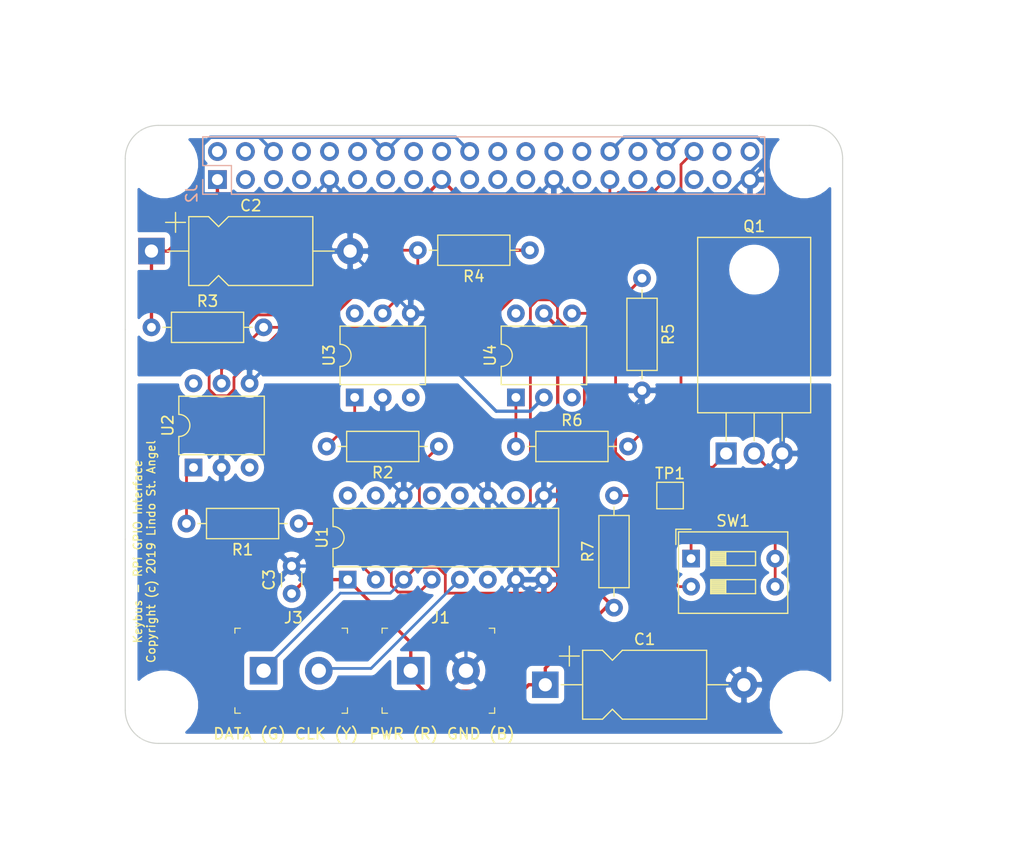
<source format=kicad_pcb>
(kicad_pcb (version 20171130) (host pcbnew 5.1.3-ffb9f22~84~ubuntu18.04.1)

  (general
    (thickness 1.6)
    (drawings 26)
    (tracks 186)
    (zones 0)
    (modules 24)
    (nets 55)
  )

  (page A4)
  (title_block
    (title "Keybus to GPIO Interface Unit")
    (date 2019-07-30)
    (rev 1.1)
    (comment 1 "Designed by Lindo St. Angel")
    (comment 2 "Part of the ALL Project - See https://github.com/goruck/all for more information.")
  )

  (layers
    (0 F.Cu signal)
    (31 B.Cu signal)
    (32 B.Adhes user)
    (33 F.Adhes user)
    (34 B.Paste user)
    (35 F.Paste user)
    (36 B.SilkS user)
    (37 F.SilkS user)
    (38 B.Mask user)
    (39 F.Mask user)
    (40 Dwgs.User user)
    (41 Cmts.User user)
    (42 Eco1.User user)
    (43 Eco2.User user)
    (44 Edge.Cuts user)
    (45 Margin user)
    (46 B.CrtYd user)
    (47 F.CrtYd user)
    (48 B.Fab user)
    (49 F.Fab user)
  )

  (setup
    (last_trace_width 0.25)
    (user_trace_width 0.01)
    (user_trace_width 0.02)
    (user_trace_width 0.05)
    (user_trace_width 0.1)
    (user_trace_width 0.2)
    (user_trace_width 0.3)
    (trace_clearance 0.2)
    (zone_clearance 0.508)
    (zone_45_only no)
    (trace_min 0.01)
    (via_size 0.8)
    (via_drill 0.4)
    (via_min_size 0.4)
    (via_min_drill 0.3)
    (uvia_size 0.3)
    (uvia_drill 0.1)
    (uvias_allowed no)
    (uvia_min_size 0.2)
    (uvia_min_drill 0.1)
    (edge_width 0.1)
    (segment_width 0.2)
    (pcb_text_width 0.3)
    (pcb_text_size 1.5 1.5)
    (mod_edge_width 0.15)
    (mod_text_size 1 1)
    (mod_text_width 0.15)
    (pad_size 2.75 2.75)
    (pad_drill 2.75)
    (pad_to_mask_clearance 0)
    (aux_axis_origin 0 0)
    (visible_elements 7FFDFFFF)
    (pcbplotparams
      (layerselection 0x00030_80000001)
      (usegerberextensions false)
      (usegerberattributes false)
      (usegerberadvancedattributes false)
      (creategerberjobfile false)
      (excludeedgelayer true)
      (linewidth 0.100000)
      (plotframeref false)
      (viasonmask false)
      (mode 1)
      (useauxorigin false)
      (hpglpennumber 1)
      (hpglpenspeed 20)
      (hpglpendiameter 15.000000)
      (psnegative false)
      (psa4output false)
      (plotreference true)
      (plotvalue true)
      (plotinvisibletext false)
      (padsonsilk false)
      (subtractmaskfromsilk false)
      (outputformat 1)
      (mirror false)
      (drillshape 0)
      (scaleselection 1)
      (outputdirectory "meta/"))
  )

  (net 0 "")
  (net 1 "Net-(J2-Pad2)")
  (net 2 "Net-(J2-Pad3)")
  (net 3 "Net-(J2-Pad4)")
  (net 4 "Net-(J2-Pad5)")
  (net 5 "Net-(J2-Pad7)")
  (net 6 "Net-(J2-Pad8)")
  (net 7 "Net-(J2-Pad10)")
  (net 8 "Net-(J2-Pad11)")
  (net 9 "Net-(J2-Pad12)")
  (net 10 "Net-(J2-Pad13)")
  (net 11 "Net-(J2-Pad15)")
  (net 12 "Net-(J2-Pad16)")
  (net 13 "Net-(J2-Pad18)")
  (net 14 "Net-(J2-Pad19)")
  (net 15 "Net-(J2-Pad21)")
  (net 16 "Net-(J2-Pad22)")
  (net 17 "Net-(J2-Pad23)")
  (net 18 "Net-(J2-Pad24)")
  (net 19 "Net-(J2-Pad26)")
  (net 20 "Net-(J2-Pad27)")
  (net 21 "Net-(J2-Pad28)")
  (net 22 "Net-(J2-Pad31)")
  (net 23 "Net-(J2-Pad32)")
  (net 24 "Net-(J2-Pad35)")
  (net 25 "Net-(J2-Pad36)")
  (net 26 "Net-(J2-Pad37)")
  (net 27 "Net-(J2-Pad38)")
  (net 28 "Net-(J2-Pad40)")
  (net 29 +12V)
  (net 30 GNDD)
  (net 31 +3V3)
  (net 32 "Net-(J3-Pad2)")
  (net 33 "Net-(J3-Pad1)")
  (net 34 "Net-(Q1-Pad1)")
  (net 35 "Net-(Q1-Pad2)")
  (net 36 "Net-(R1-Pad1)")
  (net 37 "Net-(R1-Pad2)")
  (net 38 "Net-(R2-Pad2)")
  (net 39 "Net-(R2-Pad1)")
  (net 40 "Net-(R6-Pad1)")
  (net 41 "Net-(R7-Pad2)")
  (net 42 "Net-(U1-Pad10)")
  (net 43 "Net-(U1-Pad12)")
  (net 44 "Net-(U1-Pad6)")
  (net 45 "Net-(U1-Pad15)")
  (net 46 "Net-(U2-Pad6)")
  (net 47 "Net-(U2-Pad3)")
  (net 48 "Net-(U3-Pad3)")
  (net 49 "Net-(U3-Pad6)")
  (net 50 "Net-(U4-Pad3)")
  (net 51 "Net-(U4-Pad6)")
  (net 52 /PI_CLK)
  (net 53 /PI_DATA_IN)
  (net 54 GNDA)

  (net_class Default "This is the default net class."
    (clearance 0.2)
    (trace_width 0.25)
    (via_dia 0.8)
    (via_drill 0.4)
    (uvia_dia 0.3)
    (uvia_drill 0.1)
    (add_net /PI_CLK)
    (add_net /PI_DATA_IN)
    (add_net "Net-(J2-Pad10)")
    (add_net "Net-(J2-Pad11)")
    (add_net "Net-(J2-Pad12)")
    (add_net "Net-(J2-Pad13)")
    (add_net "Net-(J2-Pad15)")
    (add_net "Net-(J2-Pad16)")
    (add_net "Net-(J2-Pad18)")
    (add_net "Net-(J2-Pad19)")
    (add_net "Net-(J2-Pad2)")
    (add_net "Net-(J2-Pad21)")
    (add_net "Net-(J2-Pad22)")
    (add_net "Net-(J2-Pad23)")
    (add_net "Net-(J2-Pad24)")
    (add_net "Net-(J2-Pad26)")
    (add_net "Net-(J2-Pad27)")
    (add_net "Net-(J2-Pad28)")
    (add_net "Net-(J2-Pad3)")
    (add_net "Net-(J2-Pad31)")
    (add_net "Net-(J2-Pad32)")
    (add_net "Net-(J2-Pad35)")
    (add_net "Net-(J2-Pad36)")
    (add_net "Net-(J2-Pad37)")
    (add_net "Net-(J2-Pad38)")
    (add_net "Net-(J2-Pad4)")
    (add_net "Net-(J2-Pad40)")
    (add_net "Net-(J2-Pad5)")
    (add_net "Net-(J2-Pad7)")
    (add_net "Net-(J2-Pad8)")
    (add_net "Net-(J3-Pad1)")
    (add_net "Net-(J3-Pad2)")
    (add_net "Net-(Q1-Pad1)")
    (add_net "Net-(Q1-Pad2)")
    (add_net "Net-(R1-Pad1)")
    (add_net "Net-(R1-Pad2)")
    (add_net "Net-(R2-Pad1)")
    (add_net "Net-(R2-Pad2)")
    (add_net "Net-(R6-Pad1)")
    (add_net "Net-(R7-Pad2)")
    (add_net "Net-(U1-Pad10)")
    (add_net "Net-(U1-Pad12)")
    (add_net "Net-(U1-Pad15)")
    (add_net "Net-(U1-Pad6)")
    (add_net "Net-(U2-Pad3)")
    (add_net "Net-(U2-Pad6)")
    (add_net "Net-(U3-Pad3)")
    (add_net "Net-(U3-Pad6)")
    (add_net "Net-(U4-Pad3)")
    (add_net "Net-(U4-Pad6)")
  )

  (net_class Power ""
    (clearance 0.3)
    (trace_width 0.3)
    (via_dia 1)
    (via_drill 0.6)
    (uvia_dia 0.3)
    (uvia_drill 0.1)
    (add_net +12V)
    (add_net +3V3)
    (add_net GNDA)
    (add_net GNDD)
  )

  (module digikey-footprints:Term_Block_1x2_P5mm (layer F.Cu) (tedit 5D4199AF) (tstamp 5D2B1155)
    (at 100.965 122.555)
    (descr http://www.on-shore.com/wp-content/uploads/2015/09/osttcxx0162.pdf)
    (path /5D302BFE)
    (fp_text reference J3 (at 2.7 -4.8) (layer F.SilkS)
      (effects (font (size 1 1) (thickness 0.15)))
    )
    (fp_text value OSTTC020162 (at 2.05 5.05) (layer F.Fab)
      (effects (font (size 1 1) (thickness 0.15)))
    )
    (fp_line (start -2.5 -3.75) (end -2.5 3.75) (layer F.Fab) (width 0.1))
    (fp_line (start -2.75 -4) (end -2.75 4) (layer F.CrtYd) (width 0.05))
    (fp_line (start 7.5 -3.75) (end -2.5 -3.75) (layer F.Fab) (width 0.1))
    (fp_line (start 7.5 3.75) (end -2.5 3.75) (layer F.Fab) (width 0.1))
    (fp_line (start 7.5 -3.75) (end 7.5 3.75) (layer F.Fab) (width 0.1))
    (fp_line (start -2.75 4) (end 7.75 4) (layer F.CrtYd) (width 0.05))
    (fp_line (start 7.75 -4) (end 7.75 4) (layer F.CrtYd) (width 0.05))
    (fp_line (start -2.75 -4) (end 7.75 -4) (layer F.CrtYd) (width 0.05))
    (fp_line (start 7.6 -3.85) (end 7.1 -3.85) (layer F.SilkS) (width 0.1))
    (fp_line (start 7.6 -3.85) (end 7.6 -3.4) (layer F.SilkS) (width 0.1))
    (fp_line (start -2.6 -3.85) (end -2.6 -3.4) (layer F.SilkS) (width 0.1))
    (fp_line (start -2.6 -3.85) (end -2.1 -3.85) (layer F.SilkS) (width 0.1))
    (fp_line (start -2.6 3.85) (end -2.1 3.85) (layer F.SilkS) (width 0.1))
    (fp_line (start -2.6 3.85) (end -2.6 3.35) (layer F.SilkS) (width 0.1))
    (fp_line (start 7.6 3.85) (end 7.6 3.35) (layer F.SilkS) (width 0.1))
    (fp_line (start 7.6 3.85) (end 7.1 3.85) (layer F.SilkS) (width 0.1))
    (fp_text user %R (at 2.5 0) (layer F.Fab)
      (effects (font (size 1 1) (thickness 0.15)))
    )
    (pad 2 thru_hole circle (at 5 0) (size 2.5 2.5) (drill 1.3) (layers *.Cu *.Mask)
      (net 32 "Net-(J3-Pad2)"))
    (pad 1 thru_hole rect (at 0 0) (size 2.5 2.5) (drill 1.3) (layers *.Cu *.Mask)
      (net 33 "Net-(J3-Pad1)"))
  )

  (module digikey-footprints:Term_Block_1x2_P5mm (layer F.Cu) (tedit 5D4199AF) (tstamp 5D2B2E12)
    (at 114.3 122.555)
    (descr http://www.on-shore.com/wp-content/uploads/2015/09/osttcxx0162.pdf)
    (path /5D30DC4F)
    (fp_text reference J1 (at 2.7 -4.8) (layer F.SilkS)
      (effects (font (size 1 1) (thickness 0.15)))
    )
    (fp_text value OSTTC020162 (at 2.05 5.05) (layer F.Fab)
      (effects (font (size 1 1) (thickness 0.15)))
    )
    (fp_line (start -2.5 -3.75) (end -2.5 3.75) (layer F.Fab) (width 0.1))
    (fp_line (start -2.75 -4) (end -2.75 4) (layer F.CrtYd) (width 0.05))
    (fp_line (start 7.5 -3.75) (end -2.5 -3.75) (layer F.Fab) (width 0.1))
    (fp_line (start 7.5 3.75) (end -2.5 3.75) (layer F.Fab) (width 0.1))
    (fp_line (start 7.5 -3.75) (end 7.5 3.75) (layer F.Fab) (width 0.1))
    (fp_line (start -2.75 4) (end 7.75 4) (layer F.CrtYd) (width 0.05))
    (fp_line (start 7.75 -4) (end 7.75 4) (layer F.CrtYd) (width 0.05))
    (fp_line (start -2.75 -4) (end 7.75 -4) (layer F.CrtYd) (width 0.05))
    (fp_line (start 7.6 -3.85) (end 7.1 -3.85) (layer F.SilkS) (width 0.1))
    (fp_line (start 7.6 -3.85) (end 7.6 -3.4) (layer F.SilkS) (width 0.1))
    (fp_line (start -2.6 -3.85) (end -2.6 -3.4) (layer F.SilkS) (width 0.1))
    (fp_line (start -2.6 -3.85) (end -2.1 -3.85) (layer F.SilkS) (width 0.1))
    (fp_line (start -2.6 3.85) (end -2.1 3.85) (layer F.SilkS) (width 0.1))
    (fp_line (start -2.6 3.85) (end -2.6 3.35) (layer F.SilkS) (width 0.1))
    (fp_line (start 7.6 3.85) (end 7.6 3.35) (layer F.SilkS) (width 0.1))
    (fp_line (start 7.6 3.85) (end 7.1 3.85) (layer F.SilkS) (width 0.1))
    (fp_text user %R (at 2.5 0) (layer F.Fab)
      (effects (font (size 1 1) (thickness 0.15)))
    )
    (pad 2 thru_hole circle (at 5 0) (size 2.5 2.5) (drill 1.3) (layers *.Cu *.Mask)
      (net 54 GNDA))
    (pad 1 thru_hole rect (at 0 0) (size 2.5 2.5) (drill 1.3) (layers *.Cu *.Mask)
      (net 29 +12V))
  )

  (module Capacitor_THT:CP_Axial_L11.0mm_D6.0mm_P18.00mm_Horizontal (layer F.Cu) (tedit 5AE50EF2) (tstamp 5D2B5C9E)
    (at 126.49 123.825)
    (descr "CP, Axial series, Axial, Horizontal, pin pitch=18mm, , length*diameter=11*6mm^2, Electrolytic Capacitor")
    (tags "CP Axial series Axial Horizontal pin pitch 18mm  length 11mm diameter 6mm Electrolytic Capacitor")
    (path /5D31C2E4)
    (fp_text reference C1 (at 9 -4.12) (layer F.SilkS)
      (effects (font (size 1 1) (thickness 0.15)))
    )
    (fp_text value 10uF (at 9 4.12) (layer F.Fab)
      (effects (font (size 1 1) (thickness 0.15)))
    )
    (fp_text user %R (at 9 0) (layer F.Fab)
      (effects (font (size 1 1) (thickness 0.15)))
    )
    (fp_line (start 19.45 -3.25) (end -1.45 -3.25) (layer F.CrtYd) (width 0.05))
    (fp_line (start 19.45 3.25) (end 19.45 -3.25) (layer F.CrtYd) (width 0.05))
    (fp_line (start -1.45 3.25) (end 19.45 3.25) (layer F.CrtYd) (width 0.05))
    (fp_line (start -1.45 -3.25) (end -1.45 3.25) (layer F.CrtYd) (width 0.05))
    (fp_line (start 16.56 0) (end 14.62 0) (layer F.SilkS) (width 0.12))
    (fp_line (start 1.44 0) (end 3.38 0) (layer F.SilkS) (width 0.12))
    (fp_line (start 6.98 3.12) (end 14.62 3.12) (layer F.SilkS) (width 0.12))
    (fp_line (start 6.08 2.22) (end 6.98 3.12) (layer F.SilkS) (width 0.12))
    (fp_line (start 5.18 3.12) (end 6.08 2.22) (layer F.SilkS) (width 0.12))
    (fp_line (start 3.38 3.12) (end 5.18 3.12) (layer F.SilkS) (width 0.12))
    (fp_line (start 6.98 -3.12) (end 14.62 -3.12) (layer F.SilkS) (width 0.12))
    (fp_line (start 6.08 -2.22) (end 6.98 -3.12) (layer F.SilkS) (width 0.12))
    (fp_line (start 5.18 -3.12) (end 6.08 -2.22) (layer F.SilkS) (width 0.12))
    (fp_line (start 3.38 -3.12) (end 5.18 -3.12) (layer F.SilkS) (width 0.12))
    (fp_line (start 14.62 -3.12) (end 14.62 3.12) (layer F.SilkS) (width 0.12))
    (fp_line (start 3.38 -3.12) (end 3.38 3.12) (layer F.SilkS) (width 0.12))
    (fp_line (start 2.18 -3.5) (end 2.18 -1.7) (layer F.SilkS) (width 0.12))
    (fp_line (start 1.28 -2.6) (end 3.08 -2.6) (layer F.SilkS) (width 0.12))
    (fp_line (start 6.1 -0.9) (end 6.1 0.9) (layer F.Fab) (width 0.1))
    (fp_line (start 5.2 0) (end 7 0) (layer F.Fab) (width 0.1))
    (fp_line (start 18 0) (end 14.5 0) (layer F.Fab) (width 0.1))
    (fp_line (start 0 0) (end 3.5 0) (layer F.Fab) (width 0.1))
    (fp_line (start 6.98 3) (end 14.5 3) (layer F.Fab) (width 0.1))
    (fp_line (start 6.08 2.1) (end 6.98 3) (layer F.Fab) (width 0.1))
    (fp_line (start 5.18 3) (end 6.08 2.1) (layer F.Fab) (width 0.1))
    (fp_line (start 3.5 3) (end 5.18 3) (layer F.Fab) (width 0.1))
    (fp_line (start 6.98 -3) (end 14.5 -3) (layer F.Fab) (width 0.1))
    (fp_line (start 6.08 -2.1) (end 6.98 -3) (layer F.Fab) (width 0.1))
    (fp_line (start 5.18 -3) (end 6.08 -2.1) (layer F.Fab) (width 0.1))
    (fp_line (start 3.5 -3) (end 5.18 -3) (layer F.Fab) (width 0.1))
    (fp_line (start 14.5 -3) (end 14.5 3) (layer F.Fab) (width 0.1))
    (fp_line (start 3.5 -3) (end 3.5 3) (layer F.Fab) (width 0.1))
    (pad 2 thru_hole oval (at 18 0) (size 2.4 2.4) (drill 1.2) (layers *.Cu *.Mask)
      (net 54 GNDA))
    (pad 1 thru_hole rect (at 0 0) (size 2.4 2.4) (drill 1.2) (layers *.Cu *.Mask)
      (net 29 +12V))
    (model ${KISYS3DMOD}/Capacitor_THT.3dshapes/CP_Axial_L11.0mm_D6.0mm_P18.00mm_Horizontal.wrl
      (at (xyz 0 0 0))
      (scale (xyz 1 1 1))
      (rotate (xyz 0 0 0))
    )
  )

  (module Package_DIP:DIP-6_W7.62mm (layer F.Cu) (tedit 5A02E8C5) (tstamp 5D2B6990)
    (at 123.825 97.79 90)
    (descr "6-lead though-hole mounted DIP package, row spacing 7.62 mm (300 mils)")
    (tags "THT DIP DIL PDIP 2.54mm 7.62mm 300mil")
    (path /5D2B6A53)
    (fp_text reference U4 (at 3.81 -2.33 90) (layer F.SilkS)
      (effects (font (size 1 1) (thickness 0.15)))
    )
    (fp_text value 4N35 (at 3.81 7.41 90) (layer F.Fab)
      (effects (font (size 1 1) (thickness 0.15)))
    )
    (fp_text user %R (at 3.81 2.54 90) (layer F.Fab)
      (effects (font (size 1 1) (thickness 0.15)))
    )
    (fp_line (start 8.7 -1.55) (end -1.1 -1.55) (layer F.CrtYd) (width 0.05))
    (fp_line (start 8.7 6.6) (end 8.7 -1.55) (layer F.CrtYd) (width 0.05))
    (fp_line (start -1.1 6.6) (end 8.7 6.6) (layer F.CrtYd) (width 0.05))
    (fp_line (start -1.1 -1.55) (end -1.1 6.6) (layer F.CrtYd) (width 0.05))
    (fp_line (start 6.46 -1.33) (end 4.81 -1.33) (layer F.SilkS) (width 0.12))
    (fp_line (start 6.46 6.41) (end 6.46 -1.33) (layer F.SilkS) (width 0.12))
    (fp_line (start 1.16 6.41) (end 6.46 6.41) (layer F.SilkS) (width 0.12))
    (fp_line (start 1.16 -1.33) (end 1.16 6.41) (layer F.SilkS) (width 0.12))
    (fp_line (start 2.81 -1.33) (end 1.16 -1.33) (layer F.SilkS) (width 0.12))
    (fp_line (start 0.635 -0.27) (end 1.635 -1.27) (layer F.Fab) (width 0.1))
    (fp_line (start 0.635 6.35) (end 0.635 -0.27) (layer F.Fab) (width 0.1))
    (fp_line (start 6.985 6.35) (end 0.635 6.35) (layer F.Fab) (width 0.1))
    (fp_line (start 6.985 -1.27) (end 6.985 6.35) (layer F.Fab) (width 0.1))
    (fp_line (start 1.635 -1.27) (end 6.985 -1.27) (layer F.Fab) (width 0.1))
    (fp_arc (start 3.81 -1.33) (end 2.81 -1.33) (angle -180) (layer F.SilkS) (width 0.12))
    (pad 6 thru_hole oval (at 7.62 0 90) (size 1.6 1.6) (drill 0.8) (layers *.Cu *.Mask)
      (net 51 "Net-(U4-Pad6)"))
    (pad 3 thru_hole oval (at 0 5.08 90) (size 1.6 1.6) (drill 0.8) (layers *.Cu *.Mask)
      (net 50 "Net-(U4-Pad3)"))
    (pad 5 thru_hole oval (at 7.62 2.54 90) (size 1.6 1.6) (drill 0.8) (layers *.Cu *.Mask)
      (net 29 +12V))
    (pad 2 thru_hole oval (at 0 2.54 90) (size 1.6 1.6) (drill 0.8) (layers *.Cu *.Mask)
      (net 30 GNDD))
    (pad 4 thru_hole oval (at 7.62 5.08 90) (size 1.6 1.6) (drill 0.8) (layers *.Cu *.Mask)
      (net 34 "Net-(Q1-Pad1)"))
    (pad 1 thru_hole rect (at 0 0 90) (size 1.6 1.6) (drill 0.8) (layers *.Cu *.Mask)
      (net 40 "Net-(R6-Pad1)"))
    (model ${KISYS3DMOD}/Package_DIP.3dshapes/DIP-6_W7.62mm.wrl
      (at (xyz 0 0 0))
      (scale (xyz 1 1 1))
      (rotate (xyz 0 0 0))
    )
  )

  (module Package_DIP:DIP-6_W7.62mm (layer F.Cu) (tedit 5A02E8C5) (tstamp 5D2B5ADA)
    (at 109.22 97.79 90)
    (descr "6-lead though-hole mounted DIP package, row spacing 7.62 mm (300 mils)")
    (tags "THT DIP DIL PDIP 2.54mm 7.62mm 300mil")
    (path /5D2C28E2)
    (fp_text reference U3 (at 3.81 -2.33 90) (layer F.SilkS)
      (effects (font (size 1 1) (thickness 0.15)))
    )
    (fp_text value 4N35 (at 3.81 7.41 90) (layer F.Fab)
      (effects (font (size 1 1) (thickness 0.15)))
    )
    (fp_text user %R (at 3.81 2.54) (layer F.Fab)
      (effects (font (size 1 1) (thickness 0.15)))
    )
    (fp_line (start 8.7 -1.55) (end -1.1 -1.55) (layer F.CrtYd) (width 0.05))
    (fp_line (start 8.7 6.6) (end 8.7 -1.55) (layer F.CrtYd) (width 0.05))
    (fp_line (start -1.1 6.6) (end 8.7 6.6) (layer F.CrtYd) (width 0.05))
    (fp_line (start -1.1 -1.55) (end -1.1 6.6) (layer F.CrtYd) (width 0.05))
    (fp_line (start 6.46 -1.33) (end 4.81 -1.33) (layer F.SilkS) (width 0.12))
    (fp_line (start 6.46 6.41) (end 6.46 -1.33) (layer F.SilkS) (width 0.12))
    (fp_line (start 1.16 6.41) (end 6.46 6.41) (layer F.SilkS) (width 0.12))
    (fp_line (start 1.16 -1.33) (end 1.16 6.41) (layer F.SilkS) (width 0.12))
    (fp_line (start 2.81 -1.33) (end 1.16 -1.33) (layer F.SilkS) (width 0.12))
    (fp_line (start 0.635 -0.27) (end 1.635 -1.27) (layer F.Fab) (width 0.1))
    (fp_line (start 0.635 6.35) (end 0.635 -0.27) (layer F.Fab) (width 0.1))
    (fp_line (start 6.985 6.35) (end 0.635 6.35) (layer F.Fab) (width 0.1))
    (fp_line (start 6.985 -1.27) (end 6.985 6.35) (layer F.Fab) (width 0.1))
    (fp_line (start 1.635 -1.27) (end 6.985 -1.27) (layer F.Fab) (width 0.1))
    (fp_arc (start 3.81 -1.33) (end 2.81 -1.33) (angle -180) (layer F.SilkS) (width 0.12))
    (pad 6 thru_hole oval (at 7.62 0 90) (size 1.6 1.6) (drill 0.8) (layers *.Cu *.Mask)
      (net 49 "Net-(U3-Pad6)"))
    (pad 3 thru_hole oval (at 0 5.08 90) (size 1.6 1.6) (drill 0.8) (layers *.Cu *.Mask)
      (net 48 "Net-(U3-Pad3)"))
    (pad 5 thru_hole oval (at 7.62 2.54 90) (size 1.6 1.6) (drill 0.8) (layers *.Cu *.Mask)
      (net 52 /PI_CLK))
    (pad 2 thru_hole oval (at 0 2.54 90) (size 1.6 1.6) (drill 0.8) (layers *.Cu *.Mask)
      (net 54 GNDA))
    (pad 4 thru_hole oval (at 7.62 5.08 90) (size 1.6 1.6) (drill 0.8) (layers *.Cu *.Mask)
      (net 30 GNDD))
    (pad 1 thru_hole rect (at 0 0 90) (size 1.6 1.6) (drill 0.8) (layers *.Cu *.Mask)
      (net 38 "Net-(R2-Pad2)"))
    (model ${KISYS3DMOD}/Package_DIP.3dshapes/DIP-6_W7.62mm.wrl
      (at (xyz 0 0 0))
      (scale (xyz 1 1 1))
      (rotate (xyz 0 0 0))
    )
  )

  (module TestPoint:TestPoint_Pad_2.0x2.0mm (layer F.Cu) (tedit 5A0F774F) (tstamp 5D2B5A6B)
    (at 137.795 106.68)
    (descr "SMD rectangular pad as test Point, square 2.0mm side length")
    (tags "test point SMD pad rectangle square")
    (path /5D31B800)
    (attr virtual)
    (fp_text reference TP1 (at 0 -1.998) (layer F.SilkS)
      (effects (font (size 1 1) (thickness 0.15)))
    )
    (fp_text value "Panel Write Test Point" (at 0 2.05) (layer F.Fab)
      (effects (font (size 1 1) (thickness 0.15)))
    )
    (fp_line (start 1.5 1.5) (end -1.5 1.5) (layer F.CrtYd) (width 0.05))
    (fp_line (start 1.5 1.5) (end 1.5 -1.5) (layer F.CrtYd) (width 0.05))
    (fp_line (start -1.5 -1.5) (end -1.5 1.5) (layer F.CrtYd) (width 0.05))
    (fp_line (start -1.5 -1.5) (end 1.5 -1.5) (layer F.CrtYd) (width 0.05))
    (fp_line (start -1.2 1.2) (end -1.2 -1.2) (layer F.SilkS) (width 0.12))
    (fp_line (start 1.2 1.2) (end -1.2 1.2) (layer F.SilkS) (width 0.12))
    (fp_line (start 1.2 -1.2) (end 1.2 1.2) (layer F.SilkS) (width 0.12))
    (fp_line (start -1.2 -1.2) (end 1.2 -1.2) (layer F.SilkS) (width 0.12))
    (fp_text user %R (at 0 -2) (layer F.Fab)
      (effects (font (size 1 1) (thickness 0.15)))
    )
    (pad 1 smd rect (at 0 0) (size 2 2) (layers F.Cu F.Mask)
      (net 41 "Net-(R7-Pad2)"))
  )

  (module Resistor_THT:R_Axial_DIN0207_L6.3mm_D2.5mm_P10.16mm_Horizontal (layer F.Cu) (tedit 5AE5139B) (tstamp 5D2B6120)
    (at 132.715 116.84 90)
    (descr "Resistor, Axial_DIN0207 series, Axial, Horizontal, pin pitch=10.16mm, 0.25W = 1/4W, length*diameter=6.3*2.5mm^2, http://cdn-reichelt.de/documents/datenblatt/B400/1_4W%23YAG.pdf")
    (tags "Resistor Axial_DIN0207 series Axial Horizontal pin pitch 10.16mm 0.25W = 1/4W length 6.3mm diameter 2.5mm")
    (path /5D30360D)
    (fp_text reference R7 (at 5.08 -2.37 90) (layer F.SilkS)
      (effects (font (size 1 1) (thickness 0.15)))
    )
    (fp_text value 5.6K (at 5.08 2.37 90) (layer F.Fab)
      (effects (font (size 1 1) (thickness 0.15)))
    )
    (fp_text user %R (at 5.08 0 90) (layer F.Fab)
      (effects (font (size 1 1) (thickness 0.15)))
    )
    (fp_line (start 11.21 -1.5) (end -1.05 -1.5) (layer F.CrtYd) (width 0.05))
    (fp_line (start 11.21 1.5) (end 11.21 -1.5) (layer F.CrtYd) (width 0.05))
    (fp_line (start -1.05 1.5) (end 11.21 1.5) (layer F.CrtYd) (width 0.05))
    (fp_line (start -1.05 -1.5) (end -1.05 1.5) (layer F.CrtYd) (width 0.05))
    (fp_line (start 9.12 0) (end 8.35 0) (layer F.SilkS) (width 0.12))
    (fp_line (start 1.04 0) (end 1.81 0) (layer F.SilkS) (width 0.12))
    (fp_line (start 8.35 -1.37) (end 1.81 -1.37) (layer F.SilkS) (width 0.12))
    (fp_line (start 8.35 1.37) (end 8.35 -1.37) (layer F.SilkS) (width 0.12))
    (fp_line (start 1.81 1.37) (end 8.35 1.37) (layer F.SilkS) (width 0.12))
    (fp_line (start 1.81 -1.37) (end 1.81 1.37) (layer F.SilkS) (width 0.12))
    (fp_line (start 10.16 0) (end 8.23 0) (layer F.Fab) (width 0.1))
    (fp_line (start 0 0) (end 1.93 0) (layer F.Fab) (width 0.1))
    (fp_line (start 8.23 -1.25) (end 1.93 -1.25) (layer F.Fab) (width 0.1))
    (fp_line (start 8.23 1.25) (end 8.23 -1.25) (layer F.Fab) (width 0.1))
    (fp_line (start 1.93 1.25) (end 8.23 1.25) (layer F.Fab) (width 0.1))
    (fp_line (start 1.93 -1.25) (end 1.93 1.25) (layer F.Fab) (width 0.1))
    (pad 2 thru_hole oval (at 10.16 0 90) (size 1.6 1.6) (drill 0.8) (layers *.Cu *.Mask)
      (net 41 "Net-(R7-Pad2)"))
    (pad 1 thru_hole circle (at 0 0 90) (size 1.6 1.6) (drill 0.8) (layers *.Cu *.Mask)
      (net 29 +12V))
    (model ${KISYS3DMOD}/Resistor_THT.3dshapes/R_Axial_DIN0207_L6.3mm_D2.5mm_P10.16mm_Horizontal.wrl
      (at (xyz 0 0 0))
      (scale (xyz 1 1 1))
      (rotate (xyz 0 0 0))
    )
  )

  (module Resistor_THT:R_Axial_DIN0207_L6.3mm_D2.5mm_P10.16mm_Horizontal (layer F.Cu) (tedit 5AE5139B) (tstamp 5D2B59EE)
    (at 123.825 102.235)
    (descr "Resistor, Axial_DIN0207 series, Axial, Horizontal, pin pitch=10.16mm, 0.25W = 1/4W, length*diameter=6.3*2.5mm^2, http://cdn-reichelt.de/documents/datenblatt/B400/1_4W%23YAG.pdf")
    (tags "Resistor Axial_DIN0207 series Axial Horizontal pin pitch 10.16mm 0.25W = 1/4W length 6.3mm diameter 2.5mm")
    (path /5D302AEF)
    (fp_text reference R6 (at 5.08 -2.37) (layer F.SilkS)
      (effects (font (size 1 1) (thickness 0.15)))
    )
    (fp_text value 1K (at 5.08 2.37) (layer F.Fab)
      (effects (font (size 1 1) (thickness 0.15)))
    )
    (fp_text user %R (at 5.08 0) (layer F.Fab)
      (effects (font (size 1 1) (thickness 0.15)))
    )
    (fp_line (start 11.21 -1.5) (end -1.05 -1.5) (layer F.CrtYd) (width 0.05))
    (fp_line (start 11.21 1.5) (end 11.21 -1.5) (layer F.CrtYd) (width 0.05))
    (fp_line (start -1.05 1.5) (end 11.21 1.5) (layer F.CrtYd) (width 0.05))
    (fp_line (start -1.05 -1.5) (end -1.05 1.5) (layer F.CrtYd) (width 0.05))
    (fp_line (start 9.12 0) (end 8.35 0) (layer F.SilkS) (width 0.12))
    (fp_line (start 1.04 0) (end 1.81 0) (layer F.SilkS) (width 0.12))
    (fp_line (start 8.35 -1.37) (end 1.81 -1.37) (layer F.SilkS) (width 0.12))
    (fp_line (start 8.35 1.37) (end 8.35 -1.37) (layer F.SilkS) (width 0.12))
    (fp_line (start 1.81 1.37) (end 8.35 1.37) (layer F.SilkS) (width 0.12))
    (fp_line (start 1.81 -1.37) (end 1.81 1.37) (layer F.SilkS) (width 0.12))
    (fp_line (start 10.16 0) (end 8.23 0) (layer F.Fab) (width 0.1))
    (fp_line (start 0 0) (end 1.93 0) (layer F.Fab) (width 0.1))
    (fp_line (start 8.23 -1.25) (end 1.93 -1.25) (layer F.Fab) (width 0.1))
    (fp_line (start 8.23 1.25) (end 8.23 -1.25) (layer F.Fab) (width 0.1))
    (fp_line (start 1.93 1.25) (end 8.23 1.25) (layer F.Fab) (width 0.1))
    (fp_line (start 1.93 -1.25) (end 1.93 1.25) (layer F.Fab) (width 0.1))
    (pad 2 thru_hole oval (at 10.16 0) (size 1.6 1.6) (drill 0.8) (layers *.Cu *.Mask)
      (net 25 "Net-(J2-Pad36)"))
    (pad 1 thru_hole circle (at 0 0) (size 1.6 1.6) (drill 0.8) (layers *.Cu *.Mask)
      (net 40 "Net-(R6-Pad1)"))
    (model ${KISYS3DMOD}/Resistor_THT.3dshapes/R_Axial_DIN0207_L6.3mm_D2.5mm_P10.16mm_Horizontal.wrl
      (at (xyz 0 0 0))
      (scale (xyz 1 1 1))
      (rotate (xyz 0 0 0))
    )
  )

  (module Resistor_THT:R_Axial_DIN0207_L6.3mm_D2.5mm_P10.16mm_Horizontal (layer F.Cu) (tedit 5AE5139B) (tstamp 5D2B59D7)
    (at 135.255 86.995 270)
    (descr "Resistor, Axial_DIN0207 series, Axial, Horizontal, pin pitch=10.16mm, 0.25W = 1/4W, length*diameter=6.3*2.5mm^2, http://cdn-reichelt.de/documents/datenblatt/B400/1_4W%23YAG.pdf")
    (tags "Resistor Axial_DIN0207 series Axial Horizontal pin pitch 10.16mm 0.25W = 1/4W length 6.3mm diameter 2.5mm")
    (path /5D3020AA)
    (fp_text reference R5 (at 5.08 -2.37 90) (layer F.SilkS)
      (effects (font (size 1 1) (thickness 0.15)))
    )
    (fp_text value 2.7K (at 5.08 2.37 90) (layer F.Fab)
      (effects (font (size 1 1) (thickness 0.15)))
    )
    (fp_text user %R (at 5.08 0 90) (layer F.Fab)
      (effects (font (size 1 1) (thickness 0.15)))
    )
    (fp_line (start 11.21 -1.5) (end -1.05 -1.5) (layer F.CrtYd) (width 0.05))
    (fp_line (start 11.21 1.5) (end 11.21 -1.5) (layer F.CrtYd) (width 0.05))
    (fp_line (start -1.05 1.5) (end 11.21 1.5) (layer F.CrtYd) (width 0.05))
    (fp_line (start -1.05 -1.5) (end -1.05 1.5) (layer F.CrtYd) (width 0.05))
    (fp_line (start 9.12 0) (end 8.35 0) (layer F.SilkS) (width 0.12))
    (fp_line (start 1.04 0) (end 1.81 0) (layer F.SilkS) (width 0.12))
    (fp_line (start 8.35 -1.37) (end 1.81 -1.37) (layer F.SilkS) (width 0.12))
    (fp_line (start 8.35 1.37) (end 8.35 -1.37) (layer F.SilkS) (width 0.12))
    (fp_line (start 1.81 1.37) (end 8.35 1.37) (layer F.SilkS) (width 0.12))
    (fp_line (start 1.81 -1.37) (end 1.81 1.37) (layer F.SilkS) (width 0.12))
    (fp_line (start 10.16 0) (end 8.23 0) (layer F.Fab) (width 0.1))
    (fp_line (start 0 0) (end 1.93 0) (layer F.Fab) (width 0.1))
    (fp_line (start 8.23 -1.25) (end 1.93 -1.25) (layer F.Fab) (width 0.1))
    (fp_line (start 8.23 1.25) (end 8.23 -1.25) (layer F.Fab) (width 0.1))
    (fp_line (start 1.93 1.25) (end 8.23 1.25) (layer F.Fab) (width 0.1))
    (fp_line (start 1.93 -1.25) (end 1.93 1.25) (layer F.Fab) (width 0.1))
    (pad 2 thru_hole oval (at 10.16 0 270) (size 1.6 1.6) (drill 0.8) (layers *.Cu *.Mask)
      (net 54 GNDA))
    (pad 1 thru_hole circle (at 0 0 270) (size 1.6 1.6) (drill 0.8) (layers *.Cu *.Mask)
      (net 34 "Net-(Q1-Pad1)"))
    (model ${KISYS3DMOD}/Resistor_THT.3dshapes/R_Axial_DIN0207_L6.3mm_D2.5mm_P10.16mm_Horizontal.wrl
      (at (xyz 0 0 0))
      (scale (xyz 1 1 1))
      (rotate (xyz 0 0 0))
    )
  )

  (module Resistor_THT:R_Axial_DIN0207_L6.3mm_D2.5mm_P10.16mm_Horizontal (layer F.Cu) (tedit 5AE5139B) (tstamp 5D2B59C0)
    (at 125.095 84.455 180)
    (descr "Resistor, Axial_DIN0207 series, Axial, Horizontal, pin pitch=10.16mm, 0.25W = 1/4W, length*diameter=6.3*2.5mm^2, http://cdn-reichelt.de/documents/datenblatt/B400/1_4W%23YAG.pdf")
    (tags "Resistor Axial_DIN0207 series Axial Horizontal pin pitch 10.16mm 0.25W = 1/4W length 6.3mm diameter 2.5mm")
    (path /5D30A778)
    (fp_text reference R4 (at 5.08 -2.37) (layer F.SilkS)
      (effects (font (size 1 1) (thickness 0.15)))
    )
    (fp_text value 5.6K (at 5.08 2.37) (layer F.Fab)
      (effects (font (size 1 1) (thickness 0.15)))
    )
    (fp_text user %R (at 5.08 0) (layer F.Fab)
      (effects (font (size 1 1) (thickness 0.15)))
    )
    (fp_line (start 11.21 -1.5) (end -1.05 -1.5) (layer F.CrtYd) (width 0.05))
    (fp_line (start 11.21 1.5) (end 11.21 -1.5) (layer F.CrtYd) (width 0.05))
    (fp_line (start -1.05 1.5) (end 11.21 1.5) (layer F.CrtYd) (width 0.05))
    (fp_line (start -1.05 -1.5) (end -1.05 1.5) (layer F.CrtYd) (width 0.05))
    (fp_line (start 9.12 0) (end 8.35 0) (layer F.SilkS) (width 0.12))
    (fp_line (start 1.04 0) (end 1.81 0) (layer F.SilkS) (width 0.12))
    (fp_line (start 8.35 -1.37) (end 1.81 -1.37) (layer F.SilkS) (width 0.12))
    (fp_line (start 8.35 1.37) (end 8.35 -1.37) (layer F.SilkS) (width 0.12))
    (fp_line (start 1.81 1.37) (end 8.35 1.37) (layer F.SilkS) (width 0.12))
    (fp_line (start 1.81 -1.37) (end 1.81 1.37) (layer F.SilkS) (width 0.12))
    (fp_line (start 10.16 0) (end 8.23 0) (layer F.Fab) (width 0.1))
    (fp_line (start 0 0) (end 1.93 0) (layer F.Fab) (width 0.1))
    (fp_line (start 8.23 -1.25) (end 1.93 -1.25) (layer F.Fab) (width 0.1))
    (fp_line (start 8.23 1.25) (end 8.23 -1.25) (layer F.Fab) (width 0.1))
    (fp_line (start 1.93 1.25) (end 8.23 1.25) (layer F.Fab) (width 0.1))
    (fp_line (start 1.93 -1.25) (end 1.93 1.25) (layer F.Fab) (width 0.1))
    (pad 2 thru_hole oval (at 10.16 0 180) (size 1.6 1.6) (drill 0.8) (layers *.Cu *.Mask)
      (net 52 /PI_CLK))
    (pad 1 thru_hole circle (at 0 0 180) (size 1.6 1.6) (drill 0.8) (layers *.Cu *.Mask)
      (net 31 +3V3))
    (model ${KISYS3DMOD}/Resistor_THT.3dshapes/R_Axial_DIN0207_L6.3mm_D2.5mm_P10.16mm_Horizontal.wrl
      (at (xyz 0 0 0))
      (scale (xyz 1 1 1))
      (rotate (xyz 0 0 0))
    )
  )

  (module Resistor_THT:R_Axial_DIN0207_L6.3mm_D2.5mm_P10.16mm_Horizontal (layer F.Cu) (tedit 5AE5139B) (tstamp 5D2B59A9)
    (at 90.805 91.44)
    (descr "Resistor, Axial_DIN0207 series, Axial, Horizontal, pin pitch=10.16mm, 0.25W = 1/4W, length*diameter=6.3*2.5mm^2, http://cdn-reichelt.de/documents/datenblatt/B400/1_4W%23YAG.pdf")
    (tags "Resistor Axial_DIN0207 series Axial Horizontal pin pitch 10.16mm 0.25W = 1/4W length 6.3mm diameter 2.5mm")
    (path /5D2F4C9A)
    (fp_text reference R3 (at 5.08 -2.37) (layer F.SilkS)
      (effects (font (size 1 1) (thickness 0.15)))
    )
    (fp_text value 5.6K (at 5.08 2.37) (layer F.Fab)
      (effects (font (size 1 1) (thickness 0.15)))
    )
    (fp_text user %R (at 5.08 0) (layer F.Fab)
      (effects (font (size 1 1) (thickness 0.15)))
    )
    (fp_line (start 11.21 -1.5) (end -1.05 -1.5) (layer F.CrtYd) (width 0.05))
    (fp_line (start 11.21 1.5) (end 11.21 -1.5) (layer F.CrtYd) (width 0.05))
    (fp_line (start -1.05 1.5) (end 11.21 1.5) (layer F.CrtYd) (width 0.05))
    (fp_line (start -1.05 -1.5) (end -1.05 1.5) (layer F.CrtYd) (width 0.05))
    (fp_line (start 9.12 0) (end 8.35 0) (layer F.SilkS) (width 0.12))
    (fp_line (start 1.04 0) (end 1.81 0) (layer F.SilkS) (width 0.12))
    (fp_line (start 8.35 -1.37) (end 1.81 -1.37) (layer F.SilkS) (width 0.12))
    (fp_line (start 8.35 1.37) (end 8.35 -1.37) (layer F.SilkS) (width 0.12))
    (fp_line (start 1.81 1.37) (end 8.35 1.37) (layer F.SilkS) (width 0.12))
    (fp_line (start 1.81 -1.37) (end 1.81 1.37) (layer F.SilkS) (width 0.12))
    (fp_line (start 10.16 0) (end 8.23 0) (layer F.Fab) (width 0.1))
    (fp_line (start 0 0) (end 1.93 0) (layer F.Fab) (width 0.1))
    (fp_line (start 8.23 -1.25) (end 1.93 -1.25) (layer F.Fab) (width 0.1))
    (fp_line (start 8.23 1.25) (end 8.23 -1.25) (layer F.Fab) (width 0.1))
    (fp_line (start 1.93 1.25) (end 8.23 1.25) (layer F.Fab) (width 0.1))
    (fp_line (start 1.93 -1.25) (end 1.93 1.25) (layer F.Fab) (width 0.1))
    (pad 2 thru_hole oval (at 10.16 0) (size 1.6 1.6) (drill 0.8) (layers *.Cu *.Mask)
      (net 53 /PI_DATA_IN))
    (pad 1 thru_hole circle (at 0 0) (size 1.6 1.6) (drill 0.8) (layers *.Cu *.Mask)
      (net 31 +3V3))
    (model ${KISYS3DMOD}/Resistor_THT.3dshapes/R_Axial_DIN0207_L6.3mm_D2.5mm_P10.16mm_Horizontal.wrl
      (at (xyz 0 0 0))
      (scale (xyz 1 1 1))
      (rotate (xyz 0 0 0))
    )
  )

  (module Resistor_THT:R_Axial_DIN0207_L6.3mm_D2.5mm_P10.16mm_Horizontal (layer F.Cu) (tedit 5AE5139B) (tstamp 5D2B5992)
    (at 116.84 102.235 180)
    (descr "Resistor, Axial_DIN0207 series, Axial, Horizontal, pin pitch=10.16mm, 0.25W = 1/4W, length*diameter=6.3*2.5mm^2, http://cdn-reichelt.de/documents/datenblatt/B400/1_4W%23YAG.pdf")
    (tags "Resistor Axial_DIN0207 series Axial Horizontal pin pitch 10.16mm 0.25W = 1/4W length 6.3mm diameter 2.5mm")
    (path /5D30A083)
    (fp_text reference R2 (at 5.08 -2.37) (layer F.SilkS)
      (effects (font (size 1 1) (thickness 0.15)))
    )
    (fp_text value 820 (at 5.08 2.37) (layer F.Fab)
      (effects (font (size 1 1) (thickness 0.15)))
    )
    (fp_text user %R (at 5.08 0) (layer F.Fab)
      (effects (font (size 1 1) (thickness 0.15)))
    )
    (fp_line (start 11.21 -1.5) (end -1.05 -1.5) (layer F.CrtYd) (width 0.05))
    (fp_line (start 11.21 1.5) (end 11.21 -1.5) (layer F.CrtYd) (width 0.05))
    (fp_line (start -1.05 1.5) (end 11.21 1.5) (layer F.CrtYd) (width 0.05))
    (fp_line (start -1.05 -1.5) (end -1.05 1.5) (layer F.CrtYd) (width 0.05))
    (fp_line (start 9.12 0) (end 8.35 0) (layer F.SilkS) (width 0.12))
    (fp_line (start 1.04 0) (end 1.81 0) (layer F.SilkS) (width 0.12))
    (fp_line (start 8.35 -1.37) (end 1.81 -1.37) (layer F.SilkS) (width 0.12))
    (fp_line (start 8.35 1.37) (end 8.35 -1.37) (layer F.SilkS) (width 0.12))
    (fp_line (start 1.81 1.37) (end 8.35 1.37) (layer F.SilkS) (width 0.12))
    (fp_line (start 1.81 -1.37) (end 1.81 1.37) (layer F.SilkS) (width 0.12))
    (fp_line (start 10.16 0) (end 8.23 0) (layer F.Fab) (width 0.1))
    (fp_line (start 0 0) (end 1.93 0) (layer F.Fab) (width 0.1))
    (fp_line (start 8.23 -1.25) (end 1.93 -1.25) (layer F.Fab) (width 0.1))
    (fp_line (start 8.23 1.25) (end 8.23 -1.25) (layer F.Fab) (width 0.1))
    (fp_line (start 1.93 1.25) (end 8.23 1.25) (layer F.Fab) (width 0.1))
    (fp_line (start 1.93 -1.25) (end 1.93 1.25) (layer F.Fab) (width 0.1))
    (pad 2 thru_hole oval (at 10.16 0 180) (size 1.6 1.6) (drill 0.8) (layers *.Cu *.Mask)
      (net 38 "Net-(R2-Pad2)"))
    (pad 1 thru_hole circle (at 0 0 180) (size 1.6 1.6) (drill 0.8) (layers *.Cu *.Mask)
      (net 39 "Net-(R2-Pad1)"))
    (model ${KISYS3DMOD}/Resistor_THT.3dshapes/R_Axial_DIN0207_L6.3mm_D2.5mm_P10.16mm_Horizontal.wrl
      (at (xyz 0 0 0))
      (scale (xyz 1 1 1))
      (rotate (xyz 0 0 0))
    )
  )

  (module Capacitor_THT:CP_Axial_L11.0mm_D6.0mm_P18.00mm_Horizontal (layer F.Cu) (tedit 5AE50EF2) (tstamp 5D2B5854)
    (at 90.805 84.53)
    (descr "CP, Axial series, Axial, Horizontal, pin pitch=18mm, , length*diameter=11*6mm^2, Electrolytic Capacitor")
    (tags "CP Axial series Axial Horizontal pin pitch 18mm  length 11mm diameter 6mm Electrolytic Capacitor")
    (path /5D2EF8AA)
    (fp_text reference C2 (at 9 -4.12) (layer F.SilkS)
      (effects (font (size 1 1) (thickness 0.15)))
    )
    (fp_text value 10uF (at 9 4.12) (layer F.Fab)
      (effects (font (size 1 1) (thickness 0.15)))
    )
    (fp_text user %R (at 9 0) (layer F.Fab)
      (effects (font (size 1 1) (thickness 0.15)))
    )
    (fp_line (start 19.45 -3.25) (end -1.45 -3.25) (layer F.CrtYd) (width 0.05))
    (fp_line (start 19.45 3.25) (end 19.45 -3.25) (layer F.CrtYd) (width 0.05))
    (fp_line (start -1.45 3.25) (end 19.45 3.25) (layer F.CrtYd) (width 0.05))
    (fp_line (start -1.45 -3.25) (end -1.45 3.25) (layer F.CrtYd) (width 0.05))
    (fp_line (start 16.56 0) (end 14.62 0) (layer F.SilkS) (width 0.12))
    (fp_line (start 1.44 0) (end 3.38 0) (layer F.SilkS) (width 0.12))
    (fp_line (start 6.98 3.12) (end 14.62 3.12) (layer F.SilkS) (width 0.12))
    (fp_line (start 6.08 2.22) (end 6.98 3.12) (layer F.SilkS) (width 0.12))
    (fp_line (start 5.18 3.12) (end 6.08 2.22) (layer F.SilkS) (width 0.12))
    (fp_line (start 3.38 3.12) (end 5.18 3.12) (layer F.SilkS) (width 0.12))
    (fp_line (start 6.98 -3.12) (end 14.62 -3.12) (layer F.SilkS) (width 0.12))
    (fp_line (start 6.08 -2.22) (end 6.98 -3.12) (layer F.SilkS) (width 0.12))
    (fp_line (start 5.18 -3.12) (end 6.08 -2.22) (layer F.SilkS) (width 0.12))
    (fp_line (start 3.38 -3.12) (end 5.18 -3.12) (layer F.SilkS) (width 0.12))
    (fp_line (start 14.62 -3.12) (end 14.62 3.12) (layer F.SilkS) (width 0.12))
    (fp_line (start 3.38 -3.12) (end 3.38 3.12) (layer F.SilkS) (width 0.12))
    (fp_line (start 2.18 -3.5) (end 2.18 -1.7) (layer F.SilkS) (width 0.12))
    (fp_line (start 1.28 -2.6) (end 3.08 -2.6) (layer F.SilkS) (width 0.12))
    (fp_line (start 6.1 -0.9) (end 6.1 0.9) (layer F.Fab) (width 0.1))
    (fp_line (start 5.2 0) (end 7 0) (layer F.Fab) (width 0.1))
    (fp_line (start 18 0) (end 14.5 0) (layer F.Fab) (width 0.1))
    (fp_line (start 0 0) (end 3.5 0) (layer F.Fab) (width 0.1))
    (fp_line (start 6.98 3) (end 14.5 3) (layer F.Fab) (width 0.1))
    (fp_line (start 6.08 2.1) (end 6.98 3) (layer F.Fab) (width 0.1))
    (fp_line (start 5.18 3) (end 6.08 2.1) (layer F.Fab) (width 0.1))
    (fp_line (start 3.5 3) (end 5.18 3) (layer F.Fab) (width 0.1))
    (fp_line (start 6.98 -3) (end 14.5 -3) (layer F.Fab) (width 0.1))
    (fp_line (start 6.08 -2.1) (end 6.98 -3) (layer F.Fab) (width 0.1))
    (fp_line (start 5.18 -3) (end 6.08 -2.1) (layer F.Fab) (width 0.1))
    (fp_line (start 3.5 -3) (end 5.18 -3) (layer F.Fab) (width 0.1))
    (fp_line (start 14.5 -3) (end 14.5 3) (layer F.Fab) (width 0.1))
    (fp_line (start 3.5 -3) (end 3.5 3) (layer F.Fab) (width 0.1))
    (pad 2 thru_hole oval (at 18 0) (size 2.4 2.4) (drill 1.2) (layers *.Cu *.Mask)
      (net 30 GNDD))
    (pad 1 thru_hole rect (at 0 0) (size 2.4 2.4) (drill 1.2) (layers *.Cu *.Mask)
      (net 31 +3V3))
    (model ${KISYS3DMOD}/Capacitor_THT.3dshapes/CP_Axial_L11.0mm_D6.0mm_P18.00mm_Horizontal.wrl
      (at (xyz 0 0 0))
      (scale (xyz 1 1 1))
      (rotate (xyz 0 0 0))
    )
  )

  (module Package_TO_SOT_THT:TO-220-3_Horizontal_TabDown (layer F.Cu) (tedit 5AC8BA0D) (tstamp 5D2AA5AF)
    (at 142.875 102.87)
    (descr "TO-220-3, Horizontal, RM 2.54mm, see https://www.vishay.com/docs/66542/to-220-1.pdf")
    (tags "TO-220-3 Horizontal RM 2.54mm")
    (path /5D2B1835)
    (fp_text reference Q1 (at 2.54 -20.58) (layer F.SilkS)
      (effects (font (size 1 1) (thickness 0.15)))
    )
    (fp_text value STP55NF06L (at 2.54 2) (layer F.Fab)
      (effects (font (size 1 1) (thickness 0.15)))
    )
    (fp_text user %R (at 2.54 -20.58) (layer F.Fab)
      (effects (font (size 1 1) (thickness 0.15)))
    )
    (fp_line (start 7.79 -19.71) (end -2.71 -19.71) (layer F.CrtYd) (width 0.05))
    (fp_line (start 7.79 1.25) (end 7.79 -19.71) (layer F.CrtYd) (width 0.05))
    (fp_line (start -2.71 1.25) (end 7.79 1.25) (layer F.CrtYd) (width 0.05))
    (fp_line (start -2.71 -19.71) (end -2.71 1.25) (layer F.CrtYd) (width 0.05))
    (fp_line (start 5.08 -3.69) (end 5.08 -1.15) (layer F.SilkS) (width 0.12))
    (fp_line (start 2.54 -3.69) (end 2.54 -1.15) (layer F.SilkS) (width 0.12))
    (fp_line (start 0 -3.69) (end 0 -1.15) (layer F.SilkS) (width 0.12))
    (fp_line (start 7.66 -19.58) (end 7.66 -3.69) (layer F.SilkS) (width 0.12))
    (fp_line (start -2.58 -19.58) (end -2.58 -3.69) (layer F.SilkS) (width 0.12))
    (fp_line (start -2.58 -19.58) (end 7.66 -19.58) (layer F.SilkS) (width 0.12))
    (fp_line (start -2.58 -3.69) (end 7.66 -3.69) (layer F.SilkS) (width 0.12))
    (fp_line (start 5.08 -3.81) (end 5.08 0) (layer F.Fab) (width 0.1))
    (fp_line (start 2.54 -3.81) (end 2.54 0) (layer F.Fab) (width 0.1))
    (fp_line (start 0 -3.81) (end 0 0) (layer F.Fab) (width 0.1))
    (fp_line (start 7.54 -3.81) (end -2.46 -3.81) (layer F.Fab) (width 0.1))
    (fp_line (start 7.54 -13.06) (end 7.54 -3.81) (layer F.Fab) (width 0.1))
    (fp_line (start -2.46 -13.06) (end 7.54 -13.06) (layer F.Fab) (width 0.1))
    (fp_line (start -2.46 -3.81) (end -2.46 -13.06) (layer F.Fab) (width 0.1))
    (fp_line (start 7.54 -13.06) (end -2.46 -13.06) (layer F.Fab) (width 0.1))
    (fp_line (start 7.54 -19.46) (end 7.54 -13.06) (layer F.Fab) (width 0.1))
    (fp_line (start -2.46 -19.46) (end 7.54 -19.46) (layer F.Fab) (width 0.1))
    (fp_line (start -2.46 -13.06) (end -2.46 -19.46) (layer F.Fab) (width 0.1))
    (fp_circle (center 2.54 -16.66) (end 4.39 -16.66) (layer F.Fab) (width 0.1))
    (pad 3 thru_hole oval (at 5.08 0) (size 1.905 2) (drill 1.1) (layers *.Cu *.Mask)
      (net 54 GNDA))
    (pad 2 thru_hole oval (at 2.54 0) (size 1.905 2) (drill 1.1) (layers *.Cu *.Mask)
      (net 35 "Net-(Q1-Pad2)"))
    (pad 1 thru_hole rect (at 0 0) (size 1.905 2) (drill 1.1) (layers *.Cu *.Mask)
      (net 34 "Net-(Q1-Pad1)"))
    (pad "" np_thru_hole oval (at 2.54 -16.66) (size 3.5 3.5) (drill 3.5) (layers *.Cu *.Mask))
    (model ${KISYS3DMOD}/Package_TO_SOT_THT.3dshapes/TO-220-3_Horizontal_TabDown.wrl
      (at (xyz 0 0 0))
      (scale (xyz 1 1 1))
      (rotate (xyz 0 0 0))
    )
  )

  (module Button_Switch_THT:SW_DIP_SPSTx02_Slide_9.78x7.26mm_W7.62mm_P2.54mm (layer F.Cu) (tedit 5A4E1404) (tstamp 5D2A19BE)
    (at 139.7 112.395)
    (descr "2x-dip-switch SPST , Slide, row spacing 7.62 mm (300 mils), body size 9.78x7.26mm (see e.g. https://www.ctscorp.com/wp-content/uploads/206-208.pdf)")
    (tags "DIP Switch SPST Slide 7.62mm 300mil")
    (path /5D287A68)
    (fp_text reference SW1 (at 3.81 -3.42) (layer F.SilkS)
      (effects (font (size 1 1) (thickness 0.15)))
    )
    (fp_text value 206-2ST (at 3.81 5.96) (layer F.Fab)
      (effects (font (size 1 1) (thickness 0.15)))
    )
    (fp_text user on (at 5.365 -1.4975) (layer F.Fab)
      (effects (font (size 0.8 0.8) (thickness 0.12)))
    )
    (fp_text user %R (at 7.27 1.27 90) (layer F.Fab)
      (effects (font (size 0.8 0.8) (thickness 0.12)))
    )
    (fp_line (start 8.95 -2.7) (end -1.35 -2.7) (layer F.CrtYd) (width 0.05))
    (fp_line (start 8.95 5.25) (end 8.95 -2.7) (layer F.CrtYd) (width 0.05))
    (fp_line (start -1.35 5.25) (end 8.95 5.25) (layer F.CrtYd) (width 0.05))
    (fp_line (start -1.35 -2.7) (end -1.35 5.25) (layer F.CrtYd) (width 0.05))
    (fp_line (start 3.133333 1.905) (end 3.133333 3.175) (layer F.SilkS) (width 0.12))
    (fp_line (start 1.78 3.105) (end 3.133333 3.105) (layer F.SilkS) (width 0.12))
    (fp_line (start 1.78 2.985) (end 3.133333 2.985) (layer F.SilkS) (width 0.12))
    (fp_line (start 1.78 2.865) (end 3.133333 2.865) (layer F.SilkS) (width 0.12))
    (fp_line (start 1.78 2.745) (end 3.133333 2.745) (layer F.SilkS) (width 0.12))
    (fp_line (start 1.78 2.625) (end 3.133333 2.625) (layer F.SilkS) (width 0.12))
    (fp_line (start 1.78 2.505) (end 3.133333 2.505) (layer F.SilkS) (width 0.12))
    (fp_line (start 1.78 2.385) (end 3.133333 2.385) (layer F.SilkS) (width 0.12))
    (fp_line (start 1.78 2.265) (end 3.133333 2.265) (layer F.SilkS) (width 0.12))
    (fp_line (start 1.78 2.145) (end 3.133333 2.145) (layer F.SilkS) (width 0.12))
    (fp_line (start 1.78 2.025) (end 3.133333 2.025) (layer F.SilkS) (width 0.12))
    (fp_line (start 5.84 1.905) (end 1.78 1.905) (layer F.SilkS) (width 0.12))
    (fp_line (start 5.84 3.175) (end 5.84 1.905) (layer F.SilkS) (width 0.12))
    (fp_line (start 1.78 3.175) (end 5.84 3.175) (layer F.SilkS) (width 0.12))
    (fp_line (start 1.78 1.905) (end 1.78 3.175) (layer F.SilkS) (width 0.12))
    (fp_line (start 3.133333 -0.635) (end 3.133333 0.635) (layer F.SilkS) (width 0.12))
    (fp_line (start 1.78 0.565) (end 3.133333 0.565) (layer F.SilkS) (width 0.12))
    (fp_line (start 1.78 0.445) (end 3.133333 0.445) (layer F.SilkS) (width 0.12))
    (fp_line (start 1.78 0.325) (end 3.133333 0.325) (layer F.SilkS) (width 0.12))
    (fp_line (start 1.78 0.205) (end 3.133333 0.205) (layer F.SilkS) (width 0.12))
    (fp_line (start 1.78 0.085) (end 3.133333 0.085) (layer F.SilkS) (width 0.12))
    (fp_line (start 1.78 -0.035) (end 3.133333 -0.035) (layer F.SilkS) (width 0.12))
    (fp_line (start 1.78 -0.155) (end 3.133333 -0.155) (layer F.SilkS) (width 0.12))
    (fp_line (start 1.78 -0.275) (end 3.133333 -0.275) (layer F.SilkS) (width 0.12))
    (fp_line (start 1.78 -0.395) (end 3.133333 -0.395) (layer F.SilkS) (width 0.12))
    (fp_line (start 1.78 -0.515) (end 3.133333 -0.515) (layer F.SilkS) (width 0.12))
    (fp_line (start 5.84 -0.635) (end 1.78 -0.635) (layer F.SilkS) (width 0.12))
    (fp_line (start 5.84 0.635) (end 5.84 -0.635) (layer F.SilkS) (width 0.12))
    (fp_line (start 1.78 0.635) (end 5.84 0.635) (layer F.SilkS) (width 0.12))
    (fp_line (start 1.78 -0.635) (end 1.78 0.635) (layer F.SilkS) (width 0.12))
    (fp_line (start -1.38 -2.66) (end -1.38 -1.277) (layer F.SilkS) (width 0.12))
    (fp_line (start -1.38 -2.66) (end 0.004 -2.66) (layer F.SilkS) (width 0.12))
    (fp_line (start 8.76 -2.42) (end 8.76 4.96) (layer F.SilkS) (width 0.12))
    (fp_line (start -1.14 -2.42) (end -1.14 4.96) (layer F.SilkS) (width 0.12))
    (fp_line (start -1.14 4.96) (end 8.76 4.96) (layer F.SilkS) (width 0.12))
    (fp_line (start -1.14 -2.42) (end 8.76 -2.42) (layer F.SilkS) (width 0.12))
    (fp_line (start 3.133333 1.905) (end 3.133333 3.175) (layer F.Fab) (width 0.1))
    (fp_line (start 1.78 3.105) (end 3.133333 3.105) (layer F.Fab) (width 0.1))
    (fp_line (start 1.78 3.005) (end 3.133333 3.005) (layer F.Fab) (width 0.1))
    (fp_line (start 1.78 2.905) (end 3.133333 2.905) (layer F.Fab) (width 0.1))
    (fp_line (start 1.78 2.805) (end 3.133333 2.805) (layer F.Fab) (width 0.1))
    (fp_line (start 1.78 2.705) (end 3.133333 2.705) (layer F.Fab) (width 0.1))
    (fp_line (start 1.78 2.605) (end 3.133333 2.605) (layer F.Fab) (width 0.1))
    (fp_line (start 1.78 2.505) (end 3.133333 2.505) (layer F.Fab) (width 0.1))
    (fp_line (start 1.78 2.405) (end 3.133333 2.405) (layer F.Fab) (width 0.1))
    (fp_line (start 1.78 2.305) (end 3.133333 2.305) (layer F.Fab) (width 0.1))
    (fp_line (start 1.78 2.205) (end 3.133333 2.205) (layer F.Fab) (width 0.1))
    (fp_line (start 1.78 2.105) (end 3.133333 2.105) (layer F.Fab) (width 0.1))
    (fp_line (start 1.78 2.005) (end 3.133333 2.005) (layer F.Fab) (width 0.1))
    (fp_line (start 5.84 1.905) (end 1.78 1.905) (layer F.Fab) (width 0.1))
    (fp_line (start 5.84 3.175) (end 5.84 1.905) (layer F.Fab) (width 0.1))
    (fp_line (start 1.78 3.175) (end 5.84 3.175) (layer F.Fab) (width 0.1))
    (fp_line (start 1.78 1.905) (end 1.78 3.175) (layer F.Fab) (width 0.1))
    (fp_line (start 3.133333 -0.635) (end 3.133333 0.635) (layer F.Fab) (width 0.1))
    (fp_line (start 1.78 0.565) (end 3.133333 0.565) (layer F.Fab) (width 0.1))
    (fp_line (start 1.78 0.465) (end 3.133333 0.465) (layer F.Fab) (width 0.1))
    (fp_line (start 1.78 0.365) (end 3.133333 0.365) (layer F.Fab) (width 0.1))
    (fp_line (start 1.78 0.265) (end 3.133333 0.265) (layer F.Fab) (width 0.1))
    (fp_line (start 1.78 0.165) (end 3.133333 0.165) (layer F.Fab) (width 0.1))
    (fp_line (start 1.78 0.065) (end 3.133333 0.065) (layer F.Fab) (width 0.1))
    (fp_line (start 1.78 -0.035) (end 3.133333 -0.035) (layer F.Fab) (width 0.1))
    (fp_line (start 1.78 -0.135) (end 3.133333 -0.135) (layer F.Fab) (width 0.1))
    (fp_line (start 1.78 -0.235) (end 3.133333 -0.235) (layer F.Fab) (width 0.1))
    (fp_line (start 1.78 -0.335) (end 3.133333 -0.335) (layer F.Fab) (width 0.1))
    (fp_line (start 1.78 -0.435) (end 3.133333 -0.435) (layer F.Fab) (width 0.1))
    (fp_line (start 1.78 -0.535) (end 3.133333 -0.535) (layer F.Fab) (width 0.1))
    (fp_line (start 5.84 -0.635) (end 1.78 -0.635) (layer F.Fab) (width 0.1))
    (fp_line (start 5.84 0.635) (end 5.84 -0.635) (layer F.Fab) (width 0.1))
    (fp_line (start 1.78 0.635) (end 5.84 0.635) (layer F.Fab) (width 0.1))
    (fp_line (start 1.78 -0.635) (end 1.78 0.635) (layer F.Fab) (width 0.1))
    (fp_line (start -1.08 -1.36) (end -0.08 -2.36) (layer F.Fab) (width 0.1))
    (fp_line (start -1.08 4.9) (end -1.08 -1.36) (layer F.Fab) (width 0.1))
    (fp_line (start 8.7 4.9) (end -1.08 4.9) (layer F.Fab) (width 0.1))
    (fp_line (start 8.7 -2.36) (end 8.7 4.9) (layer F.Fab) (width 0.1))
    (fp_line (start -0.08 -2.36) (end 8.7 -2.36) (layer F.Fab) (width 0.1))
    (pad 4 thru_hole oval (at 7.62 0) (size 1.6 1.6) (drill 0.8) (layers *.Cu *.Mask)
      (net 35 "Net-(Q1-Pad2)"))
    (pad 2 thru_hole oval (at 0 2.54) (size 1.6 1.6) (drill 0.8) (layers *.Cu *.Mask)
      (net 33 "Net-(J3-Pad1)"))
    (pad 3 thru_hole oval (at 7.62 2.54) (size 1.6 1.6) (drill 0.8) (layers *.Cu *.Mask)
      (net 35 "Net-(Q1-Pad2)"))
    (pad 1 thru_hole rect (at 0 0) (size 1.6 1.6) (drill 0.8) (layers *.Cu *.Mask)
      (net 41 "Net-(R7-Pad2)"))
    (model ${KISYS3DMOD}/Button_Switch_THT.3dshapes/SW_DIP_SPSTx02_Slide_9.78x7.26mm_W7.62mm_P2.54mm.wrl
      (at (xyz 0 0 0))
      (scale (xyz 1 1 1))
      (rotate (xyz 0 0 90))
    )
  )

  (module Connector_PinSocket_2.54mm:PinSocket_2x20_P2.54mm_Vertical (layer B.Cu) (tedit 5A19A433) (tstamp 5D2A8394)
    (at 96.78 78.05 270)
    (descr "Through hole straight socket strip, 2x20, 2.54mm pitch, double cols (from Kicad 4.0.7), script generated")
    (tags "Through hole socket strip THT 2x20 2.54mm double row")
    (path /5D276D85)
    (fp_text reference J2 (at 1.27 2.33 270) (layer B.SilkS)
      (effects (font (size 1 1) (thickness 0.15)) (justify mirror))
    )
    (fp_text value Raspberry_Pi_2_3 (at 1.27 -50.59 270) (layer B.Fab)
      (effects (font (size 1 1) (thickness 0.15)) (justify mirror))
    )
    (fp_text user %R (at 1.27 -24.13) (layer B.Fab)
      (effects (font (size 1 1) (thickness 0.15)) (justify mirror))
    )
    (fp_line (start -4.34 -50) (end -4.34 1.8) (layer B.CrtYd) (width 0.05))
    (fp_line (start 1.76 -50) (end -4.34 -50) (layer B.CrtYd) (width 0.05))
    (fp_line (start 1.76 1.8) (end 1.76 -50) (layer B.CrtYd) (width 0.05))
    (fp_line (start -4.34 1.8) (end 1.76 1.8) (layer B.CrtYd) (width 0.05))
    (fp_line (start 0 1.33) (end 1.33 1.33) (layer B.SilkS) (width 0.12))
    (fp_line (start 1.33 1.33) (end 1.33 0) (layer B.SilkS) (width 0.12))
    (fp_line (start -1.27 1.33) (end -1.27 -1.27) (layer B.SilkS) (width 0.12))
    (fp_line (start -1.27 -1.27) (end 1.33 -1.27) (layer B.SilkS) (width 0.12))
    (fp_line (start 1.33 -1.27) (end 1.33 -49.59) (layer B.SilkS) (width 0.12))
    (fp_line (start -3.87 -49.59) (end 1.33 -49.59) (layer B.SilkS) (width 0.12))
    (fp_line (start -3.87 1.33) (end -3.87 -49.59) (layer B.SilkS) (width 0.12))
    (fp_line (start -3.87 1.33) (end -1.27 1.33) (layer B.SilkS) (width 0.12))
    (fp_line (start -3.81 -49.53) (end -3.81 1.27) (layer B.Fab) (width 0.1))
    (fp_line (start 1.27 -49.53) (end -3.81 -49.53) (layer B.Fab) (width 0.1))
    (fp_line (start 1.27 0.27) (end 1.27 -49.53) (layer B.Fab) (width 0.1))
    (fp_line (start 0.27 1.27) (end 1.27 0.27) (layer B.Fab) (width 0.1))
    (fp_line (start -3.81 1.27) (end 0.27 1.27) (layer B.Fab) (width 0.1))
    (pad 40 thru_hole oval (at -2.54 -48.26 270) (size 1.7 1.7) (drill 1) (layers *.Cu *.Mask)
      (net 28 "Net-(J2-Pad40)"))
    (pad 39 thru_hole oval (at 0 -48.26 270) (size 1.7 1.7) (drill 1) (layers *.Cu *.Mask)
      (net 30 GNDD))
    (pad 38 thru_hole oval (at -2.54 -45.72 270) (size 1.7 1.7) (drill 1) (layers *.Cu *.Mask)
      (net 27 "Net-(J2-Pad38)"))
    (pad 37 thru_hole oval (at 0 -45.72 270) (size 1.7 1.7) (drill 1) (layers *.Cu *.Mask)
      (net 26 "Net-(J2-Pad37)"))
    (pad 36 thru_hole oval (at -2.54 -43.18 270) (size 1.7 1.7) (drill 1) (layers *.Cu *.Mask)
      (net 25 "Net-(J2-Pad36)"))
    (pad 35 thru_hole oval (at 0 -43.18 270) (size 1.7 1.7) (drill 1) (layers *.Cu *.Mask)
      (net 24 "Net-(J2-Pad35)"))
    (pad 34 thru_hole oval (at -2.54 -40.64 270) (size 1.7 1.7) (drill 1) (layers *.Cu *.Mask)
      (net 30 GNDD))
    (pad 33 thru_hole oval (at 0 -40.64 270) (size 1.7 1.7) (drill 1) (layers *.Cu *.Mask)
      (net 52 /PI_CLK))
    (pad 32 thru_hole oval (at -2.54 -38.1 270) (size 1.7 1.7) (drill 1) (layers *.Cu *.Mask)
      (net 23 "Net-(J2-Pad32)"))
    (pad 31 thru_hole oval (at 0 -38.1 270) (size 1.7 1.7) (drill 1) (layers *.Cu *.Mask)
      (net 22 "Net-(J2-Pad31)"))
    (pad 30 thru_hole oval (at -2.54 -35.56 270) (size 1.7 1.7) (drill 1) (layers *.Cu *.Mask)
      (net 30 GNDD))
    (pad 29 thru_hole oval (at 0 -35.56 270) (size 1.7 1.7) (drill 1) (layers *.Cu *.Mask)
      (net 53 /PI_DATA_IN))
    (pad 28 thru_hole oval (at -2.54 -33.02 270) (size 1.7 1.7) (drill 1) (layers *.Cu *.Mask)
      (net 21 "Net-(J2-Pad28)"))
    (pad 27 thru_hole oval (at 0 -33.02 270) (size 1.7 1.7) (drill 1) (layers *.Cu *.Mask)
      (net 20 "Net-(J2-Pad27)"))
    (pad 26 thru_hole oval (at -2.54 -30.48 270) (size 1.7 1.7) (drill 1) (layers *.Cu *.Mask)
      (net 19 "Net-(J2-Pad26)"))
    (pad 25 thru_hole oval (at 0 -30.48 270) (size 1.7 1.7) (drill 1) (layers *.Cu *.Mask)
      (net 30 GNDD))
    (pad 24 thru_hole oval (at -2.54 -27.94 270) (size 1.7 1.7) (drill 1) (layers *.Cu *.Mask)
      (net 18 "Net-(J2-Pad24)"))
    (pad 23 thru_hole oval (at 0 -27.94 270) (size 1.7 1.7) (drill 1) (layers *.Cu *.Mask)
      (net 17 "Net-(J2-Pad23)"))
    (pad 22 thru_hole oval (at -2.54 -25.4 270) (size 1.7 1.7) (drill 1) (layers *.Cu *.Mask)
      (net 16 "Net-(J2-Pad22)"))
    (pad 21 thru_hole oval (at 0 -25.4 270) (size 1.7 1.7) (drill 1) (layers *.Cu *.Mask)
      (net 15 "Net-(J2-Pad21)"))
    (pad 20 thru_hole oval (at -2.54 -22.86 270) (size 1.7 1.7) (drill 1) (layers *.Cu *.Mask)
      (net 30 GNDD))
    (pad 19 thru_hole oval (at 0 -22.86 270) (size 1.7 1.7) (drill 1) (layers *.Cu *.Mask)
      (net 14 "Net-(J2-Pad19)"))
    (pad 18 thru_hole oval (at -2.54 -20.32 270) (size 1.7 1.7) (drill 1) (layers *.Cu *.Mask)
      (net 13 "Net-(J2-Pad18)"))
    (pad 17 thru_hole oval (at 0 -20.32 270) (size 1.7 1.7) (drill 1) (layers *.Cu *.Mask)
      (net 31 +3V3))
    (pad 16 thru_hole oval (at -2.54 -17.78 270) (size 1.7 1.7) (drill 1) (layers *.Cu *.Mask)
      (net 12 "Net-(J2-Pad16)"))
    (pad 15 thru_hole oval (at 0 -17.78 270) (size 1.7 1.7) (drill 1) (layers *.Cu *.Mask)
      (net 11 "Net-(J2-Pad15)"))
    (pad 14 thru_hole oval (at -2.54 -15.24 270) (size 1.7 1.7) (drill 1) (layers *.Cu *.Mask)
      (net 30 GNDD))
    (pad 13 thru_hole oval (at 0 -15.24 270) (size 1.7 1.7) (drill 1) (layers *.Cu *.Mask)
      (net 10 "Net-(J2-Pad13)"))
    (pad 12 thru_hole oval (at -2.54 -12.7 270) (size 1.7 1.7) (drill 1) (layers *.Cu *.Mask)
      (net 9 "Net-(J2-Pad12)"))
    (pad 11 thru_hole oval (at 0 -12.7 270) (size 1.7 1.7) (drill 1) (layers *.Cu *.Mask)
      (net 8 "Net-(J2-Pad11)"))
    (pad 10 thru_hole oval (at -2.54 -10.16 270) (size 1.7 1.7) (drill 1) (layers *.Cu *.Mask)
      (net 7 "Net-(J2-Pad10)"))
    (pad 9 thru_hole oval (at 0 -10.16 270) (size 1.7 1.7) (drill 1) (layers *.Cu *.Mask)
      (net 30 GNDD))
    (pad 8 thru_hole oval (at -2.54 -7.62 270) (size 1.7 1.7) (drill 1) (layers *.Cu *.Mask)
      (net 6 "Net-(J2-Pad8)"))
    (pad 7 thru_hole oval (at 0 -7.62 270) (size 1.7 1.7) (drill 1) (layers *.Cu *.Mask)
      (net 5 "Net-(J2-Pad7)"))
    (pad 6 thru_hole oval (at -2.54 -5.08 270) (size 1.7 1.7) (drill 1) (layers *.Cu *.Mask)
      (net 30 GNDD))
    (pad 5 thru_hole oval (at 0 -5.08 270) (size 1.7 1.7) (drill 1) (layers *.Cu *.Mask)
      (net 4 "Net-(J2-Pad5)"))
    (pad 4 thru_hole oval (at -2.54 -2.54 270) (size 1.7 1.7) (drill 1) (layers *.Cu *.Mask)
      (net 3 "Net-(J2-Pad4)"))
    (pad 3 thru_hole oval (at 0 -2.54 270) (size 1.7 1.7) (drill 1) (layers *.Cu *.Mask)
      (net 2 "Net-(J2-Pad3)"))
    (pad 2 thru_hole oval (at -2.54 0 270) (size 1.7 1.7) (drill 1) (layers *.Cu *.Mask)
      (net 1 "Net-(J2-Pad2)"))
    (pad 1 thru_hole rect (at 0 0 270) (size 1.7 1.7) (drill 1) (layers *.Cu *.Mask)
      (net 31 +3V3))
    (model ${KISYS3DMOD}/Connector_PinSocket_2.54mm.3dshapes/PinSocket_2x20_P2.54mm_Vertical.wrl
      (at (xyz 0 0 0))
      (scale (xyz 1 1 1))
      (rotate (xyz 0 0 0))
    )
  )

  (module RPi_Hat:RPi_Hat_Mounting_Hole locked (layer F.Cu) (tedit 55217C7B) (tstamp 5D2A1F12)
    (at 149.93 76.64)
    (descr "Mounting hole, Befestigungsbohrung, 2,7mm, No Annular, Kein Restring,")
    (tags "Mounting hole, Befestigungsbohrung, 2,7mm, No Annular, Kein Restring,")
    (fp_text reference "" (at 0 -4.0005) (layer F.SilkS) hide
      (effects (font (size 1 1) (thickness 0.15)))
    )
    (fp_text value "" (at 0.09906 3.59918) (layer F.Fab) hide
      (effects (font (size 1 1) (thickness 0.15)))
    )
    (fp_circle (center 0 0) (end 1.375 0) (layer F.Fab) (width 0.15))
    (fp_circle (center 0 0) (end 3.1 0) (layer F.Fab) (width 0.15))
    (fp_circle (center 0 0) (end 3.1 0) (layer B.Fab) (width 0.15))
    (fp_circle (center 0 0) (end 1.375 0) (layer B.Fab) (width 0.15))
    (fp_circle (center 0 0) (end 3.1 0) (layer F.CrtYd) (width 0.15))
    (fp_circle (center 0 0) (end 3.1 0) (layer B.CrtYd) (width 0.15))
    (pad "" np_thru_hole circle (at 0 0) (size 2.75 2.75) (drill 2.75) (layers *.Cu *.Mask)
      (solder_mask_margin 1.725) (clearance 1.725))
  )

  (module RPi_Hat:RPi_Hat_Mounting_Hole locked (layer F.Cu) (tedit 55217CCB) (tstamp 5D2A1B97)
    (at 149.93 125.64)
    (descr "Mounting hole, Befestigungsbohrung, 2,7mm, No Annular, Kein Restring,")
    (tags "Mounting hole, Befestigungsbohrung, 2,7mm, No Annular, Kein Restring,")
    (fp_text reference "" (at 0 -4.0005) (layer F.SilkS) hide
      (effects (font (size 1 1) (thickness 0.15)))
    )
    (fp_text value "" (at 0.09906 3.59918) (layer F.Fab) hide
      (effects (font (size 1 1) (thickness 0.15)))
    )
    (fp_circle (center 0 0) (end 1.375 0) (layer F.Fab) (width 0.15))
    (fp_circle (center 0 0) (end 3.1 0) (layer F.Fab) (width 0.15))
    (fp_circle (center 0 0) (end 3.1 0) (layer B.Fab) (width 0.15))
    (fp_circle (center 0 0) (end 1.375 0) (layer B.Fab) (width 0.15))
    (fp_circle (center 0 0) (end 3.1 0) (layer F.CrtYd) (width 0.15))
    (fp_circle (center 0 0) (end 3.1 0) (layer B.CrtYd) (width 0.15))
    (pad "" np_thru_hole circle (at 0 0) (size 2.75 2.75) (drill 2.75) (layers *.Cu *.Mask)
      (solder_mask_margin 1.725) (clearance 1.725))
  )

  (module RPi_Hat:RPi_Hat_Mounting_Hole locked (layer F.Cu) (tedit 55217CB9) (tstamp 5D2A1ABF)
    (at 91.93 125.64)
    (descr "Mounting hole, Befestigungsbohrung, 2,7mm, No Annular, Kein Restring,")
    (tags "Mounting hole, Befestigungsbohrung, 2,7mm, No Annular, Kein Restring,")
    (fp_text reference "" (at 0 -4.0005) (layer F.SilkS) hide
      (effects (font (size 1 1) (thickness 0.15)))
    )
    (fp_text value "" (at 0.09906 3.59918) (layer F.Fab) hide
      (effects (font (size 1 1) (thickness 0.15)))
    )
    (fp_circle (center 0 0) (end 1.375 0) (layer F.Fab) (width 0.15))
    (fp_circle (center 0 0) (end 3.1 0) (layer F.Fab) (width 0.15))
    (fp_circle (center 0 0) (end 3.1 0) (layer B.Fab) (width 0.15))
    (fp_circle (center 0 0) (end 1.375 0) (layer B.Fab) (width 0.15))
    (fp_circle (center 0 0) (end 3.1 0) (layer F.CrtYd) (width 0.15))
    (fp_circle (center 0 0) (end 3.1 0) (layer B.CrtYd) (width 0.15))
    (pad "" np_thru_hole circle (at 0 0) (size 2.75 2.75) (drill 2.75) (layers *.Cu *.Mask)
      (solder_mask_margin 1.725) (clearance 1.725))
  )

  (module RPi_Hat:RPi_Hat_Mounting_Hole locked (layer F.Cu) (tedit 55217CA2) (tstamp 5D2A1A98)
    (at 91.93 76.64)
    (descr "Mounting hole, Befestigungsbohrung, 2,7mm, No Annular, Kein Restring,")
    (tags "Mounting hole, Befestigungsbohrung, 2,7mm, No Annular, Kein Restring,")
    (fp_text reference "" (at 0 -4.0005) (layer F.SilkS) hide
      (effects (font (size 1 1) (thickness 0.15)))
    )
    (fp_text value "" (at 0.09906 3.59918) (layer F.Fab) hide
      (effects (font (size 1 1) (thickness 0.15)))
    )
    (fp_circle (center 0 0) (end 1.375 0) (layer F.Fab) (width 0.15))
    (fp_circle (center 0 0) (end 3.1 0) (layer F.Fab) (width 0.15))
    (fp_circle (center 0 0) (end 3.1 0) (layer B.Fab) (width 0.15))
    (fp_circle (center 0 0) (end 1.375 0) (layer B.Fab) (width 0.15))
    (fp_circle (center 0 0) (end 3.1 0) (layer F.CrtYd) (width 0.15))
    (fp_circle (center 0 0) (end 3.1 0) (layer B.CrtYd) (width 0.15))
    (pad "" np_thru_hole circle (at 0 0) (size 2.75 2.75) (drill 2.75) (layers *.Cu *.Mask)
      (solder_mask_margin 1.725) (clearance 1.725))
  )

  (module Capacitor_THT:C_Disc_D3.0mm_W1.6mm_P2.50mm placed (layer F.Cu) (tedit 5AE50EF0) (tstamp 5D2A1F9C)
    (at 103.505 115.57 90)
    (descr "C, Disc series, Radial, pin pitch=2.50mm, , diameter*width=3.0*1.6mm^2, Capacitor, http://www.vishay.com/docs/45233/krseries.pdf")
    (tags "C Disc series Radial pin pitch 2.50mm  diameter 3.0mm width 1.6mm Capacitor")
    (path /5D27B35C)
    (fp_text reference C3 (at 1.25 -2.05 90) (layer F.SilkS)
      (effects (font (size 1 1) (thickness 0.15)))
    )
    (fp_text value 0.1uF (at 1.25 2.05 90) (layer F.Fab)
      (effects (font (size 1 1) (thickness 0.15)))
    )
    (fp_line (start -0.25 -0.8) (end -0.25 0.8) (layer F.Fab) (width 0.1))
    (fp_line (start -0.25 0.8) (end 2.75 0.8) (layer F.Fab) (width 0.1))
    (fp_line (start 2.75 0.8) (end 2.75 -0.8) (layer F.Fab) (width 0.1))
    (fp_line (start 2.75 -0.8) (end -0.25 -0.8) (layer F.Fab) (width 0.1))
    (fp_line (start 0.621 -0.92) (end 1.879 -0.92) (layer F.SilkS) (width 0.12))
    (fp_line (start 0.621 0.92) (end 1.879 0.92) (layer F.SilkS) (width 0.12))
    (fp_line (start -1.05 -1.05) (end -1.05 1.05) (layer F.CrtYd) (width 0.05))
    (fp_line (start -1.05 1.05) (end 3.55 1.05) (layer F.CrtYd) (width 0.05))
    (fp_line (start 3.55 1.05) (end 3.55 -1.05) (layer F.CrtYd) (width 0.05))
    (fp_line (start 3.55 -1.05) (end -1.05 -1.05) (layer F.CrtYd) (width 0.05))
    (fp_text user %R (at 1.25 0 90) (layer F.Fab)
      (effects (font (size 0.6 0.6) (thickness 0.09)))
    )
    (pad 1 thru_hole circle (at 0 0 90) (size 1.6 1.6) (drill 0.8) (layers *.Cu *.Mask)
      (net 29 +12V))
    (pad 2 thru_hole circle (at 2.5 0 90) (size 1.6 1.6) (drill 0.8) (layers *.Cu *.Mask)
      (net 54 GNDA))
    (model ${KISYS3DMOD}/Capacitor_THT.3dshapes/C_Disc_D3.0mm_W1.6mm_P2.50mm.wrl
      (at (xyz 0 0 0))
      (scale (xyz 1 1 1))
      (rotate (xyz 0 0 0))
    )
  )

  (module Resistor_THT:R_Axial_DIN0207_L6.3mm_D2.5mm_P10.16mm_Horizontal placed (layer F.Cu) (tedit 5AE5139B) (tstamp 5D2A675A)
    (at 104.14 109.22 180)
    (descr "Resistor, Axial_DIN0207 series, Axial, Horizontal, pin pitch=10.16mm, 0.25W = 1/4W, length*diameter=6.3*2.5mm^2, http://cdn-reichelt.de/documents/datenblatt/B400/1_4W%23YAG.pdf")
    (tags "Resistor Axial_DIN0207 series Axial Horizontal pin pitch 10.16mm 0.25W = 1/4W length 6.3mm diameter 2.5mm")
    (path /5D29146C)
    (fp_text reference R1 (at 5.08 -2.37) (layer F.SilkS)
      (effects (font (size 1 1) (thickness 0.15)))
    )
    (fp_text value 820 (at 5.08 2.37) (layer F.Fab)
      (effects (font (size 1 1) (thickness 0.15)))
    )
    (fp_line (start 1.93 -1.25) (end 1.93 1.25) (layer F.Fab) (width 0.1))
    (fp_line (start 1.93 1.25) (end 8.23 1.25) (layer F.Fab) (width 0.1))
    (fp_line (start 8.23 1.25) (end 8.23 -1.25) (layer F.Fab) (width 0.1))
    (fp_line (start 8.23 -1.25) (end 1.93 -1.25) (layer F.Fab) (width 0.1))
    (fp_line (start 0 0) (end 1.93 0) (layer F.Fab) (width 0.1))
    (fp_line (start 10.16 0) (end 8.23 0) (layer F.Fab) (width 0.1))
    (fp_line (start 1.81 -1.37) (end 1.81 1.37) (layer F.SilkS) (width 0.12))
    (fp_line (start 1.81 1.37) (end 8.35 1.37) (layer F.SilkS) (width 0.12))
    (fp_line (start 8.35 1.37) (end 8.35 -1.37) (layer F.SilkS) (width 0.12))
    (fp_line (start 8.35 -1.37) (end 1.81 -1.37) (layer F.SilkS) (width 0.12))
    (fp_line (start 1.04 0) (end 1.81 0) (layer F.SilkS) (width 0.12))
    (fp_line (start 9.12 0) (end 8.35 0) (layer F.SilkS) (width 0.12))
    (fp_line (start -1.05 -1.5) (end -1.05 1.5) (layer F.CrtYd) (width 0.05))
    (fp_line (start -1.05 1.5) (end 11.21 1.5) (layer F.CrtYd) (width 0.05))
    (fp_line (start 11.21 1.5) (end 11.21 -1.5) (layer F.CrtYd) (width 0.05))
    (fp_line (start 11.21 -1.5) (end -1.05 -1.5) (layer F.CrtYd) (width 0.05))
    (fp_text user %R (at 5.08 0) (layer F.Fab)
      (effects (font (size 1 1) (thickness 0.15)))
    )
    (pad 1 thru_hole circle (at 0 0 180) (size 1.6 1.6) (drill 0.8) (layers *.Cu *.Mask)
      (net 36 "Net-(R1-Pad1)"))
    (pad 2 thru_hole oval (at 10.16 0 180) (size 1.6 1.6) (drill 0.8) (layers *.Cu *.Mask)
      (net 37 "Net-(R1-Pad2)"))
    (model ${KISYS3DMOD}/Resistor_THT.3dshapes/R_Axial_DIN0207_L6.3mm_D2.5mm_P10.16mm_Horizontal.wrl
      (at (xyz 0 0 0))
      (scale (xyz 1 1 1))
      (rotate (xyz 0 0 0))
    )
  )

  (module Package_DIP:DIP-16_W7.62mm placed (layer F.Cu) (tedit 5A02E8C5) (tstamp 5D2A1B05)
    (at 108.585 114.3 90)
    (descr "16-lead though-hole mounted DIP package, row spacing 7.62 mm (300 mils)")
    (tags "THT DIP DIL PDIP 2.54mm 7.62mm 300mil")
    (path /5D26D204)
    (fp_text reference U1 (at 3.81 -2.33 90) (layer F.SilkS)
      (effects (font (size 1 1) (thickness 0.15)))
    )
    (fp_text value CD4050BE (at 3.81 20.11 90) (layer F.Fab)
      (effects (font (size 1 1) (thickness 0.15)))
    )
    (fp_arc (start 3.81 -1.33) (end 2.81 -1.33) (angle -180) (layer F.SilkS) (width 0.12))
    (fp_line (start 1.635 -1.27) (end 6.985 -1.27) (layer F.Fab) (width 0.1))
    (fp_line (start 6.985 -1.27) (end 6.985 19.05) (layer F.Fab) (width 0.1))
    (fp_line (start 6.985 19.05) (end 0.635 19.05) (layer F.Fab) (width 0.1))
    (fp_line (start 0.635 19.05) (end 0.635 -0.27) (layer F.Fab) (width 0.1))
    (fp_line (start 0.635 -0.27) (end 1.635 -1.27) (layer F.Fab) (width 0.1))
    (fp_line (start 2.81 -1.33) (end 1.16 -1.33) (layer F.SilkS) (width 0.12))
    (fp_line (start 1.16 -1.33) (end 1.16 19.11) (layer F.SilkS) (width 0.12))
    (fp_line (start 1.16 19.11) (end 6.46 19.11) (layer F.SilkS) (width 0.12))
    (fp_line (start 6.46 19.11) (end 6.46 -1.33) (layer F.SilkS) (width 0.12))
    (fp_line (start 6.46 -1.33) (end 4.81 -1.33) (layer F.SilkS) (width 0.12))
    (fp_line (start -1.1 -1.55) (end -1.1 19.3) (layer F.CrtYd) (width 0.05))
    (fp_line (start -1.1 19.3) (end 8.7 19.3) (layer F.CrtYd) (width 0.05))
    (fp_line (start 8.7 19.3) (end 8.7 -1.55) (layer F.CrtYd) (width 0.05))
    (fp_line (start 8.7 -1.55) (end -1.1 -1.55) (layer F.CrtYd) (width 0.05))
    (fp_text user %R (at 3.81 8.89 90) (layer F.Fab)
      (effects (font (size 1 1) (thickness 0.15)))
    )
    (pad 1 thru_hole rect (at 0 0 90) (size 1.6 1.6) (drill 0.8) (layers *.Cu *.Mask)
      (net 29 +12V))
    (pad 9 thru_hole oval (at 7.62 17.78 90) (size 1.6 1.6) (drill 0.8) (layers *.Cu *.Mask)
      (net 54 GNDA))
    (pad 2 thru_hole oval (at 0 2.54 90) (size 1.6 1.6) (drill 0.8) (layers *.Cu *.Mask)
      (net 36 "Net-(R1-Pad1)"))
    (pad 10 thru_hole oval (at 7.62 15.24 90) (size 1.6 1.6) (drill 0.8) (layers *.Cu *.Mask)
      (net 42 "Net-(U1-Pad10)"))
    (pad 3 thru_hole oval (at 0 5.08 90) (size 1.6 1.6) (drill 0.8) (layers *.Cu *.Mask)
      (net 33 "Net-(J3-Pad1)"))
    (pad 11 thru_hole oval (at 7.62 12.7 90) (size 1.6 1.6) (drill 0.8) (layers *.Cu *.Mask)
      (net 54 GNDA))
    (pad 4 thru_hole oval (at 0 7.62 90) (size 1.6 1.6) (drill 0.8) (layers *.Cu *.Mask)
      (net 39 "Net-(R2-Pad1)"))
    (pad 12 thru_hole oval (at 7.62 10.16 90) (size 1.6 1.6) (drill 0.8) (layers *.Cu *.Mask)
      (net 43 "Net-(U1-Pad12)"))
    (pad 5 thru_hole oval (at 0 10.16 90) (size 1.6 1.6) (drill 0.8) (layers *.Cu *.Mask)
      (net 32 "Net-(J3-Pad2)"))
    (pad 13 thru_hole oval (at 7.62 7.62 90) (size 1.6 1.6) (drill 0.8) (layers *.Cu *.Mask))
    (pad 6 thru_hole oval (at 0 12.7 90) (size 1.6 1.6) (drill 0.8) (layers *.Cu *.Mask)
      (net 44 "Net-(U1-Pad6)"))
    (pad 14 thru_hole oval (at 7.62 5.08 90) (size 1.6 1.6) (drill 0.8) (layers *.Cu *.Mask)
      (net 54 GNDA))
    (pad 7 thru_hole oval (at 0 15.24 90) (size 1.6 1.6) (drill 0.8) (layers *.Cu *.Mask)
      (net 54 GNDA))
    (pad 15 thru_hole oval (at 7.62 2.54 90) (size 1.6 1.6) (drill 0.8) (layers *.Cu *.Mask)
      (net 45 "Net-(U1-Pad15)"))
    (pad 8 thru_hole oval (at 0 17.78 90) (size 1.6 1.6) (drill 0.8) (layers *.Cu *.Mask)
      (net 54 GNDA))
    (pad 16 thru_hole oval (at 7.62 0 90) (size 1.6 1.6) (drill 0.8) (layers *.Cu *.Mask))
    (model ${KISYS3DMOD}/Package_DIP.3dshapes/DIP-16_W7.62mm.wrl
      (at (xyz 0 0 0))
      (scale (xyz 1 1 1))
      (rotate (xyz 0 0 0))
    )
  )

  (module Package_DIP:DIP-6_W7.62mm placed (layer F.Cu) (tedit 5A02E8C5) (tstamp 5D2B61ED)
    (at 94.615 104.14 90)
    (descr "6-lead though-hole mounted DIP package, row spacing 7.62 mm (300 mils)")
    (tags "THT DIP DIL PDIP 2.54mm 7.62mm 300mil")
    (path /5D26AD13)
    (fp_text reference U2 (at 3.81 -2.33 90) (layer F.SilkS)
      (effects (font (size 1 1) (thickness 0.15)))
    )
    (fp_text value 4N35 (at 3.81 7.41 90) (layer F.Fab)
      (effects (font (size 1 1) (thickness 0.15)))
    )
    (fp_text user %R (at 3.81 2.54 90) (layer F.Fab)
      (effects (font (size 1 1) (thickness 0.15)))
    )
    (fp_line (start 8.7 -1.55) (end -1.1 -1.55) (layer F.CrtYd) (width 0.05))
    (fp_line (start 8.7 6.6) (end 8.7 -1.55) (layer F.CrtYd) (width 0.05))
    (fp_line (start -1.1 6.6) (end 8.7 6.6) (layer F.CrtYd) (width 0.05))
    (fp_line (start -1.1 -1.55) (end -1.1 6.6) (layer F.CrtYd) (width 0.05))
    (fp_line (start 6.46 -1.33) (end 4.81 -1.33) (layer F.SilkS) (width 0.12))
    (fp_line (start 6.46 6.41) (end 6.46 -1.33) (layer F.SilkS) (width 0.12))
    (fp_line (start 1.16 6.41) (end 6.46 6.41) (layer F.SilkS) (width 0.12))
    (fp_line (start 1.16 -1.33) (end 1.16 6.41) (layer F.SilkS) (width 0.12))
    (fp_line (start 2.81 -1.33) (end 1.16 -1.33) (layer F.SilkS) (width 0.12))
    (fp_line (start 0.635 -0.27) (end 1.635 -1.27) (layer F.Fab) (width 0.1))
    (fp_line (start 0.635 6.35) (end 0.635 -0.27) (layer F.Fab) (width 0.1))
    (fp_line (start 6.985 6.35) (end 0.635 6.35) (layer F.Fab) (width 0.1))
    (fp_line (start 6.985 -1.27) (end 6.985 6.35) (layer F.Fab) (width 0.1))
    (fp_line (start 1.635 -1.27) (end 6.985 -1.27) (layer F.Fab) (width 0.1))
    (fp_arc (start 3.81 -1.33) (end 2.81 -1.33) (angle -180) (layer F.SilkS) (width 0.12))
    (pad 6 thru_hole oval (at 7.62 0 90) (size 1.6 1.6) (drill 0.8) (layers *.Cu *.Mask)
      (net 46 "Net-(U2-Pad6)"))
    (pad 3 thru_hole oval (at 0 5.08 90) (size 1.6 1.6) (drill 0.8) (layers *.Cu *.Mask)
      (net 47 "Net-(U2-Pad3)"))
    (pad 5 thru_hole oval (at 7.62 2.54 90) (size 1.6 1.6) (drill 0.8) (layers *.Cu *.Mask)
      (net 53 /PI_DATA_IN))
    (pad 2 thru_hole oval (at 0 2.54 90) (size 1.6 1.6) (drill 0.8) (layers *.Cu *.Mask)
      (net 54 GNDA))
    (pad 4 thru_hole oval (at 7.62 5.08 90) (size 1.6 1.6) (drill 0.8) (layers *.Cu *.Mask)
      (net 30 GNDD))
    (pad 1 thru_hole rect (at 0 0 90) (size 1.6 1.6) (drill 0.8) (layers *.Cu *.Mask)
      (net 37 "Net-(R1-Pad2)"))
    (model ${KISYS3DMOD}/Package_DIP.3dshapes/DIP-6_W7.62mm.wrl
      (at (xyz 0 0 0))
      (scale (xyz 1 1 1))
      (rotate (xyz 0 0 0))
    )
  )

  (gr_text "Keybus - RPi GPIO Interface\nCopyright (c) 2019 Lindo St. Angel" (at 90.17 111.76 90) (layer F.SilkS) (tstamp 5D2B72CC)
    (effects (font (size 0.75 0.75) (thickness 0.125)))
  )
  (gr_text "CLK (Y)" (at 106.68 128.27) (layer F.SilkS)
    (effects (font (size 1 1) (thickness 0.15)))
  )
  (gr_text "DATA (G)" (at 99.695 128.27) (layer F.SilkS) (tstamp 5D2BDF3F)
    (effects (font (size 1 1) (thickness 0.15)))
  )
  (gr_text "GND (B)" (at 120.65 128.27) (layer F.SilkS)
    (effects (font (size 1 1) (thickness 0.15)))
  )
  (gr_text "PWR (R)" (at 113.665 128.27) (layer F.SilkS)
    (effects (font (size 1 1) (thickness 0.15)))
  )
  (gr_line (start 88.43 91.64) (end 88.43 110.64) (layer Edge.Cuts) (width 0.1) (tstamp 5D2A7D60))
  (gr_text "Dimensions taken from\nhttps://github.com/raspberrypi/hats/blob/master/hat-board-mechanical.pdf" (at 124.56 136.56) (layer Cmts.User) (tstamp 5D2A1F33)
    (effects (font (size 1.5 1.5) (thickness 0.15) italic))
  )
  (dimension 56 (width 0.15) (layer Dwgs.User) (tstamp 5D29FC3D)
    (gr_text "56 mm (Thru-hole socket J2)" (at 163.69 101.07 270) (layer Dwgs.User) (tstamp 5D29FC3D)
      (effects (font (size 1.5 1.5) (thickness 0.15)))
    )
    (feature1 (pts (xy 154.34 129.07) (xy 165.04 129.07)))
    (feature2 (pts (xy 154.34 73.07) (xy 165.04 73.07)))
    (crossbar (pts (xy 162.34 73.07) (xy 162.34 129.07)))
    (arrow1a (pts (xy 162.34 129.07) (xy 161.753579 127.943496)))
    (arrow1b (pts (xy 162.34 129.07) (xy 162.926421 127.943496)))
    (arrow2a (pts (xy 162.34 73.07) (xy 161.753579 74.196504)))
    (arrow2b (pts (xy 162.34 73.07) (xy 162.926421 74.196504)))
  )
  (gr_arc (start 150.43 76.14) (end 150.43 73.14) (angle 90) (layer Edge.Cuts) (width 0.1) (tstamp 5D2A1A38))
  (gr_line (start 91.43 73.14) (end 150.43 73.14) (angle 90) (layer Edge.Cuts) (width 0.1) (tstamp 5D2A1AD4))
  (gr_arc (start 91.43 76.14) (end 88.43 76.15) (angle 90.19098522) (layer Edge.Cuts) (width 0.1) (tstamp 5D2A1A83))
  (dimension 3.5 (width 0.15) (layer Dwgs.User) (tstamp 5D2A1A7E)
    (gr_text "3.5 mm" (at 96.84 132.57) (layer Dwgs.User) (tstamp 5D2A1A7E)
      (effects (font (size 1.5 1.5) (thickness 0.15)))
    )
    (feature1 (pts (xy 91.84 130.07) (xy 91.84 135.27)))
    (feature2 (pts (xy 88.34 130.07) (xy 88.34 135.27)))
    (crossbar (pts (xy 88.34 132.57) (xy 91.84 132.57)))
    (arrow1a (pts (xy 91.84 132.57) (xy 90.713496 133.156421)))
    (arrow1b (pts (xy 91.84 132.57) (xy 90.713496 131.983579)))
    (arrow2a (pts (xy 88.34 132.57) (xy 89.466504 133.156421)))
    (arrow2b (pts (xy 88.34 132.57) (xy 89.466504 131.983579)))
  )
  (dimension 3.5 (width 0.15) (layer Dwgs.User) (tstamp 5D2A1F2E)
    (gr_text "3.5 mm" (at 98.59 120.82 270) (layer Dwgs.User) (tstamp 5D2A1F2E)
      (effects (font (size 1.5 1.5) (thickness 0.15)))
    )
    (feature1 (pts (xy 95.34 129.07) (xy 101.04 129.07)))
    (feature2 (pts (xy 95.34 125.57) (xy 101.04 125.57)))
    (crossbar (pts (xy 98.34 125.57) (xy 98.34 129.07)))
    (arrow1a (pts (xy 98.34 129.07) (xy 97.753579 127.943496)))
    (arrow1b (pts (xy 98.34 129.07) (xy 98.926421 127.943496)))
    (arrow2a (pts (xy 98.34 125.57) (xy 97.753579 126.696504)))
    (arrow2b (pts (xy 98.34 125.57) (xy 98.926421 126.696504)))
  )
  (dimension 49 (width 0.15) (layer Dwgs.User) (tstamp 5D2A1F28)
    (gr_text "49 mm" (at 158.689999 101.07 270) (layer Dwgs.User) (tstamp 5D2A1F28)
      (effects (font (size 1.5 1.5) (thickness 0.15)))
    )
    (feature1 (pts (xy 154.34 125.57) (xy 160.039999 125.57)))
    (feature2 (pts (xy 154.34 76.57) (xy 160.039999 76.57)))
    (crossbar (pts (xy 157.339999 76.57) (xy 157.339999 125.57)))
    (arrow1a (pts (xy 157.339999 125.57) (xy 156.753578 124.443496)))
    (arrow1b (pts (xy 157.339999 125.57) (xy 157.92642 124.443496)))
    (arrow2a (pts (xy 157.339999 76.57) (xy 156.753578 77.696504)))
    (arrow2b (pts (xy 157.339999 76.57) (xy 157.92642 77.696504)))
  )
  (dimension 19.5 (width 0.15) (layer Dwgs.User) (tstamp 5D2A1CA3)
    (gr_text "19.5 mm" (at 82.99 119.32 270) (layer Dwgs.User) (tstamp 5D2A1CA3)
      (effects (font (size 1.5 1.5) (thickness 0.15)))
    )
    (feature1 (pts (xy 87.34 129.07) (xy 81.64 129.07)))
    (feature2 (pts (xy 87.34 109.57) (xy 81.64 109.57)))
    (crossbar (pts (xy 84.34 109.57) (xy 84.34 129.07)))
    (arrow1a (pts (xy 84.34 129.07) (xy 83.753579 127.943496)))
    (arrow1b (pts (xy 84.34 129.07) (xy 84.926421 127.943496)))
    (arrow2a (pts (xy 84.34 109.57) (xy 83.753579 110.696504)))
    (arrow2b (pts (xy 84.34 109.57) (xy 84.926421 110.696504)))
  )
  (dimension 17 (width 0.15) (layer Dwgs.User) (tstamp 5D2A1C9D)
    (gr_text "17 mm" (at 97.69 101.07 270) (layer Dwgs.User) (tstamp 5D2A1C9D)
      (effects (font (size 1.5 1.5) (thickness 0.15)))
    )
    (feature1 (pts (xy 94.34 109.57) (xy 99.04 109.57)))
    (feature2 (pts (xy 94.34 92.57) (xy 99.04 92.57)))
    (crossbar (pts (xy 96.34 92.57) (xy 96.34 109.57)))
    (arrow1a (pts (xy 96.34 109.57) (xy 95.753579 108.443496)))
    (arrow1b (pts (xy 96.34 109.57) (xy 96.926421 108.443496)))
    (arrow2a (pts (xy 96.34 92.57) (xy 95.753579 93.696504)))
    (arrow2b (pts (xy 96.34 92.57) (xy 96.926421 93.696504)))
  )
  (dimension 5 (width 0.15) (layer Dwgs.User) (tstamp 5D2A1ADE)
    (gr_text "5 mm" (at 97.09 90.57) (layer Dwgs.User) (tstamp 5D2A1ADE)
      (effects (font (size 1.5 1.5) (thickness 0.15)))
    )
    (feature1 (pts (xy 93.34 92.57) (xy 93.34 87.87)))
    (feature2 (pts (xy 88.34 92.57) (xy 88.34 87.87)))
    (crossbar (pts (xy 88.34 90.57) (xy 93.34 90.57)))
    (arrow1a (pts (xy 93.34 90.57) (xy 92.213496 91.156421)))
    (arrow1b (pts (xy 93.34 90.57) (xy 92.213496 89.983579)))
    (arrow2a (pts (xy 88.34 90.57) (xy 89.466504 91.156421)))
    (arrow2b (pts (xy 88.34 90.57) (xy 89.466504 89.983579)))
  )
  (dimension 29 (width 0.15) (layer Dwgs.User) (tstamp 5D2A1AD8)
    (gr_text "29 mm" (at 106.34 84.419999) (layer Dwgs.User) (tstamp 5D2A1AD8)
      (effects (font (size 1.5 1.5) (thickness 0.15)))
    )
    (feature1 (pts (xy 120.84 80.57) (xy 120.84 85.769999)))
    (feature2 (pts (xy 91.84 80.57) (xy 91.84 85.769999)))
    (crossbar (pts (xy 91.84 83.069999) (xy 120.84 83.069999)))
    (arrow1a (pts (xy 120.84 83.069999) (xy 119.713496 83.65642)))
    (arrow1b (pts (xy 120.84 83.069999) (xy 119.713496 82.483578)))
    (arrow2a (pts (xy 91.84 83.069999) (xy 92.966504 83.65642)))
    (arrow2b (pts (xy 91.84 83.069999) (xy 92.966504 82.483578)))
  )
  (dimension 58 (width 0.15) (layer Dwgs.User) (tstamp 5D2A1F88)
    (gr_text "58 mm" (at 120.84 67.72) (layer Dwgs.User) (tstamp 5D2A1F88)
      (effects (font (size 1.5 1.5) (thickness 0.15)))
    )
    (feature1 (pts (xy 149.84 71.57) (xy 149.84 66.37)))
    (feature2 (pts (xy 91.84 71.57) (xy 91.84 66.37)))
    (crossbar (pts (xy 91.84 69.07) (xy 149.84 69.07)))
    (arrow1a (pts (xy 149.84 69.07) (xy 148.713496 69.656421)))
    (arrow1b (pts (xy 149.84 69.07) (xy 148.713496 68.483579)))
    (arrow2a (pts (xy 91.84 69.07) (xy 92.966504 69.656421)))
    (arrow2b (pts (xy 91.84 69.07) (xy 92.966504 68.483579)))
  )
  (dimension 65 (width 0.15) (layer Dwgs.User) (tstamp 5D2A1F82)
    (gr_text "65 mm" (at 120.84 63.22) (layer Dwgs.User) (tstamp 5D2A1F82)
      (effects (font (size 1.5 1.5) (thickness 0.15)))
    )
    (feature1 (pts (xy 153.34 71.57) (xy 153.34 61.87)))
    (feature2 (pts (xy 88.34 71.57) (xy 88.34 61.87)))
    (crossbar (pts (xy 88.34 64.57) (xy 153.34 64.57)))
    (arrow1a (pts (xy 153.34 64.57) (xy 152.213496 65.156421)))
    (arrow1b (pts (xy 153.34 64.57) (xy 152.213496 63.983579)))
    (arrow2a (pts (xy 88.34 64.57) (xy 89.466504 65.156421)))
    (arrow2b (pts (xy 88.34 64.57) (xy 89.466504 63.983579)))
  )
  (gr_arc (start 150.43 126.14) (end 153.43 126.14) (angle 90) (layer Edge.Cuts) (width 0.1) (tstamp 5D2A18E5))
  (gr_arc (start 91.43 126.14) (end 91.43 129.14) (angle 90) (layer Edge.Cuts) (width 0.1) (tstamp 5D2A18E2))
  (gr_line (start 88.43 110.64) (end 88.43 126.14) (layer Edge.Cuts) (width 0.1) (tstamp 5D2A18DF))
  (gr_line (start 88.43 76.15) (end 88.43 91.64) (layer Edge.Cuts) (width 0.1) (tstamp 5D2A1A8C))
  (gr_line (start 91.43 129.14) (end 150.43 129.14) (angle 90) (layer Edge.Cuts) (width 0.1) (tstamp 5D2A1D0B))
  (gr_line (start 153.43 76.14) (end 153.43 126.14) (angle 90) (layer Edge.Cuts) (width 0.1) (tstamp 5D2A1D08))

  (segment (start 139.110001 76.359999) (end 139.96 75.51) (width 0.25) (layer F.Cu) (net 25))
  (segment (start 138.784999 76.685001) (end 139.110001 76.359999) (width 0.25) (layer F.Cu) (net 25))
  (segment (start 138.784999 97.435001) (end 138.784999 76.685001) (width 0.25) (layer F.Cu) (net 25))
  (segment (start 133.985 102.235) (end 138.784999 97.435001) (width 0.25) (layer F.Cu) (net 25))
  (segment (start 115.061999 123.951999) (end 114.3 123.19) (width 0.3) (layer F.Cu) (net 29))
  (segment (start 115.512001 124.402001) (end 115.061999 123.951999) (width 0.3) (layer F.Cu) (net 29))
  (segment (start 124.99 123.825) (end 124.412999 124.402001) (width 0.3) (layer F.Cu) (net 29))
  (segment (start 124.412999 124.402001) (end 115.512001 124.402001) (width 0.3) (layer F.Cu) (net 29))
  (segment (start 126.49 123.825) (end 124.99 123.825) (width 0.3) (layer F.Cu) (net 29))
  (segment (start 131.975 116.84) (end 132.715 116.84) (width 0.3) (layer F.Cu) (net 29))
  (segment (start 126.49 122.325) (end 131.975 116.84) (width 0.3) (layer F.Cu) (net 29))
  (segment (start 126.49 123.825) (end 126.49 122.325) (width 0.3) (layer F.Cu) (net 29))
  (segment (start 114.3 120.015) (end 108.585 114.3) (width 0.3) (layer F.Cu) (net 29))
  (segment (start 114.3 123.19) (end 114.3 120.015) (width 0.3) (layer F.Cu) (net 29))
  (segment (start 104.775 114.3) (end 103.505 115.57) (width 0.3) (layer F.Cu) (net 29))
  (segment (start 108.585 114.3) (end 104.775 114.3) (width 0.3) (layer F.Cu) (net 29))
  (segment (start 127.164999 90.969999) (end 126.365 90.17) (width 0.3) (layer F.Cu) (net 29))
  (segment (start 127.615001 91.420001) (end 127.164999 90.969999) (width 0.3) (layer F.Cu) (net 29))
  (segment (start 127.615001 111.740001) (end 127.615001 91.420001) (width 0.3) (layer F.Cu) (net 29))
  (segment (start 132.715 116.84) (end 127.615001 111.740001) (width 0.3) (layer F.Cu) (net 29))
  (segment (start 108.805 87.41) (end 108.805 84.53) (width 0.3) (layer B.Cu) (net 30))
  (segment (start 99.695 96.52) (end 108.805 87.41) (width 0.3) (layer B.Cu) (net 30))
  (segment (start 114.3 90.025) (end 114.3 90.17) (width 0.3) (layer B.Cu) (net 30))
  (segment (start 108.805 84.53) (end 114.3 90.025) (width 0.3) (layer B.Cu) (net 30))
  (segment (start 125.565001 98.589999) (end 126.365 97.79) (width 0.3) (layer B.Cu) (net 30))
  (segment (start 125.114999 99.040001) (end 125.565001 98.589999) (width 0.3) (layer B.Cu) (net 30))
  (segment (start 122.038631 99.040001) (end 125.114999 99.040001) (width 0.3) (layer B.Cu) (net 30))
  (segment (start 114.3 91.30137) (end 122.038631 99.040001) (width 0.3) (layer B.Cu) (net 30))
  (segment (start 114.3 90.17) (end 114.3 91.30137) (width 0.3) (layer B.Cu) (net 30))
  (segment (start 108.805 79.915) (end 106.94 78.05) (width 0.3) (layer B.Cu) (net 30))
  (segment (start 108.805 84.53) (end 108.805 79.915) (width 0.3) (layer B.Cu) (net 30))
  (segment (start 100.559999 74.209999) (end 96.155999 74.209999) (width 0.3) (layer B.Cu) (net 30))
  (segment (start 101.86 75.51) (end 100.559999 74.209999) (width 0.3) (layer B.Cu) (net 30))
  (segment (start 110.719999 74.209999) (end 111.170001 74.660001) (width 0.3) (layer B.Cu) (net 30))
  (segment (start 96.155999 74.209999) (end 110.719999 74.209999) (width 0.3) (layer B.Cu) (net 30))
  (segment (start 111.170001 74.660001) (end 112.02 75.51) (width 0.3) (layer B.Cu) (net 30))
  (segment (start 105.639999 79.350001) (end 95.569999 79.350001) (width 0.3) (layer B.Cu) (net 30))
  (segment (start 106.94 78.05) (end 105.639999 79.350001) (width 0.3) (layer B.Cu) (net 30))
  (segment (start 113.320001 74.209999) (end 118.339999 74.209999) (width 0.3) (layer B.Cu) (net 30))
  (segment (start 112.02 75.51) (end 113.320001 74.209999) (width 0.3) (layer B.Cu) (net 30))
  (segment (start 126.410001 78.899999) (end 127.26 78.05) (width 0.3) (layer B.Cu) (net 30))
  (segment (start 125.959999 79.350001) (end 126.410001 78.899999) (width 0.3) (layer B.Cu) (net 30))
  (segment (start 95.569999 79.350001) (end 125.959999 79.350001) (width 0.3) (layer B.Cu) (net 30))
  (segment (start 95.479999 79.260001) (end 95.569999 79.350001) (width 0.3) (layer B.Cu) (net 30))
  (segment (start 95.479999 74.885999) (end 95.479999 79.260001) (width 0.3) (layer B.Cu) (net 30))
  (segment (start 96.155999 74.209999) (end 95.479999 74.885999) (width 0.3) (layer B.Cu) (net 30))
  (segment (start 118.339999 74.209999) (end 96.155999 74.209999) (width 0.3) (layer B.Cu) (net 30))
  (segment (start 119.64 75.51) (end 118.339999 74.209999) (width 0.3) (layer B.Cu) (net 30))
  (segment (start 145.664001 74.209999) (end 133.640001 74.209999) (width 0.3) (layer B.Cu) (net 30))
  (segment (start 146.340001 76.134001) (end 146.340001 74.885999) (width 0.3) (layer B.Cu) (net 30))
  (segment (start 143.124001 79.350001) (end 146.340001 76.134001) (width 0.3) (layer B.Cu) (net 30))
  (segment (start 128.560001 79.350001) (end 143.124001 79.350001) (width 0.3) (layer B.Cu) (net 30))
  (segment (start 127.26 78.05) (end 128.560001 79.350001) (width 0.3) (layer B.Cu) (net 30))
  (segment (start 133.189999 74.660001) (end 132.34 75.51) (width 0.3) (layer B.Cu) (net 30))
  (segment (start 133.640001 74.209999) (end 133.189999 74.660001) (width 0.3) (layer B.Cu) (net 30))
  (segment (start 136.119999 74.209999) (end 133.640001 74.209999) (width 0.3) (layer B.Cu) (net 30))
  (segment (start 137.42 75.51) (end 136.119999 74.209999) (width 0.3) (layer B.Cu) (net 30))
  (segment (start 138.720001 74.209999) (end 138.269999 74.660001) (width 0.3) (layer B.Cu) (net 30))
  (segment (start 138.269999 74.660001) (end 137.42 75.51) (width 0.3) (layer B.Cu) (net 30))
  (segment (start 146.340001 76.749999) (end 146.340001 74.885999) (width 0.3) (layer B.Cu) (net 30))
  (segment (start 145.664001 74.209999) (end 138.720001 74.209999) (width 0.3) (layer B.Cu) (net 30))
  (segment (start 146.340001 74.885999) (end 145.664001 74.209999) (width 0.3) (layer B.Cu) (net 30))
  (segment (start 145.04 78.05) (end 146.340001 76.749999) (width 0.3) (layer B.Cu) (net 30))
  (segment (start 96.78 80.055) (end 96.78 79.2) (width 0.3) (layer F.Cu) (net 31))
  (segment (start 92.305 84.53) (end 96.78 80.055) (width 0.3) (layer F.Cu) (net 31))
  (segment (start 90.805 84.53) (end 92.305 84.53) (width 0.3) (layer F.Cu) (net 31))
  (segment (start 90.805 84.53) (end 90.805 91.44) (width 0.3) (layer F.Cu) (net 31))
  (segment (start 116.250001 78.899999) (end 117.1 78.05) (width 0.3) (layer F.Cu) (net 31))
  (segment (start 115.799999 79.350001) (end 116.250001 78.899999) (width 0.3) (layer F.Cu) (net 31))
  (segment (start 96.78 79.2) (end 96.930001 79.350001) (width 0.3) (layer F.Cu) (net 31))
  (segment (start 96.930001 79.350001) (end 115.799999 79.350001) (width 0.3) (layer F.Cu) (net 31))
  (segment (start 96.78 78.05) (end 96.78 79.2) (width 0.3) (layer F.Cu) (net 31))
  (segment (start 123.505 84.455) (end 125.095 84.455) (width 0.3) (layer F.Cu) (net 31))
  (segment (start 117.1 78.05) (end 123.505 84.455) (width 0.3) (layer F.Cu) (net 31))
  (segment (start 110.696999 122.348001) (end 117.945001 115.099999) (width 0.25) (layer B.Cu) (net 32))
  (segment (start 106.091999 122.348001) (end 110.696999 122.348001) (width 0.25) (layer B.Cu) (net 32))
  (segment (start 117.945001 115.099999) (end 118.745 114.3) (width 0.25) (layer B.Cu) (net 32))
  (segment (start 105.33 123.11) (end 106.091999 122.348001) (width 0.25) (layer B.Cu) (net 32))
  (segment (start 112.439999 115.525001) (end 112.865001 115.099999) (width 0.25) (layer B.Cu) (net 33))
  (segment (start 112.865001 115.099999) (end 113.665 114.3) (width 0.25) (layer B.Cu) (net 33))
  (segment (start 107.914999 115.525001) (end 112.439999 115.525001) (width 0.25) (layer B.Cu) (net 33))
  (segment (start 100.33 123.11) (end 107.914999 115.525001) (width 0.25) (layer B.Cu) (net 33))
  (segment (start 114.464999 113.500001) (end 113.665 114.3) (width 0.25) (layer F.Cu) (net 33))
  (segment (start 114.790001 113.174999) (end 114.464999 113.500001) (width 0.25) (layer F.Cu) (net 33))
  (segment (start 116.745001 113.174999) (end 114.790001 113.174999) (width 0.25) (layer F.Cu) (net 33))
  (segment (start 117.430001 113.859999) (end 116.745001 113.174999) (width 0.25) (layer F.Cu) (net 33))
  (segment (start 126.953001 115.525001) (end 117.430001 115.525001) (width 0.25) (layer F.Cu) (net 33))
  (segment (start 127.590001 114.888001) (end 126.953001 115.525001) (width 0.25) (layer F.Cu) (net 33))
  (segment (start 127.590001 113.711999) (end 127.590001 114.888001) (width 0.25) (layer F.Cu) (net 33))
  (segment (start 125.139999 111.261997) (end 127.590001 113.711999) (width 0.25) (layer F.Cu) (net 33))
  (segment (start 125.139999 89.581999) (end 125.139999 111.261997) (width 0.25) (layer F.Cu) (net 33))
  (segment (start 117.430001 115.525001) (end 117.430001 113.859999) (width 0.25) (layer F.Cu) (net 33))
  (segment (start 125.776999 88.944999) (end 125.139999 89.581999) (width 0.25) (layer F.Cu) (net 33))
  (segment (start 126.953001 88.944999) (end 125.776999 88.944999) (width 0.25) (layer F.Cu) (net 33))
  (segment (start 127.590001 89.581999) (end 126.953001 88.944999) (width 0.25) (layer F.Cu) (net 33))
  (segment (start 127.590001 90.581815) (end 127.590001 89.581999) (width 0.25) (layer F.Cu) (net 33))
  (segment (start 130.030001 93.021815) (end 127.590001 90.581815) (width 0.25) (layer F.Cu) (net 33))
  (segment (start 130.030001 106.396371) (end 130.030001 93.021815) (width 0.25) (layer F.Cu) (net 33))
  (segment (start 138.56863 114.935) (end 130.030001 106.396371) (width 0.25) (layer F.Cu) (net 33))
  (segment (start 139.7 114.935) (end 138.56863 114.935) (width 0.25) (layer F.Cu) (net 33))
  (segment (start 134.455001 87.794999) (end 135.255 86.995) (width 0.25) (layer F.Cu) (net 34))
  (segment (start 132.859999 102.775001) (end 132.859999 89.390001) (width 0.25) (layer F.Cu) (net 34))
  (segment (start 132.859999 89.390001) (end 134.455001 87.794999) (width 0.25) (layer F.Cu) (net 34))
  (segment (start 141.6725 104.12) (end 134.204998 104.12) (width 0.25) (layer F.Cu) (net 34))
  (segment (start 134.204998 104.12) (end 132.859999 102.775001) (width 0.25) (layer F.Cu) (net 34))
  (segment (start 142.875 102.9175) (end 141.6725 104.12) (width 0.25) (layer F.Cu) (net 34))
  (segment (start 142.875 102.87) (end 142.875 102.9175) (width 0.25) (layer F.Cu) (net 34))
  (segment (start 132.08 90.17) (end 135.255 86.995) (width 0.25) (layer F.Cu) (net 34))
  (segment (start 128.905 90.17) (end 132.08 90.17) (width 0.25) (layer F.Cu) (net 34))
  (segment (start 147.32 114.935) (end 147.32 112.395) (width 0.25) (layer F.Cu) (net 35))
  (segment (start 145.415 102.9175) (end 145.415 102.87) (width 0.25) (layer F.Cu) (net 35))
  (segment (start 146.6175 104.12) (end 145.415 102.9175) (width 0.25) (layer F.Cu) (net 35))
  (segment (start 146.665 104.12) (end 146.6175 104.12) (width 0.25) (layer F.Cu) (net 35))
  (segment (start 147.32 104.775) (end 146.665 104.12) (width 0.25) (layer F.Cu) (net 35))
  (segment (start 147.32 112.395) (end 147.32 104.775) (width 0.25) (layer F.Cu) (net 35))
  (segment (start 106.045 109.22) (end 111.125 114.3) (width 0.25) (layer F.Cu) (net 36))
  (segment (start 104.14 109.22) (end 106.045 109.22) (width 0.25) (layer F.Cu) (net 36))
  (segment (start 93.98 104.775) (end 94.615 104.14) (width 0.25) (layer F.Cu) (net 37))
  (segment (start 93.98 109.22) (end 93.98 104.775) (width 0.25) (layer F.Cu) (net 37))
  (segment (start 109.22 99.695) (end 109.22 97.79) (width 0.25) (layer F.Cu) (net 38))
  (segment (start 106.68 102.235) (end 109.22 99.695) (width 0.25) (layer F.Cu) (net 38))
  (segment (start 116.040001 103.034999) (end 116.84 102.235) (width 0.25) (layer F.Cu) (net 39))
  (segment (start 115.079999 103.995001) (end 116.040001 103.034999) (width 0.25) (layer F.Cu) (net 39))
  (segment (start 115.079999 108.440001) (end 115.079999 103.995001) (width 0.25) (layer F.Cu) (net 39))
  (segment (start 112.539999 110.980001) (end 115.079999 108.440001) (width 0.25) (layer F.Cu) (net 39))
  (segment (start 112.539999 114.840001) (end 112.539999 110.980001) (width 0.25) (layer F.Cu) (net 39))
  (segment (start 113.124999 115.425001) (end 112.539999 114.840001) (width 0.25) (layer F.Cu) (net 39))
  (segment (start 115.079999 115.425001) (end 113.124999 115.425001) (width 0.25) (layer F.Cu) (net 39))
  (segment (start 116.205 114.3) (end 115.079999 115.425001) (width 0.25) (layer F.Cu) (net 39))
  (segment (start 123.825 97.79) (end 123.825 102.235) (width 0.25) (layer F.Cu) (net 40))
  (segment (start 139.045 106.68) (end 137.795 106.68) (width 0.25) (layer F.Cu) (net 41))
  (segment (start 139.7 107.335) (end 139.045 106.68) (width 0.25) (layer F.Cu) (net 41))
  (segment (start 139.7 112.395) (end 139.7 107.335) (width 0.25) (layer F.Cu) (net 41))
  (segment (start 132.715 106.68) (end 137.795 106.68) (width 0.25) (layer F.Cu) (net 41))
  (segment (start 114.935 86.995) (end 114.935 84.455) (width 0.25) (layer F.Cu) (net 52))
  (segment (start 111.76 90.17) (end 114.935 86.995) (width 0.25) (layer F.Cu) (net 52))
  (segment (start 136.244999 79.225001) (end 136.570001 78.899999) (width 0.25) (layer F.Cu) (net 52))
  (segment (start 133.104997 79.225001) (end 136.244999 79.225001) (width 0.25) (layer F.Cu) (net 52))
  (segment (start 120.439988 91.89001) (end 133.104997 79.225001) (width 0.25) (layer F.Cu) (net 52))
  (segment (start 98.280001 95.979999) (end 102.36999 91.89001) (width 0.25) (layer F.Cu) (net 52))
  (segment (start 98.280001 97.060001) (end 98.280001 95.979999) (width 0.25) (layer F.Cu) (net 52))
  (segment (start 96.614999 97.645001) (end 97.695001 97.645001) (width 0.25) (layer F.Cu) (net 52))
  (segment (start 102.36999 91.89001) (end 120.439988 91.89001) (width 0.25) (layer F.Cu) (net 52))
  (segment (start 96.029999 97.060001) (end 96.614999 97.645001) (width 0.25) (layer F.Cu) (net 52))
  (segment (start 96.029999 94.709999) (end 96.029999 97.060001) (width 0.25) (layer F.Cu) (net 52))
  (segment (start 97.695001 97.645001) (end 98.280001 97.060001) (width 0.25) (layer F.Cu) (net 52))
  (segment (start 100.424999 90.314999) (end 96.029999 94.709999) (width 0.25) (layer F.Cu) (net 52))
  (segment (start 136.570001 78.899999) (end 137.42 78.05) (width 0.25) (layer F.Cu) (net 52))
  (segment (start 107.409999 90.314999) (end 100.424999 90.314999) (width 0.25) (layer F.Cu) (net 52))
  (segment (start 113.269998 84.455) (end 107.409999 90.314999) (width 0.25) (layer F.Cu) (net 52))
  (segment (start 114.935 84.455) (end 113.269998 84.455) (width 0.25) (layer F.Cu) (net 52))
  (segment (start 97.155 95.25) (end 100.965 91.44) (width 0.25) (layer F.Cu) (net 53))
  (segment (start 97.155 96.52) (end 97.155 95.25) (width 0.25) (layer F.Cu) (net 53))
  (segment (start 120.152081 91.44) (end 132.34 79.252081) (width 0.25) (layer F.Cu) (net 53))
  (segment (start 132.34 79.252081) (end 132.34 78.05) (width 0.25) (layer F.Cu) (net 53))
  (segment (start 100.965 91.44) (end 120.152081 91.44) (width 0.25) (layer F.Cu) (net 53))
  (segment (start 119.3 118.825) (end 123.825 114.3) (width 0.3) (layer B.Cu) (net 54))
  (segment (start 119.3 123.19) (end 119.3 118.825) (width 0.3) (layer B.Cu) (net 54))
  (segment (start 125.565001 115.099999) (end 126.365 114.3) (width 0.3) (layer B.Cu) (net 54))
  (segment (start 124.624999 115.099999) (end 125.565001 115.099999) (width 0.3) (layer B.Cu) (net 54))
  (segment (start 123.825 114.3) (end 124.624999 115.099999) (width 0.3) (layer B.Cu) (net 54))
  (segment (start 126.365 114.3) (end 126.365 106.68) (width 0.3) (layer B.Cu) (net 54))
  (segment (start 134.965 114.3) (end 144.49 123.825) (width 0.3) (layer B.Cu) (net 54))
  (segment (start 126.365 114.3) (end 134.965 114.3) (width 0.3) (layer B.Cu) (net 54))
  (segment (start 135.255 97.79) (end 135.255 97.155) (width 0.3) (layer B.Cu) (net 54))
  (segment (start 126.365 106.68) (end 135.255 97.79) (width 0.3) (layer B.Cu) (net 54))
  (segment (start 147.955 102.9175) (end 147.955 102.87) (width 0.3) (layer B.Cu) (net 54))
  (segment (start 146.55249 104.32001) (end 147.955 102.9175) (width 0.3) (layer B.Cu) (net 54))
  (segment (start 141.28864 104.32001) (end 146.55249 104.32001) (width 0.3) (layer B.Cu) (net 54))
  (segment (start 135.255 98.28637) (end 141.28864 104.32001) (width 0.3) (layer B.Cu) (net 54))
  (segment (start 135.255 97.155) (end 135.255 98.28637) (width 0.3) (layer B.Cu) (net 54))
  (segment (start 122.084999 107.479999) (end 121.285 106.68) (width 0.3) (layer B.Cu) (net 54))
  (segment (start 122.535001 107.930001) (end 122.084999 107.479999) (width 0.3) (layer B.Cu) (net 54))
  (segment (start 125.114999 107.930001) (end 122.535001 107.930001) (width 0.3) (layer B.Cu) (net 54))
  (segment (start 126.365 106.68) (end 125.114999 107.930001) (width 0.3) (layer B.Cu) (net 54))
  (segment (start 114.464999 105.880001) (end 113.665 106.68) (width 0.3) (layer B.Cu) (net 54))
  (segment (start 114.915001 105.429999) (end 114.464999 105.880001) (width 0.3) (layer B.Cu) (net 54))
  (segment (start 120.034999 105.429999) (end 114.915001 105.429999) (width 0.3) (layer B.Cu) (net 54))
  (segment (start 121.285 106.68) (end 120.034999 105.429999) (width 0.3) (layer B.Cu) (net 54))
  (segment (start 107.275 113.07) (end 103.505 113.07) (width 0.3) (layer B.Cu) (net 54))
  (segment (start 113.665 106.68) (end 107.275 113.07) (width 0.3) (layer B.Cu) (net 54))
  (segment (start 97.155 105.27137) (end 97.155 104.14) (width 0.3) (layer B.Cu) (net 54))
  (segment (start 97.155 106.72) (end 97.155 105.27137) (width 0.3) (layer B.Cu) (net 54))
  (segment (start 103.505 113.07) (end 97.155 106.72) (width 0.3) (layer B.Cu) (net 54))
  (segment (start 111.76 104.775) (end 113.665 106.68) (width 0.3) (layer B.Cu) (net 54))
  (segment (start 111.76 97.79) (end 111.76 104.775) (width 0.3) (layer B.Cu) (net 54))

  (zone (net 30) (net_name GNDD) (layer B.Cu) (tstamp 5D2BF69A) (hatch edge 0.508)
    (connect_pads (clearance 0.508))
    (min_thickness 0.254)
    (fill yes (arc_segments 32) (thermal_gap 0.508) (thermal_bridge_width 0.508))
    (polygon
      (pts
        (xy 89.535 74.295) (xy 152.4 74.295) (xy 152.4 95.885) (xy 89.535 95.885)
      )
    )
    (filled_polygon
      (pts
        (xy 95.724866 74.454866) (xy 95.539294 74.680986) (xy 95.401401 74.938966) (xy 95.316487 75.218889) (xy 95.287815 75.51)
        (xy 95.316487 75.801111) (xy 95.401401 76.081034) (xy 95.539294 76.339014) (xy 95.724866 76.565134) (xy 95.754687 76.589607)
        (xy 95.68582 76.610498) (xy 95.575506 76.669463) (xy 95.478815 76.748815) (xy 95.399463 76.845506) (xy 95.340498 76.95582)
        (xy 95.304188 77.075518) (xy 95.291928 77.2) (xy 95.291928 78.9) (xy 95.304188 79.024482) (xy 95.340498 79.14418)
        (xy 95.399463 79.254494) (xy 95.478815 79.351185) (xy 95.575506 79.430537) (xy 95.68582 79.489502) (xy 95.805518 79.525812)
        (xy 95.93 79.538072) (xy 97.63 79.538072) (xy 97.754482 79.525812) (xy 97.87418 79.489502) (xy 97.984494 79.430537)
        (xy 98.081185 79.351185) (xy 98.160537 79.254494) (xy 98.219502 79.14418) (xy 98.240393 79.075313) (xy 98.264866 79.105134)
        (xy 98.490986 79.290706) (xy 98.748966 79.428599) (xy 99.028889 79.513513) (xy 99.24705 79.535) (xy 99.39295 79.535)
        (xy 99.611111 79.513513) (xy 99.891034 79.428599) (xy 100.149014 79.290706) (xy 100.375134 79.105134) (xy 100.560706 78.879014)
        (xy 100.59 78.824209) (xy 100.619294 78.879014) (xy 100.804866 79.105134) (xy 101.030986 79.290706) (xy 101.288966 79.428599)
        (xy 101.568889 79.513513) (xy 101.78705 79.535) (xy 101.93295 79.535) (xy 102.151111 79.513513) (xy 102.431034 79.428599)
        (xy 102.689014 79.290706) (xy 102.915134 79.105134) (xy 103.100706 78.879014) (xy 103.13 78.824209) (xy 103.159294 78.879014)
        (xy 103.344866 79.105134) (xy 103.570986 79.290706) (xy 103.828966 79.428599) (xy 104.108889 79.513513) (xy 104.32705 79.535)
        (xy 104.47295 79.535) (xy 104.691111 79.513513) (xy 104.971034 79.428599) (xy 105.229014 79.290706) (xy 105.455134 79.105134)
        (xy 105.640706 78.879014) (xy 105.675201 78.814477) (xy 105.744822 78.931355) (xy 105.939731 79.147588) (xy 106.17308 79.321641)
        (xy 106.435901 79.446825) (xy 106.58311 79.491476) (xy 106.813 79.370155) (xy 106.813 78.177) (xy 106.793 78.177)
        (xy 106.793 77.923) (xy 106.813 77.923) (xy 106.813 77.903) (xy 107.067 77.903) (xy 107.067 77.923)
        (xy 107.087 77.923) (xy 107.087 78.177) (xy 107.067 78.177) (xy 107.067 79.370155) (xy 107.29689 79.491476)
        (xy 107.444099 79.446825) (xy 107.70692 79.321641) (xy 107.940269 79.147588) (xy 108.135178 78.931355) (xy 108.204799 78.814477)
        (xy 108.239294 78.879014) (xy 108.424866 79.105134) (xy 108.650986 79.290706) (xy 108.908966 79.428599) (xy 109.188889 79.513513)
        (xy 109.40705 79.535) (xy 109.55295 79.535) (xy 109.771111 79.513513) (xy 110.051034 79.428599) (xy 110.309014 79.290706)
        (xy 110.535134 79.105134) (xy 110.720706 78.879014) (xy 110.75 78.824209) (xy 110.779294 78.879014) (xy 110.964866 79.105134)
        (xy 111.190986 79.290706) (xy 111.448966 79.428599) (xy 111.728889 79.513513) (xy 111.94705 79.535) (xy 112.09295 79.535)
        (xy 112.311111 79.513513) (xy 112.591034 79.428599) (xy 112.849014 79.290706) (xy 113.075134 79.105134) (xy 113.260706 78.879014)
        (xy 113.29 78.824209) (xy 113.319294 78.879014) (xy 113.504866 79.105134) (xy 113.730986 79.290706) (xy 113.988966 79.428599)
        (xy 114.268889 79.513513) (xy 114.48705 79.535) (xy 114.63295 79.535) (xy 114.851111 79.513513) (xy 115.131034 79.428599)
        (xy 115.389014 79.290706) (xy 115.615134 79.105134) (xy 115.800706 78.879014) (xy 115.83 78.824209) (xy 115.859294 78.879014)
        (xy 116.044866 79.105134) (xy 116.270986 79.290706) (xy 116.528966 79.428599) (xy 116.808889 79.513513) (xy 117.02705 79.535)
        (xy 117.17295 79.535) (xy 117.391111 79.513513) (xy 117.671034 79.428599) (xy 117.929014 79.290706) (xy 118.155134 79.105134)
        (xy 118.340706 78.879014) (xy 118.37 78.824209) (xy 118.399294 78.879014) (xy 118.584866 79.105134) (xy 118.810986 79.290706)
        (xy 119.068966 79.428599) (xy 119.348889 79.513513) (xy 119.56705 79.535) (xy 119.71295 79.535) (xy 119.931111 79.513513)
        (xy 120.211034 79.428599) (xy 120.469014 79.290706) (xy 120.695134 79.105134) (xy 120.880706 78.879014) (xy 120.91 78.824209)
        (xy 120.939294 78.879014) (xy 121.124866 79.105134) (xy 121.350986 79.290706) (xy 121.608966 79.428599) (xy 121.888889 79.513513)
        (xy 122.10705 79.535) (xy 122.25295 79.535) (xy 122.471111 79.513513) (xy 122.751034 79.428599) (xy 123.009014 79.290706)
        (xy 123.235134 79.105134) (xy 123.420706 78.879014) (xy 123.45 78.824209) (xy 123.479294 78.879014) (xy 123.664866 79.105134)
        (xy 123.890986 79.290706) (xy 124.148966 79.428599) (xy 124.428889 79.513513) (xy 124.64705 79.535) (xy 124.79295 79.535)
        (xy 125.011111 79.513513) (xy 125.291034 79.428599) (xy 125.549014 79.290706) (xy 125.775134 79.105134) (xy 125.960706 78.879014)
        (xy 125.995201 78.814477) (xy 126.064822 78.931355) (xy 126.259731 79.147588) (xy 126.49308 79.321641) (xy 126.755901 79.446825)
        (xy 126.90311 79.491476) (xy 127.133 79.370155) (xy 127.133 78.177) (xy 127.113 78.177) (xy 127.113 77.923)
        (xy 127.133 77.923) (xy 127.133 77.903) (xy 127.387 77.903) (xy 127.387 77.923) (xy 127.407 77.923)
        (xy 127.407 78.177) (xy 127.387 78.177) (xy 127.387 79.370155) (xy 127.61689 79.491476) (xy 127.764099 79.446825)
        (xy 128.02692 79.321641) (xy 128.260269 79.147588) (xy 128.455178 78.931355) (xy 128.524799 78.814477) (xy 128.559294 78.879014)
        (xy 128.744866 79.105134) (xy 128.970986 79.290706) (xy 129.228966 79.428599) (xy 129.508889 79.513513) (xy 129.72705 79.535)
        (xy 129.87295 79.535) (xy 130.091111 79.513513) (xy 130.371034 79.428599) (xy 130.629014 79.290706) (xy 130.855134 79.105134)
        (xy 131.040706 78.879014) (xy 131.07 78.824209) (xy 131.099294 78.879014) (xy 131.284866 79.105134) (xy 131.510986 79.290706)
        (xy 131.768966 79.428599) (xy 132.048889 79.513513) (xy 132.26705 79.535) (xy 132.41295 79.535) (xy 132.631111 79.513513)
        (xy 132.911034 79.428599) (xy 133.169014 79.290706) (xy 133.395134 79.105134) (xy 133.580706 78.879014) (xy 133.61 78.824209)
        (xy 133.639294 78.879014) (xy 133.824866 79.105134) (xy 134.050986 79.290706) (xy 134.308966 79.428599) (xy 134.588889 79.513513)
        (xy 134.80705 79.535) (xy 134.95295 79.535) (xy 135.171111 79.513513) (xy 135.451034 79.428599) (xy 135.709014 79.290706)
        (xy 135.935134 79.105134) (xy 136.120706 78.879014) (xy 136.15 78.824209) (xy 136.179294 78.879014) (xy 136.364866 79.105134)
        (xy 136.590986 79.290706) (xy 136.848966 79.428599) (xy 137.128889 79.513513) (xy 137.34705 79.535) (xy 137.49295 79.535)
        (xy 137.711111 79.513513) (xy 137.991034 79.428599) (xy 138.249014 79.290706) (xy 138.475134 79.105134) (xy 138.660706 78.879014)
        (xy 138.69 78.824209) (xy 138.719294 78.879014) (xy 138.904866 79.105134) (xy 139.130986 79.290706) (xy 139.388966 79.428599)
        (xy 139.668889 79.513513) (xy 139.88705 79.535) (xy 140.03295 79.535) (xy 140.251111 79.513513) (xy 140.531034 79.428599)
        (xy 140.789014 79.290706) (xy 141.015134 79.105134) (xy 141.200706 78.879014) (xy 141.23 78.824209) (xy 141.259294 78.879014)
        (xy 141.444866 79.105134) (xy 141.670986 79.290706) (xy 141.928966 79.428599) (xy 142.208889 79.513513) (xy 142.42705 79.535)
        (xy 142.57295 79.535) (xy 142.791111 79.513513) (xy 143.071034 79.428599) (xy 143.329014 79.290706) (xy 143.555134 79.105134)
        (xy 143.740706 78.879014) (xy 143.775201 78.814477) (xy 143.844822 78.931355) (xy 144.039731 79.147588) (xy 144.27308 79.321641)
        (xy 144.535901 79.446825) (xy 144.68311 79.491476) (xy 144.913 79.370155) (xy 144.913 78.177) (xy 145.167 78.177)
        (xy 145.167 79.370155) (xy 145.39689 79.491476) (xy 145.544099 79.446825) (xy 145.80692 79.321641) (xy 146.040269 79.147588)
        (xy 146.235178 78.931355) (xy 146.384157 78.681252) (xy 146.481481 78.406891) (xy 146.360814 78.177) (xy 145.167 78.177)
        (xy 144.913 78.177) (xy 144.893 78.177) (xy 144.893 77.923) (xy 144.913 77.923) (xy 144.913 77.903)
        (xy 145.167 77.903) (xy 145.167 77.923) (xy 146.360814 77.923) (xy 146.481481 77.693109) (xy 146.384157 77.418748)
        (xy 146.235178 77.168645) (xy 146.040269 76.952412) (xy 145.811244 76.781584) (xy 145.869014 76.750706) (xy 146.095134 76.565134)
        (xy 146.280706 76.339014) (xy 146.418599 76.081034) (xy 146.503513 75.801111) (xy 146.532185 75.51) (xy 146.503513 75.218889)
        (xy 146.418599 74.938966) (xy 146.280706 74.680986) (xy 146.095134 74.454866) (xy 146.055087 74.422) (xy 147.584332 74.422)
        (xy 147.423425 74.582907) (xy 147.07027 75.111442) (xy 146.827012 75.698719) (xy 146.703 76.322168) (xy 146.703 76.957832)
        (xy 146.827012 77.581281) (xy 147.07027 78.168558) (xy 147.423425 78.697093) (xy 147.872907 79.146575) (xy 148.401442 79.49973)
        (xy 148.988719 79.742988) (xy 149.612168 79.867) (xy 150.247832 79.867) (xy 150.871281 79.742988) (xy 151.458558 79.49973)
        (xy 151.987093 79.146575) (xy 152.273 78.860668) (xy 152.273 95.758) (xy 135.593129 95.758) (xy 135.536309 95.740764)
        (xy 135.325492 95.72) (xy 135.184508 95.72) (xy 134.973691 95.740764) (xy 134.916871 95.758) (xy 100.903239 95.758)
        (xy 100.847385 95.664869) (xy 100.658414 95.456481) (xy 100.43242 95.288963) (xy 100.178087 95.168754) (xy 100.044039 95.128096)
        (xy 99.822 95.250085) (xy 99.822 95.758) (xy 99.568 95.758) (xy 99.568 95.250085) (xy 99.345961 95.128096)
        (xy 99.211913 95.168754) (xy 98.95758 95.288963) (xy 98.731586 95.456481) (xy 98.542615 95.664869) (xy 98.486762 95.758)
        (xy 98.374832 95.758) (xy 98.353932 95.718899) (xy 98.174608 95.500392) (xy 97.956101 95.321068) (xy 97.706808 95.187818)
        (xy 97.436309 95.105764) (xy 97.225492 95.085) (xy 97.084508 95.085) (xy 96.873691 95.105764) (xy 96.603192 95.187818)
        (xy 96.353899 95.321068) (xy 96.135392 95.500392) (xy 95.956068 95.718899) (xy 95.935168 95.758) (xy 95.834832 95.758)
        (xy 95.813932 95.718899) (xy 95.634608 95.500392) (xy 95.416101 95.321068) (xy 95.166808 95.187818) (xy 94.896309 95.105764)
        (xy 94.685492 95.085) (xy 94.544508 95.085) (xy 94.333691 95.105764) (xy 94.063192 95.187818) (xy 93.813899 95.321068)
        (xy 93.595392 95.500392) (xy 93.416068 95.718899) (xy 93.395168 95.758) (xy 89.662 95.758) (xy 89.662 92.312311)
        (xy 89.690363 92.354759) (xy 89.890241 92.554637) (xy 90.125273 92.71168) (xy 90.386426 92.819853) (xy 90.663665 92.875)
        (xy 90.946335 92.875) (xy 91.223574 92.819853) (xy 91.484727 92.71168) (xy 91.719759 92.554637) (xy 91.919637 92.354759)
        (xy 92.07668 92.119727) (xy 92.184853 91.858574) (xy 92.24 91.581335) (xy 92.24 91.44) (xy 99.523057 91.44)
        (xy 99.550764 91.721309) (xy 99.632818 91.991808) (xy 99.766068 92.241101) (xy 99.945392 92.459608) (xy 100.163899 92.638932)
        (xy 100.413192 92.772182) (xy 100.683691 92.854236) (xy 100.894508 92.875) (xy 101.035492 92.875) (xy 101.246309 92.854236)
        (xy 101.516808 92.772182) (xy 101.766101 92.638932) (xy 101.984608 92.459608) (xy 102.163932 92.241101) (xy 102.297182 91.991808)
        (xy 102.379236 91.721309) (xy 102.406943 91.44) (xy 102.379236 91.158691) (xy 102.297182 90.888192) (xy 102.163932 90.638899)
        (xy 101.984608 90.420392) (xy 101.766101 90.241068) (xy 101.633143 90.17) (xy 107.778057 90.17) (xy 107.805764 90.451309)
        (xy 107.887818 90.721808) (xy 108.021068 90.971101) (xy 108.200392 91.189608) (xy 108.418899 91.368932) (xy 108.668192 91.502182)
        (xy 108.938691 91.584236) (xy 109.149508 91.605) (xy 109.290492 91.605) (xy 109.501309 91.584236) (xy 109.771808 91.502182)
        (xy 110.021101 91.368932) (xy 110.239608 91.189608) (xy 110.418932 90.971101) (xy 110.49 90.838142) (xy 110.561068 90.971101)
        (xy 110.740392 91.189608) (xy 110.958899 91.368932) (xy 111.208192 91.502182) (xy 111.478691 91.584236) (xy 111.689508 91.605)
        (xy 111.830492 91.605) (xy 112.041309 91.584236) (xy 112.311808 91.502182) (xy 112.561101 91.368932) (xy 112.779608 91.189608)
        (xy 112.958932 90.971101) (xy 113.032579 90.833318) (xy 113.147615 91.025131) (xy 113.336586 91.233519) (xy 113.56258 91.401037)
        (xy 113.816913 91.521246) (xy 113.950961 91.561904) (xy 114.173 91.439915) (xy 114.173 90.297) (xy 114.427 90.297)
        (xy 114.427 91.439915) (xy 114.649039 91.561904) (xy 114.783087 91.521246) (xy 115.03742 91.401037) (xy 115.263414 91.233519)
        (xy 115.452385 91.025131) (xy 115.59707 90.783881) (xy 115.691909 90.51904) (xy 115.570624 90.297) (xy 114.427 90.297)
        (xy 114.173 90.297) (xy 114.153 90.297) (xy 114.153 90.17) (xy 122.383057 90.17) (xy 122.410764 90.451309)
        (xy 122.492818 90.721808) (xy 122.626068 90.971101) (xy 122.805392 91.189608) (xy 123.023899 91.368932) (xy 123.273192 91.502182)
        (xy 123.543691 91.584236) (xy 123.754508 91.605) (xy 123.895492 91.605) (xy 124.106309 91.584236) (xy 124.376808 91.502182)
        (xy 124.626101 91.368932) (xy 124.844608 91.189608) (xy 125.023932 90.971101) (xy 125.095 90.838142) (xy 125.166068 90.971101)
        (xy 125.345392 91.189608) (xy 125.563899 91.368932) (xy 125.813192 91.502182) (xy 126.083691 91.584236) (xy 126.294508 91.605)
        (xy 126.435492 91.605) (xy 126.646309 91.584236) (xy 126.916808 91.502182) (xy 127.166101 91.368932) (xy 127.384608 91.189608)
        (xy 127.563932 90.971101) (xy 127.635 90.838142) (xy 127.706068 90.971101) (xy 127.885392 91.189608) (xy 128.103899 91.368932)
        (xy 128.353192 91.502182) (xy 128.623691 91.584236) (xy 128.834508 91.605) (xy 128.975492 91.605) (xy 129.186309 91.584236)
        (xy 129.456808 91.502182) (xy 129.706101 91.368932) (xy 129.924608 91.189608) (xy 130.103932 90.971101) (xy 130.237182 90.721808)
        (xy 130.319236 90.451309) (xy 130.346943 90.17) (xy 130.319236 89.888691) (xy 130.237182 89.618192) (xy 130.103932 89.368899)
        (xy 129.924608 89.150392) (xy 129.706101 88.971068) (xy 129.456808 88.837818) (xy 129.186309 88.755764) (xy 128.975492 88.735)
        (xy 128.834508 88.735) (xy 128.623691 88.755764) (xy 128.353192 88.837818) (xy 128.103899 88.971068) (xy 127.885392 89.150392)
        (xy 127.706068 89.368899) (xy 127.635 89.501858) (xy 127.563932 89.368899) (xy 127.384608 89.150392) (xy 127.166101 88.971068)
        (xy 126.916808 88.837818) (xy 126.646309 88.755764) (xy 126.435492 88.735) (xy 126.294508 88.735) (xy 126.083691 88.755764)
        (xy 125.813192 88.837818) (xy 125.563899 88.971068) (xy 125.345392 89.150392) (xy 125.166068 89.368899) (xy 125.095 89.501858)
        (xy 125.023932 89.368899) (xy 124.844608 89.150392) (xy 124.626101 88.971068) (xy 124.376808 88.837818) (xy 124.106309 88.755764)
        (xy 123.895492 88.735) (xy 123.754508 88.735) (xy 123.543691 88.755764) (xy 123.273192 88.837818) (xy 123.023899 88.971068)
        (xy 122.805392 89.150392) (xy 122.626068 89.368899) (xy 122.492818 89.618192) (xy 122.410764 89.888691) (xy 122.383057 90.17)
        (xy 114.153 90.17) (xy 114.153 90.043) (xy 114.173 90.043) (xy 114.173 88.900085) (xy 114.427 88.900085)
        (xy 114.427 90.043) (xy 115.570624 90.043) (xy 115.691909 89.82096) (xy 115.59707 89.556119) (xy 115.452385 89.314869)
        (xy 115.263414 89.106481) (xy 115.03742 88.938963) (xy 114.783087 88.818754) (xy 114.649039 88.778096) (xy 114.427 88.900085)
        (xy 114.173 88.900085) (xy 113.950961 88.778096) (xy 113.816913 88.818754) (xy 113.56258 88.938963) (xy 113.336586 89.106481)
        (xy 113.147615 89.314869) (xy 113.032579 89.506682) (xy 112.958932 89.368899) (xy 112.779608 89.150392) (xy 112.561101 88.971068)
        (xy 112.311808 88.837818) (xy 112.041309 88.755764) (xy 111.830492 88.735) (xy 111.689508 88.735) (xy 111.478691 88.755764)
        (xy 111.208192 88.837818) (xy 110.958899 88.971068) (xy 110.740392 89.150392) (xy 110.561068 89.368899) (xy 110.49 89.501858)
        (xy 110.418932 89.368899) (xy 110.239608 89.150392) (xy 110.021101 88.971068) (xy 109.771808 88.837818) (xy 109.501309 88.755764)
        (xy 109.290492 88.735) (xy 109.149508 88.735) (xy 108.938691 88.755764) (xy 108.668192 88.837818) (xy 108.418899 88.971068)
        (xy 108.200392 89.150392) (xy 108.021068 89.368899) (xy 107.887818 89.618192) (xy 107.805764 89.888691) (xy 107.778057 90.17)
        (xy 101.633143 90.17) (xy 101.516808 90.107818) (xy 101.246309 90.025764) (xy 101.035492 90.005) (xy 100.894508 90.005)
        (xy 100.683691 90.025764) (xy 100.413192 90.107818) (xy 100.163899 90.241068) (xy 99.945392 90.420392) (xy 99.766068 90.638899)
        (xy 99.632818 90.888192) (xy 99.550764 91.158691) (xy 99.523057 91.44) (xy 92.24 91.44) (xy 92.24 91.298665)
        (xy 92.184853 91.021426) (xy 92.07668 90.760273) (xy 91.919637 90.525241) (xy 91.719759 90.325363) (xy 91.484727 90.16832)
        (xy 91.223574 90.060147) (xy 90.946335 90.005) (xy 90.663665 90.005) (xy 90.386426 90.060147) (xy 90.125273 90.16832)
        (xy 89.890241 90.325363) (xy 89.690363 90.525241) (xy 89.662 90.567689) (xy 89.662 86.853665) (xy 133.82 86.853665)
        (xy 133.82 87.136335) (xy 133.875147 87.413574) (xy 133.98332 87.674727) (xy 134.140363 87.909759) (xy 134.340241 88.109637)
        (xy 134.575273 88.26668) (xy 134.836426 88.374853) (xy 135.113665 88.43) (xy 135.396335 88.43) (xy 135.673574 88.374853)
        (xy 135.934727 88.26668) (xy 136.169759 88.109637) (xy 136.369637 87.909759) (xy 136.52668 87.674727) (xy 136.634853 87.413574)
        (xy 136.69 87.136335) (xy 136.69 86.853665) (xy 136.634853 86.576426) (xy 136.52668 86.315273) (xy 136.456339 86.21)
        (xy 143.018461 86.21) (xy 143.06451 86.677542) (xy 143.200887 87.127116) (xy 143.422351 87.541446) (xy 143.720391 87.904609)
        (xy 144.083554 88.202649) (xy 144.497884 88.424113) (xy 144.947458 88.56049) (xy 145.297843 88.595) (xy 145.532157 88.595)
        (xy 145.882542 88.56049) (xy 146.332116 88.424113) (xy 146.746446 88.202649) (xy 147.109609 87.904609) (xy 147.407649 87.541446)
        (xy 147.629113 87.127116) (xy 147.76549 86.677542) (xy 147.811539 86.21) (xy 147.76549 85.742458) (xy 147.629113 85.292884)
        (xy 147.407649 84.878554) (xy 147.109609 84.515391) (xy 146.746446 84.217351) (xy 146.332116 83.995887) (xy 145.882542 83.85951)
        (xy 145.532157 83.825) (xy 145.297843 83.825) (xy 144.947458 83.85951) (xy 144.497884 83.995887) (xy 144.083554 84.217351)
        (xy 143.720391 84.515391) (xy 143.422351 84.878554) (xy 143.200887 85.292884) (xy 143.06451 85.742458) (xy 143.018461 86.21)
        (xy 136.456339 86.21) (xy 136.369637 86.080241) (xy 136.169759 85.880363) (xy 135.934727 85.72332) (xy 135.673574 85.615147)
        (xy 135.396335 85.56) (xy 135.113665 85.56) (xy 134.836426 85.615147) (xy 134.575273 85.72332) (xy 134.340241 85.880363)
        (xy 134.140363 86.080241) (xy 133.98332 86.315273) (xy 133.875147 86.576426) (xy 133.82 86.853665) (xy 89.662 86.853665)
        (xy 89.662 86.368072) (xy 92.005 86.368072) (xy 92.129482 86.355812) (xy 92.24918 86.319502) (xy 92.359494 86.260537)
        (xy 92.456185 86.181185) (xy 92.535537 86.084494) (xy 92.594502 85.97418) (xy 92.630812 85.854482) (xy 92.643072 85.73)
        (xy 92.643072 84.941805) (xy 107.016805 84.941805) (xy 107.089379 85.181066) (xy 107.249361 85.503257) (xy 107.469125 85.788046)
        (xy 107.740226 86.024489) (xy 108.052246 86.2035) (xy 108.393194 86.318199) (xy 108.678 86.201854) (xy 108.678 84.657)
        (xy 108.932 84.657) (xy 108.932 86.201854) (xy 109.216806 86.318199) (xy 109.557754 86.2035) (xy 109.869774 86.024489)
        (xy 110.140875 85.788046) (xy 110.360639 85.503257) (xy 110.520621 85.181066) (xy 110.593195 84.941805) (xy 110.476432 84.657)
        (xy 108.932 84.657) (xy 108.678 84.657) (xy 107.133568 84.657) (xy 107.016805 84.941805) (xy 92.643072 84.941805)
        (xy 92.643072 84.455) (xy 113.493057 84.455) (xy 113.520764 84.736309) (xy 113.602818 85.006808) (xy 113.736068 85.256101)
        (xy 113.915392 85.474608) (xy 114.133899 85.653932) (xy 114.383192 85.787182) (xy 114.653691 85.869236) (xy 114.864508 85.89)
        (xy 115.005492 85.89) (xy 115.216309 85.869236) (xy 115.486808 85.787182) (xy 115.736101 85.653932) (xy 115.954608 85.474608)
        (xy 116.133932 85.256101) (xy 116.267182 85.006808) (xy 116.349236 84.736309) (xy 116.376943 84.455) (xy 116.363023 84.313665)
        (xy 123.66 84.313665) (xy 123.66 84.596335) (xy 123.715147 84.873574) (xy 123.82332 85.134727) (xy 123.980363 85.369759)
        (xy 124.180241 85.569637) (xy 124.415273 85.72668) (xy 124.676426 85.834853) (xy 124.953665 85.89) (xy 125.236335 85.89)
        (xy 125.513574 85.834853) (xy 125.774727 85.72668) (xy 126.009759 85.569637) (xy 126.209637 85.369759) (xy 126.36668 85.134727)
        (xy 126.474853 84.873574) (xy 126.53 84.596335) (xy 126.53 84.313665) (xy 126.474853 84.036426) (xy 126.36668 83.775273)
        (xy 126.209637 83.540241) (xy 126.009759 83.340363) (xy 125.774727 83.18332) (xy 125.513574 83.075147) (xy 125.236335 83.02)
        (xy 124.953665 83.02) (xy 124.676426 83.075147) (xy 124.415273 83.18332) (xy 124.180241 83.340363) (xy 123.980363 83.540241)
        (xy 123.82332 83.775273) (xy 123.715147 84.036426) (xy 123.66 84.313665) (xy 116.363023 84.313665) (xy 116.349236 84.173691)
        (xy 116.267182 83.903192) (xy 116.133932 83.653899) (xy 115.954608 83.435392) (xy 115.736101 83.256068) (xy 115.486808 83.122818)
        (xy 115.216309 83.040764) (xy 115.005492 83.02) (xy 114.864508 83.02) (xy 114.653691 83.040764) (xy 114.383192 83.122818)
        (xy 114.133899 83.256068) (xy 113.915392 83.435392) (xy 113.736068 83.653899) (xy 113.602818 83.903192) (xy 113.520764 84.173691)
        (xy 113.493057 84.455) (xy 92.643072 84.455) (xy 92.643072 84.118195) (xy 107.016805 84.118195) (xy 107.133568 84.403)
        (xy 108.678 84.403) (xy 108.678 82.858146) (xy 108.932 82.858146) (xy 108.932 84.403) (xy 110.476432 84.403)
        (xy 110.593195 84.118195) (xy 110.520621 83.878934) (xy 110.360639 83.556743) (xy 110.140875 83.271954) (xy 109.869774 83.035511)
        (xy 109.557754 82.8565) (xy 109.216806 82.741801) (xy 108.932 82.858146) (xy 108.678 82.858146) (xy 108.393194 82.741801)
        (xy 108.052246 82.8565) (xy 107.740226 83.035511) (xy 107.469125 83.271954) (xy 107.249361 83.556743) (xy 107.089379 83.878934)
        (xy 107.016805 84.118195) (xy 92.643072 84.118195) (xy 92.643072 83.33) (xy 92.630812 83.205518) (xy 92.594502 83.08582)
        (xy 92.535537 82.975506) (xy 92.456185 82.878815) (xy 92.359494 82.799463) (xy 92.24918 82.740498) (xy 92.129482 82.704188)
        (xy 92.005 82.691928) (xy 89.662 82.691928) (xy 89.662 78.935668) (xy 89.872907 79.146575) (xy 90.401442 79.49973)
        (xy 90.988719 79.742988) (xy 91.612168 79.867) (xy 92.247832 79.867) (xy 92.871281 79.742988) (xy 93.458558 79.49973)
        (xy 93.987093 79.146575) (xy 94.436575 78.697093) (xy 94.78973 78.168558) (xy 95.032988 77.581281) (xy 95.157 76.957832)
        (xy 95.157 76.322168) (xy 95.032988 75.698719) (xy 94.78973 75.111442) (xy 94.436575 74.582907) (xy 94.275668 74.422)
        (xy 95.764913 74.422)
      )
    )
    (filled_polygon
      (pts
        (xy 132.467 75.383) (xy 132.487 75.383) (xy 132.487 75.637) (xy 132.467 75.637) (xy 132.467 75.657)
        (xy 132.213 75.657) (xy 132.213 75.637) (xy 132.193 75.637) (xy 132.193 75.383) (xy 132.213 75.383)
        (xy 132.213 75.363) (xy 132.467 75.363)
      )
    )
    (filled_polygon
      (pts
        (xy 101.987 75.383) (xy 102.007 75.383) (xy 102.007 75.637) (xy 101.987 75.637) (xy 101.987 75.657)
        (xy 101.733 75.657) (xy 101.733 75.637) (xy 101.713 75.637) (xy 101.713 75.383) (xy 101.733 75.383)
        (xy 101.733 75.363) (xy 101.987 75.363)
      )
    )
    (filled_polygon
      (pts
        (xy 112.147 75.383) (xy 112.167 75.383) (xy 112.167 75.637) (xy 112.147 75.637) (xy 112.147 75.657)
        (xy 111.893 75.657) (xy 111.893 75.637) (xy 111.873 75.637) (xy 111.873 75.383) (xy 111.893 75.383)
        (xy 111.893 75.363) (xy 112.147 75.363)
      )
    )
    (filled_polygon
      (pts
        (xy 119.767 75.383) (xy 119.787 75.383) (xy 119.787 75.637) (xy 119.767 75.637) (xy 119.767 75.657)
        (xy 119.513 75.657) (xy 119.513 75.637) (xy 119.493 75.637) (xy 119.493 75.383) (xy 119.513 75.383)
        (xy 119.513 75.363) (xy 119.767 75.363)
      )
    )
    (filled_polygon
      (pts
        (xy 137.547 75.383) (xy 137.567 75.383) (xy 137.567 75.637) (xy 137.547 75.637) (xy 137.547 75.657)
        (xy 137.293 75.657) (xy 137.293 75.637) (xy 137.273 75.637) (xy 137.273 75.383) (xy 137.293 75.383)
        (xy 137.293 75.363) (xy 137.547 75.363)
      )
    )
  )
  (zone (net 54) (net_name GNDA) (layer B.Cu) (tstamp 5D2BF697) (hatch edge 0.508)
    (connect_pads (clearance 0.508))
    (min_thickness 0.254)
    (fill yes (arc_segments 32) (thermal_gap 0.508) (thermal_bridge_width 0.508))
    (polygon
      (pts
        (xy 89.535 96.52) (xy 152.4 96.52) (xy 152.4 128.27) (xy 89.535 128.27)
      )
    )
    (filled_polygon
      (pts
        (xy 93.200764 96.801309) (xy 93.282818 97.071808) (xy 93.416068 97.321101) (xy 93.595392 97.539608) (xy 93.813899 97.718932)
        (xy 94.063192 97.852182) (xy 94.333691 97.934236) (xy 94.544508 97.955) (xy 94.685492 97.955) (xy 94.896309 97.934236)
        (xy 95.166808 97.852182) (xy 95.416101 97.718932) (xy 95.634608 97.539608) (xy 95.813932 97.321101) (xy 95.885 97.188142)
        (xy 95.956068 97.321101) (xy 96.135392 97.539608) (xy 96.353899 97.718932) (xy 96.603192 97.852182) (xy 96.873691 97.934236)
        (xy 97.084508 97.955) (xy 97.225492 97.955) (xy 97.436309 97.934236) (xy 97.706808 97.852182) (xy 97.956101 97.718932)
        (xy 98.174608 97.539608) (xy 98.353932 97.321101) (xy 98.425 97.188142) (xy 98.496068 97.321101) (xy 98.675392 97.539608)
        (xy 98.893899 97.718932) (xy 99.143192 97.852182) (xy 99.413691 97.934236) (xy 99.624508 97.955) (xy 99.765492 97.955)
        (xy 99.976309 97.934236) (xy 100.246808 97.852182) (xy 100.496101 97.718932) (xy 100.714608 97.539608) (xy 100.893932 97.321101)
        (xy 101.027182 97.071808) (xy 101.109236 96.801309) (xy 101.124434 96.647) (xy 107.883319 96.647) (xy 107.830498 96.74582)
        (xy 107.794188 96.865518) (xy 107.781928 96.99) (xy 107.781928 98.59) (xy 107.794188 98.714482) (xy 107.830498 98.83418)
        (xy 107.889463 98.944494) (xy 107.968815 99.041185) (xy 108.065506 99.120537) (xy 108.17582 99.179502) (xy 108.295518 99.215812)
        (xy 108.42 99.228072) (xy 110.02 99.228072) (xy 110.144482 99.215812) (xy 110.26418 99.179502) (xy 110.374494 99.120537)
        (xy 110.471185 99.041185) (xy 110.550537 98.944494) (xy 110.609502 98.83418) (xy 110.645812 98.714482) (xy 110.648231 98.68992)
        (xy 110.796586 98.853519) (xy 111.02258 99.021037) (xy 111.276913 99.141246) (xy 111.410961 99.181904) (xy 111.633 99.059915)
        (xy 111.633 97.917) (xy 111.613 97.917) (xy 111.613 97.663) (xy 111.633 97.663) (xy 111.633 97.643)
        (xy 111.887 97.643) (xy 111.887 97.663) (xy 111.907 97.663) (xy 111.907 97.917) (xy 111.887 97.917)
        (xy 111.887 99.059915) (xy 112.109039 99.181904) (xy 112.243087 99.141246) (xy 112.49742 99.021037) (xy 112.723414 98.853519)
        (xy 112.912385 98.645131) (xy 113.027421 98.453318) (xy 113.101068 98.591101) (xy 113.280392 98.809608) (xy 113.498899 98.988932)
        (xy 113.748192 99.122182) (xy 114.018691 99.204236) (xy 114.229508 99.225) (xy 114.370492 99.225) (xy 114.581309 99.204236)
        (xy 114.851808 99.122182) (xy 115.101101 98.988932) (xy 115.319608 98.809608) (xy 115.498932 98.591101) (xy 115.632182 98.341808)
        (xy 115.714236 98.071309) (xy 115.741943 97.79) (xy 115.714236 97.508691) (xy 115.632182 97.238192) (xy 115.498932 96.988899)
        (xy 115.319608 96.770392) (xy 115.169254 96.647) (xy 118.535472 96.647) (xy 121.456289 99.567817) (xy 121.480867 99.597765)
        (xy 121.510815 99.622343) (xy 121.510818 99.622346) (xy 121.54019 99.646451) (xy 121.600398 99.695863) (xy 121.736771 99.768755)
        (xy 121.884744 99.813643) (xy 121.959657 99.821021) (xy 122.00007 99.825001) (xy 122.000075 99.825001) (xy 122.038631 99.828798)
        (xy 122.077187 99.825001) (xy 125.076446 99.825001) (xy 125.114999 99.828798) (xy 125.153552 99.825001) (xy 125.15356 99.825001)
        (xy 125.268886 99.813642) (xy 125.416859 99.768755) (xy 125.553232 99.695863) (xy 125.672763 99.597765) (xy 125.697346 99.567811)
        (xy 126.066221 99.198936) (xy 126.083691 99.204236) (xy 126.294508 99.225) (xy 126.435492 99.225) (xy 126.646309 99.204236)
        (xy 126.916808 99.122182) (xy 127.166101 98.988932) (xy 127.384608 98.809608) (xy 127.563932 98.591101) (xy 127.635 98.458142)
        (xy 127.706068 98.591101) (xy 127.885392 98.809608) (xy 128.103899 98.988932) (xy 128.353192 99.122182) (xy 128.623691 99.204236)
        (xy 128.834508 99.225) (xy 128.975492 99.225) (xy 129.186309 99.204236) (xy 129.456808 99.122182) (xy 129.706101 98.988932)
        (xy 129.924608 98.809608) (xy 130.103932 98.591101) (xy 130.237182 98.341808) (xy 130.319236 98.071309) (xy 130.346943 97.79)
        (xy 130.319236 97.508691) (xy 130.317826 97.50404) (xy 133.863091 97.50404) (xy 133.95793 97.768881) (xy 134.102615 98.010131)
        (xy 134.291586 98.218519) (xy 134.51758 98.386037) (xy 134.771913 98.506246) (xy 134.905961 98.546904) (xy 135.128 98.424915)
        (xy 135.128 97.282) (xy 135.382 97.282) (xy 135.382 98.424915) (xy 135.604039 98.546904) (xy 135.738087 98.506246)
        (xy 135.99242 98.386037) (xy 136.218414 98.218519) (xy 136.407385 98.010131) (xy 136.55207 97.768881) (xy 136.646909 97.50404)
        (xy 136.525624 97.282) (xy 135.382 97.282) (xy 135.128 97.282) (xy 133.984376 97.282) (xy 133.863091 97.50404)
        (xy 130.317826 97.50404) (xy 130.237182 97.238192) (xy 130.103932 96.988899) (xy 129.924608 96.770392) (xy 129.774254 96.647)
        (xy 133.920014 96.647) (xy 133.863091 96.80596) (xy 133.984376 97.028) (xy 135.128 97.028) (xy 135.128 97.008)
        (xy 135.382 97.008) (xy 135.382 97.028) (xy 136.525624 97.028) (xy 136.646909 96.80596) (xy 136.589986 96.647)
        (xy 152.273 96.647) (xy 152.273 123.419332) (xy 151.987093 123.133425) (xy 151.458558 122.78027) (xy 150.871281 122.537012)
        (xy 150.247832 122.413) (xy 149.612168 122.413) (xy 148.988719 122.537012) (xy 148.401442 122.78027) (xy 147.872907 123.133425)
        (xy 147.423425 123.582907) (xy 147.07027 124.111442) (xy 146.827012 124.698719) (xy 146.703 125.322168) (xy 146.703 125.957832)
        (xy 146.827012 126.581281) (xy 147.07027 127.168558) (xy 147.423425 127.697093) (xy 147.869332 128.143) (xy 93.990668 128.143)
        (xy 94.436575 127.697093) (xy 94.78973 127.168558) (xy 95.032988 126.581281) (xy 95.157 125.957832) (xy 95.157 125.322168)
        (xy 95.032988 124.698719) (xy 94.78973 124.111442) (xy 94.436575 123.582907) (xy 93.987093 123.133425) (xy 93.458558 122.78027)
        (xy 92.871281 122.537012) (xy 92.247832 122.413) (xy 91.612168 122.413) (xy 90.988719 122.537012) (xy 90.401442 122.78027)
        (xy 89.872907 123.133425) (xy 89.662 123.344332) (xy 89.662 121.305) (xy 99.076928 121.305) (xy 99.076928 123.805)
        (xy 99.089188 123.929482) (xy 99.125498 124.04918) (xy 99.184463 124.159494) (xy 99.263815 124.256185) (xy 99.360506 124.335537)
        (xy 99.47082 124.394502) (xy 99.590518 124.430812) (xy 99.715 124.443072) (xy 102.215 124.443072) (xy 102.339482 124.430812)
        (xy 102.45918 124.394502) (xy 102.569494 124.335537) (xy 102.666185 124.256185) (xy 102.745537 124.159494) (xy 102.804502 124.04918)
        (xy 102.840812 123.929482) (xy 102.853072 123.805) (xy 102.853072 121.66173) (xy 108.229802 116.285001) (xy 112.402677 116.285001)
        (xy 112.439999 116.288677) (xy 112.477321 116.285001) (xy 112.477332 116.285001) (xy 112.588985 116.274004) (xy 112.732246 116.230547)
        (xy 112.864275 116.159975) (xy 112.98 116.065002) (xy 113.003803 116.035998) (xy 113.339093 115.700708) (xy 113.383691 115.714236)
        (xy 113.594508 115.735) (xy 113.735492 115.735) (xy 113.946309 115.714236) (xy 114.216808 115.632182) (xy 114.466101 115.498932)
        (xy 114.684608 115.319608) (xy 114.863932 115.101101) (xy 114.935 114.968142) (xy 115.006068 115.101101) (xy 115.185392 115.319608)
        (xy 115.403899 115.498932) (xy 115.653192 115.632182) (xy 115.923691 115.714236) (xy 116.134508 115.735) (xy 116.235198 115.735)
        (xy 110.382198 121.588001) (xy 107.585943 121.588001) (xy 107.429175 121.353382) (xy 107.166618 121.090825) (xy 106.857882 120.884534)
        (xy 106.514834 120.742439) (xy 106.150656 120.67) (xy 105.779344 120.67) (xy 105.415166 120.742439) (xy 105.072118 120.884534)
        (xy 104.763382 121.090825) (xy 104.500825 121.353382) (xy 104.294534 121.662118) (xy 104.152439 122.005166) (xy 104.08 122.369344)
        (xy 104.08 122.740656) (xy 104.152439 123.104834) (xy 104.294534 123.447882) (xy 104.500825 123.756618) (xy 104.763382 124.019175)
        (xy 105.072118 124.225466) (xy 105.415166 124.367561) (xy 105.779344 124.44) (xy 106.150656 124.44) (xy 106.514834 124.367561)
        (xy 106.857882 124.225466) (xy 107.166618 124.019175) (xy 107.429175 123.756618) (xy 107.635466 123.447882) (xy 107.776249 123.108001)
        (xy 110.659677 123.108001) (xy 110.696999 123.111677) (xy 110.734321 123.108001) (xy 110.734332 123.108001) (xy 110.845985 123.097004)
        (xy 110.989246 123.053547) (xy 111.121275 122.982975) (xy 111.237 122.888002) (xy 111.260803 122.858998) (xy 112.411928 121.707873)
        (xy 112.411928 123.805) (xy 112.424188 123.929482) (xy 112.460498 124.04918) (xy 112.519463 124.159494) (xy 112.598815 124.256185)
        (xy 112.695506 124.335537) (xy 112.80582 124.394502) (xy 112.925518 124.430812) (xy 113.05 124.443072) (xy 115.55 124.443072)
        (xy 115.674482 124.430812) (xy 115.79418 124.394502) (xy 115.904494 124.335537) (xy 116.001185 124.256185) (xy 116.080537 124.159494)
        (xy 116.139502 124.04918) (xy 116.175812 123.929482) (xy 116.181807 123.868605) (xy 118.166 123.868605) (xy 118.291914 124.158577)
        (xy 118.624126 124.324433) (xy 118.982312 124.42229) (xy 119.352706 124.448389) (xy 119.721075 124.401725) (xy 120.073262 124.284094)
        (xy 120.308086 124.158577) (xy 120.434 123.868605) (xy 119.3 122.734605) (xy 118.166 123.868605) (xy 116.181807 123.868605)
        (xy 116.188072 123.805) (xy 116.188072 122.607706) (xy 117.406611 122.607706) (xy 117.453275 122.976075) (xy 117.570906 123.328262)
        (xy 117.696423 123.563086) (xy 117.986395 123.689) (xy 119.120395 122.555) (xy 119.479605 122.555) (xy 120.613605 123.689)
        (xy 120.903577 123.563086) (xy 121.069433 123.230874) (xy 121.16729 122.872688) (xy 121.184742 122.625) (xy 124.651928 122.625)
        (xy 124.651928 125.025) (xy 124.664188 125.149482) (xy 124.700498 125.26918) (xy 124.759463 125.379494) (xy 124.838815 125.476185)
        (xy 124.935506 125.555537) (xy 125.04582 125.614502) (xy 125.165518 125.650812) (xy 125.29 125.663072) (xy 127.69 125.663072)
        (xy 127.814482 125.650812) (xy 127.93418 125.614502) (xy 128.044494 125.555537) (xy 128.141185 125.476185) (xy 128.220537 125.379494)
        (xy 128.279502 125.26918) (xy 128.315812 125.149482) (xy 128.328072 125.025) (xy 128.328072 124.236805) (xy 142.701805 124.236805)
        (xy 142.774379 124.476066) (xy 142.934361 124.798257) (xy 143.154125 125.083046) (xy 143.425226 125.319489) (xy 143.737246 125.4985)
        (xy 144.078194 125.613199) (xy 144.363 125.496854) (xy 144.363 123.952) (xy 144.617 123.952) (xy 144.617 125.496854)
        (xy 144.901806 125.613199) (xy 145.242754 125.4985) (xy 145.554774 125.319489) (xy 145.825875 125.083046) (xy 146.045639 124.798257)
        (xy 146.205621 124.476066) (xy 146.278195 124.236805) (xy 146.161432 123.952) (xy 144.617 123.952) (xy 144.363 123.952)
        (xy 142.818568 123.952) (xy 142.701805 124.236805) (xy 128.328072 124.236805) (xy 128.328072 123.413195) (xy 142.701805 123.413195)
        (xy 142.818568 123.698) (xy 144.363 123.698) (xy 144.363 122.153146) (xy 144.617 122.153146) (xy 144.617 123.698)
        (xy 146.161432 123.698) (xy 146.278195 123.413195) (xy 146.205621 123.173934) (xy 146.045639 122.851743) (xy 145.825875 122.566954)
        (xy 145.554774 122.330511) (xy 145.242754 122.1515) (xy 144.901806 122.036801) (xy 144.617 122.153146) (xy 144.363 122.153146)
        (xy 144.078194 122.036801) (xy 143.737246 122.1515) (xy 143.425226 122.330511) (xy 143.154125 122.566954) (xy 142.934361 122.851743)
        (xy 142.774379 123.173934) (xy 142.701805 123.413195) (xy 128.328072 123.413195) (xy 128.328072 122.625) (xy 128.315812 122.500518)
        (xy 128.279502 122.38082) (xy 128.220537 122.270506) (xy 128.141185 122.173815) (xy 128.044494 122.094463) (xy 127.93418 122.035498)
        (xy 127.814482 121.999188) (xy 127.69 121.986928) (xy 125.29 121.986928) (xy 125.165518 121.999188) (xy 125.04582 122.035498)
        (xy 124.935506 122.094463) (xy 124.838815 122.173815) (xy 124.759463 122.270506) (xy 124.700498 122.38082) (xy 124.664188 122.500518)
        (xy 124.651928 122.625) (xy 121.184742 122.625) (xy 121.193389 122.502294) (xy 121.146725 122.133925) (xy 121.029094 121.781738)
        (xy 120.903577 121.546914) (xy 120.613605 121.421) (xy 119.479605 122.555) (xy 119.120395 122.555) (xy 117.986395 121.421)
        (xy 117.696423 121.546914) (xy 117.530567 121.879126) (xy 117.43271 122.237312) (xy 117.406611 122.607706) (xy 116.188072 122.607706)
        (xy 116.188072 121.305) (xy 116.181808 121.241395) (xy 118.166 121.241395) (xy 119.3 122.375395) (xy 120.434 121.241395)
        (xy 120.308086 120.951423) (xy 119.975874 120.785567) (xy 119.617688 120.68771) (xy 119.247294 120.661611) (xy 118.878925 120.708275)
        (xy 118.526738 120.825906) (xy 118.291914 120.951423) (xy 118.166 121.241395) (xy 116.181808 121.241395) (xy 116.175812 121.180518)
        (xy 116.139502 121.06082) (xy 116.080537 120.950506) (xy 116.001185 120.853815) (xy 115.904494 120.774463) (xy 115.79418 120.715498)
        (xy 115.674482 120.679188) (xy 115.55 120.666928) (xy 113.452873 120.666928) (xy 117.421136 116.698665) (xy 131.28 116.698665)
        (xy 131.28 116.981335) (xy 131.335147 117.258574) (xy 131.44332 117.519727) (xy 131.600363 117.754759) (xy 131.800241 117.954637)
        (xy 132.035273 118.11168) (xy 132.296426 118.219853) (xy 132.573665 118.275) (xy 132.856335 118.275) (xy 133.133574 118.219853)
        (xy 133.394727 118.11168) (xy 133.629759 117.954637) (xy 133.829637 117.754759) (xy 133.98668 117.519727) (xy 134.094853 117.258574)
        (xy 134.15 116.981335) (xy 134.15 116.698665) (xy 134.094853 116.421426) (xy 133.98668 116.160273) (xy 133.829637 115.925241)
        (xy 133.629759 115.725363) (xy 133.394727 115.56832) (xy 133.133574 115.460147) (xy 132.856335 115.405) (xy 132.573665 115.405)
        (xy 132.296426 115.460147) (xy 132.035273 115.56832) (xy 131.800241 115.725363) (xy 131.600363 115.925241) (xy 131.44332 116.160273)
        (xy 131.335147 116.421426) (xy 131.28 116.698665) (xy 117.421136 116.698665) (xy 118.419094 115.700708) (xy 118.463691 115.714236)
        (xy 118.674508 115.735) (xy 118.815492 115.735) (xy 119.026309 115.714236) (xy 119.296808 115.632182) (xy 119.546101 115.498932)
        (xy 119.764608 115.319608) (xy 119.943932 115.101101) (xy 120.015 114.968142) (xy 120.086068 115.101101) (xy 120.265392 115.319608)
        (xy 120.483899 115.498932) (xy 120.733192 115.632182) (xy 121.003691 115.714236) (xy 121.214508 115.735) (xy 121.355492 115.735)
        (xy 121.566309 115.714236) (xy 121.836808 115.632182) (xy 122.086101 115.498932) (xy 122.304608 115.319608) (xy 122.483932 115.101101)
        (xy 122.557579 114.963318) (xy 122.672615 115.155131) (xy 122.861586 115.363519) (xy 123.08758 115.531037) (xy 123.341913 115.651246)
        (xy 123.475961 115.691904) (xy 123.698 115.569915) (xy 123.698 114.427) (xy 123.952 114.427) (xy 123.952 115.569915)
        (xy 124.174039 115.691904) (xy 124.308087 115.651246) (xy 124.56242 115.531037) (xy 124.788414 115.363519) (xy 124.977385 115.155131)
        (xy 125.095 114.959018) (xy 125.212615 115.155131) (xy 125.401586 115.363519) (xy 125.62758 115.531037) (xy 125.881913 115.651246)
        (xy 126.015961 115.691904) (xy 126.238 115.569915) (xy 126.238 114.427) (xy 126.492 114.427) (xy 126.492 115.569915)
        (xy 126.714039 115.691904) (xy 126.848087 115.651246) (xy 127.10242 115.531037) (xy 127.328414 115.363519) (xy 127.517385 115.155131)
        (xy 127.649404 114.935) (xy 138.258057 114.935) (xy 138.285764 115.216309) (xy 138.367818 115.486808) (xy 138.501068 115.736101)
        (xy 138.680392 115.954608) (xy 138.898899 116.133932) (xy 139.148192 116.267182) (xy 139.418691 116.349236) (xy 139.629508 116.37)
        (xy 139.770492 116.37) (xy 139.981309 116.349236) (xy 140.251808 116.267182) (xy 140.501101 116.133932) (xy 140.719608 115.954608)
        (xy 140.898932 115.736101) (xy 141.032182 115.486808) (xy 141.114236 115.216309) (xy 141.141943 114.935) (xy 141.114236 114.653691)
        (xy 141.032182 114.383192) (xy 140.898932 114.133899) (xy 140.719608 113.915392) (xy 140.606518 113.822581) (xy 140.624482 113.820812)
        (xy 140.74418 113.784502) (xy 140.854494 113.725537) (xy 140.951185 113.646185) (xy 141.030537 113.549494) (xy 141.089502 113.43918)
        (xy 141.125812 113.319482) (xy 141.138072 113.195) (xy 141.138072 112.395) (xy 145.878057 112.395) (xy 145.905764 112.676309)
        (xy 145.987818 112.946808) (xy 146.121068 113.196101) (xy 146.300392 113.414608) (xy 146.518899 113.593932) (xy 146.651858 113.665)
        (xy 146.518899 113.736068) (xy 146.300392 113.915392) (xy 146.121068 114.133899) (xy 145.987818 114.383192) (xy 145.905764 114.653691)
        (xy 145.878057 114.935) (xy 145.905764 115.216309) (xy 145.987818 115.486808) (xy 146.121068 115.736101) (xy 146.300392 115.954608)
        (xy 146.518899 116.133932) (xy 146.768192 116.267182) (xy 147.038691 116.349236) (xy 147.249508 116.37) (xy 147.390492 116.37)
        (xy 147.601309 116.349236) (xy 147.871808 116.267182) (xy 148.121101 116.133932) (xy 148.339608 115.954608) (xy 148.518932 115.736101)
        (xy 148.652182 115.486808) (xy 148.734236 115.216309) (xy 148.761943 114.935) (xy 148.734236 114.653691) (xy 148.652182 114.383192)
        (xy 148.518932 114.133899) (xy 148.339608 113.915392) (xy 148.121101 113.736068) (xy 147.988142 113.665) (xy 148.121101 113.593932)
        (xy 148.339608 113.414608) (xy 148.518932 113.196101) (xy 148.652182 112.946808) (xy 148.734236 112.676309) (xy 148.761943 112.395)
        (xy 148.734236 112.113691) (xy 148.652182 111.843192) (xy 148.518932 111.593899) (xy 148.339608 111.375392) (xy 148.121101 111.196068)
        (xy 147.871808 111.062818) (xy 147.601309 110.980764) (xy 147.390492 110.96) (xy 147.249508 110.96) (xy 147.038691 110.980764)
        (xy 146.768192 111.062818) (xy 146.518899 111.196068) (xy 146.300392 111.375392) (xy 146.121068 111.593899) (xy 145.987818 111.843192)
        (xy 145.905764 112.113691) (xy 145.878057 112.395) (xy 141.138072 112.395) (xy 141.138072 111.595) (xy 141.125812 111.470518)
        (xy 141.089502 111.35082) (xy 141.030537 111.240506) (xy 140.951185 111.143815) (xy 140.854494 111.064463) (xy 140.74418 111.005498)
        (xy 140.624482 110.969188) (xy 140.5 110.956928) (xy 138.9 110.956928) (xy 138.775518 110.969188) (xy 138.65582 111.005498)
        (xy 138.545506 111.064463) (xy 138.448815 111.143815) (xy 138.369463 111.240506) (xy 138.310498 111.35082) (xy 138.274188 111.470518)
        (xy 138.261928 111.595) (xy 138.261928 113.195) (xy 138.274188 113.319482) (xy 138.310498 113.43918) (xy 138.369463 113.549494)
        (xy 138.448815 113.646185) (xy 138.545506 113.725537) (xy 138.65582 113.784502) (xy 138.775518 113.820812) (xy 138.793482 113.822581)
        (xy 138.680392 113.915392) (xy 138.501068 114.133899) (xy 138.367818 114.383192) (xy 138.285764 114.653691) (xy 138.258057 114.935)
        (xy 127.649404 114.935) (xy 127.66207 114.913881) (xy 127.756909 114.64904) (xy 127.635624 114.427) (xy 126.492 114.427)
        (xy 126.238 114.427) (xy 123.952 114.427) (xy 123.698 114.427) (xy 123.678 114.427) (xy 123.678 114.173)
        (xy 123.698 114.173) (xy 123.698 113.030085) (xy 123.952 113.030085) (xy 123.952 114.173) (xy 126.238 114.173)
        (xy 126.238 113.030085) (xy 126.492 113.030085) (xy 126.492 114.173) (xy 127.635624 114.173) (xy 127.756909 113.95096)
        (xy 127.66207 113.686119) (xy 127.517385 113.444869) (xy 127.328414 113.236481) (xy 127.10242 113.068963) (xy 126.848087 112.948754)
        (xy 126.714039 112.908096) (xy 126.492 113.030085) (xy 126.238 113.030085) (xy 126.015961 112.908096) (xy 125.881913 112.948754)
        (xy 125.62758 113.068963) (xy 125.401586 113.236481) (xy 125.212615 113.444869) (xy 125.095 113.640982) (xy 124.977385 113.444869)
        (xy 124.788414 113.236481) (xy 124.56242 113.068963) (xy 124.308087 112.948754) (xy 124.174039 112.908096) (xy 123.952 113.030085)
        (xy 123.698 113.030085) (xy 123.475961 112.908096) (xy 123.341913 112.948754) (xy 123.08758 113.068963) (xy 122.861586 113.236481)
        (xy 122.672615 113.444869) (xy 122.557579 113.636682) (xy 122.483932 113.498899) (xy 122.304608 113.280392) (xy 122.086101 113.101068)
        (xy 121.836808 112.967818) (xy 121.566309 112.885764) (xy 121.355492 112.865) (xy 121.214508 112.865) (xy 121.003691 112.885764)
        (xy 120.733192 112.967818) (xy 120.483899 113.101068) (xy 120.265392 113.280392) (xy 120.086068 113.498899) (xy 120.015 113.631858)
        (xy 119.943932 113.498899) (xy 119.764608 113.280392) (xy 119.546101 113.101068) (xy 119.296808 112.967818) (xy 119.026309 112.885764)
        (xy 118.815492 112.865) (xy 118.674508 112.865) (xy 118.463691 112.885764) (xy 118.193192 112.967818) (xy 117.943899 113.101068)
        (xy 117.725392 113.280392) (xy 117.546068 113.498899) (xy 117.475 113.631858) (xy 117.403932 113.498899) (xy 117.224608 113.280392)
        (xy 117.006101 113.101068) (xy 116.756808 112.967818) (xy 116.486309 112.885764) (xy 116.275492 112.865) (xy 116.134508 112.865)
        (xy 115.923691 112.885764) (xy 115.653192 112.967818) (xy 115.403899 113.101068) (xy 115.185392 113.280392) (xy 115.006068 113.498899)
        (xy 114.935 113.631858) (xy 114.863932 113.498899) (xy 114.684608 113.280392) (xy 114.466101 113.101068) (xy 114.216808 112.967818)
        (xy 113.946309 112.885764) (xy 113.735492 112.865) (xy 113.594508 112.865) (xy 113.383691 112.885764) (xy 113.113192 112.967818)
        (xy 112.863899 113.101068) (xy 112.645392 113.280392) (xy 112.466068 113.498899) (xy 112.395 113.631858) (xy 112.323932 113.498899)
        (xy 112.144608 113.280392) (xy 111.926101 113.101068) (xy 111.676808 112.967818) (xy 111.406309 112.885764) (xy 111.195492 112.865)
        (xy 111.054508 112.865) (xy 110.843691 112.885764) (xy 110.573192 112.967818) (xy 110.323899 113.101068) (xy 110.105392 113.280392)
        (xy 110.012581 113.393482) (xy 110.010812 113.375518) (xy 109.974502 113.25582) (xy 109.915537 113.145506) (xy 109.836185 113.048815)
        (xy 109.739494 112.969463) (xy 109.62918 112.910498) (xy 109.509482 112.874188) (xy 109.385 112.861928) (xy 107.785 112.861928)
        (xy 107.660518 112.874188) (xy 107.54082 112.910498) (xy 107.430506 112.969463) (xy 107.333815 113.048815) (xy 107.254463 113.145506)
        (xy 107.195498 113.25582) (xy 107.159188 113.375518) (xy 107.146928 113.5) (xy 107.146928 115.1) (xy 107.157532 115.207665)
        (xy 101.69827 120.666928) (xy 99.715 120.666928) (xy 99.590518 120.679188) (xy 99.47082 120.715498) (xy 99.360506 120.774463)
        (xy 99.263815 120.853815) (xy 99.184463 120.950506) (xy 99.125498 121.06082) (xy 99.089188 121.180518) (xy 99.076928 121.305)
        (xy 89.662 121.305) (xy 89.662 115.428665) (xy 102.07 115.428665) (xy 102.07 115.711335) (xy 102.125147 115.988574)
        (xy 102.23332 116.249727) (xy 102.390363 116.484759) (xy 102.590241 116.684637) (xy 102.825273 116.84168) (xy 103.086426 116.949853)
        (xy 103.363665 117.005) (xy 103.646335 117.005) (xy 103.923574 116.949853) (xy 104.184727 116.84168) (xy 104.419759 116.684637)
        (xy 104.619637 116.484759) (xy 104.77668 116.249727) (xy 104.884853 115.988574) (xy 104.94 115.711335) (xy 104.94 115.428665)
        (xy 104.884853 115.151426) (xy 104.77668 114.890273) (xy 104.619637 114.655241) (xy 104.419759 114.455363) (xy 104.219131 114.321308)
        (xy 104.246514 114.306671) (xy 104.318097 114.062702) (xy 103.505 113.249605) (xy 102.691903 114.062702) (xy 102.763486 114.306671)
        (xy 102.792341 114.320324) (xy 102.590241 114.455363) (xy 102.390363 114.655241) (xy 102.23332 114.890273) (xy 102.125147 115.151426)
        (xy 102.07 115.428665) (xy 89.662 115.428665) (xy 89.662 113.140512) (xy 102.064783 113.140512) (xy 102.106213 113.42013)
        (xy 102.201397 113.686292) (xy 102.268329 113.811514) (xy 102.512298 113.883097) (xy 103.325395 113.07) (xy 103.684605 113.07)
        (xy 104.497702 113.883097) (xy 104.741671 113.811514) (xy 104.862571 113.556004) (xy 104.9313 113.281816) (xy 104.945217 112.999488)
        (xy 104.903787 112.71987) (xy 104.808603 112.453708) (xy 104.741671 112.328486) (xy 104.497702 112.256903) (xy 103.684605 113.07)
        (xy 103.325395 113.07) (xy 102.512298 112.256903) (xy 102.268329 112.328486) (xy 102.147429 112.583996) (xy 102.0787 112.858184)
        (xy 102.064783 113.140512) (xy 89.662 113.140512) (xy 89.662 112.077298) (xy 102.691903 112.077298) (xy 103.505 112.890395)
        (xy 104.318097 112.077298) (xy 104.246514 111.833329) (xy 103.991004 111.712429) (xy 103.716816 111.6437) (xy 103.434488 111.629783)
        (xy 103.15487 111.671213) (xy 102.888708 111.766397) (xy 102.763486 111.833329) (xy 102.691903 112.077298) (xy 89.662 112.077298)
        (xy 89.662 109.22) (xy 92.538057 109.22) (xy 92.565764 109.501309) (xy 92.647818 109.771808) (xy 92.781068 110.021101)
        (xy 92.960392 110.239608) (xy 93.178899 110.418932) (xy 93.428192 110.552182) (xy 93.698691 110.634236) (xy 93.909508 110.655)
        (xy 94.050492 110.655) (xy 94.261309 110.634236) (xy 94.531808 110.552182) (xy 94.781101 110.418932) (xy 94.999608 110.239608)
        (xy 95.178932 110.021101) (xy 95.312182 109.771808) (xy 95.394236 109.501309) (xy 95.421943 109.22) (xy 95.408023 109.078665)
        (xy 102.705 109.078665) (xy 102.705 109.361335) (xy 102.760147 109.638574) (xy 102.86832 109.899727) (xy 103.025363 110.134759)
        (xy 103.225241 110.334637) (xy 103.460273 110.49168) (xy 103.721426 110.599853) (xy 103.998665 110.655) (xy 104.281335 110.655)
        (xy 104.558574 110.599853) (xy 104.819727 110.49168) (xy 105.054759 110.334637) (xy 105.254637 110.134759) (xy 105.41168 109.899727)
        (xy 105.519853 109.638574) (xy 105.575 109.361335) (xy 105.575 109.078665) (xy 105.519853 108.801426) (xy 105.41168 108.540273)
        (xy 105.254637 108.305241) (xy 105.054759 108.105363) (xy 104.819727 107.94832) (xy 104.558574 107.840147) (xy 104.281335 107.785)
        (xy 103.998665 107.785) (xy 103.721426 107.840147) (xy 103.460273 107.94832) (xy 103.225241 108.105363) (xy 103.025363 108.305241)
        (xy 102.86832 108.540273) (xy 102.760147 108.801426) (xy 102.705 109.078665) (xy 95.408023 109.078665) (xy 95.394236 108.938691)
        (xy 95.312182 108.668192) (xy 95.178932 108.418899) (xy 94.999608 108.200392) (xy 94.781101 108.021068) (xy 94.531808 107.887818)
        (xy 94.261309 107.805764) (xy 94.050492 107.785) (xy 93.909508 107.785) (xy 93.698691 107.805764) (xy 93.428192 107.887818)
        (xy 93.178899 108.021068) (xy 92.960392 108.200392) (xy 92.781068 108.418899) (xy 92.647818 108.668192) (xy 92.565764 108.938691)
        (xy 92.538057 109.22) (xy 89.662 109.22) (xy 89.662 106.68) (xy 107.143057 106.68) (xy 107.170764 106.961309)
        (xy 107.252818 107.231808) (xy 107.386068 107.481101) (xy 107.565392 107.699608) (xy 107.783899 107.878932) (xy 108.033192 108.012182)
        (xy 108.303691 108.094236) (xy 108.514508 108.115) (xy 108.655492 108.115) (xy 108.866309 108.094236) (xy 109.136808 108.012182)
        (xy 109.386101 107.878932) (xy 109.604608 107.699608) (xy 109.783932 107.481101) (xy 109.855 107.348142) (xy 109.926068 107.481101)
        (xy 110.105392 107.699608) (xy 110.323899 107.878932) (xy 110.573192 108.012182) (xy 110.843691 108.094236) (xy 111.054508 108.115)
        (xy 111.195492 108.115) (xy 111.406309 108.094236) (xy 111.676808 108.012182) (xy 111.926101 107.878932) (xy 112.144608 107.699608)
        (xy 112.323932 107.481101) (xy 112.397579 107.343318) (xy 112.512615 107.535131) (xy 112.701586 107.743519) (xy 112.92758 107.911037)
        (xy 113.181913 108.031246) (xy 113.315961 108.071904) (xy 113.538 107.949915) (xy 113.538 106.807) (xy 113.518 106.807)
        (xy 113.518 106.553) (xy 113.538 106.553) (xy 113.538 105.410085) (xy 113.792 105.410085) (xy 113.792 106.553)
        (xy 113.812 106.553) (xy 113.812 106.807) (xy 113.792 106.807) (xy 113.792 107.949915) (xy 114.014039 108.071904)
        (xy 114.148087 108.031246) (xy 114.40242 107.911037) (xy 114.628414 107.743519) (xy 114.817385 107.535131) (xy 114.932421 107.343318)
        (xy 115.006068 107.481101) (xy 115.185392 107.699608) (xy 115.403899 107.878932) (xy 115.653192 108.012182) (xy 115.923691 108.094236)
        (xy 116.134508 108.115) (xy 116.275492 108.115) (xy 116.486309 108.094236) (xy 116.756808 108.012182) (xy 117.006101 107.878932)
        (xy 117.224608 107.699608) (xy 117.403932 107.481101) (xy 117.475 107.348142) (xy 117.546068 107.481101) (xy 117.725392 107.699608)
        (xy 117.943899 107.878932) (xy 118.193192 108.012182) (xy 118.463691 108.094236) (xy 118.674508 108.115) (xy 118.815492 108.115)
        (xy 119.026309 108.094236) (xy 119.296808 108.012182) (xy 119.546101 107.878932) (xy 119.764608 107.699608) (xy 119.943932 107.481101)
        (xy 120.017579 107.343318) (xy 120.132615 107.535131) (xy 120.321586 107.743519) (xy 120.54758 107.911037) (xy 120.801913 108.031246)
        (xy 120.935961 108.071904) (xy 121.158 107.949915) (xy 121.158 106.807) (xy 121.138 106.807) (xy 121.138 106.553)
        (xy 121.158 106.553) (xy 121.158 105.410085) (xy 121.412 105.410085) (xy 121.412 106.553) (xy 121.432 106.553)
        (xy 121.432 106.807) (xy 121.412 106.807) (xy 121.412 107.949915) (xy 121.634039 108.071904) (xy 121.768087 108.031246)
        (xy 122.02242 107.911037) (xy 122.248414 107.743519) (xy 122.437385 107.535131) (xy 122.552421 107.343318) (xy 122.626068 107.481101)
        (xy 122.805392 107.699608) (xy 123.023899 107.878932) (xy 123.273192 108.012182) (xy 123.543691 108.094236) (xy 123.754508 108.115)
        (xy 123.895492 108.115) (xy 124.106309 108.094236) (xy 124.376808 108.012182) (xy 124.626101 107.878932) (xy 124.844608 107.699608)
        (xy 125.023932 107.481101) (xy 125.097579 107.343318) (xy 125.212615 107.535131) (xy 125.401586 107.743519) (xy 125.62758 107.911037)
        (xy 125.881913 108.031246) (xy 126.015961 108.071904) (xy 126.238 107.949915) (xy 126.238 106.807) (xy 126.492 106.807)
        (xy 126.492 107.949915) (xy 126.714039 108.071904) (xy 126.848087 108.031246) (xy 127.10242 107.911037) (xy 127.328414 107.743519)
        (xy 127.517385 107.535131) (xy 127.66207 107.293881) (xy 127.756909 107.02904) (xy 127.635624 106.807) (xy 126.492 106.807)
        (xy 126.238 106.807) (xy 126.218 106.807) (xy 126.218 106.68) (xy 131.273057 106.68) (xy 131.300764 106.961309)
        (xy 131.382818 107.231808) (xy 131.516068 107.481101) (xy 131.695392 107.699608) (xy 131.913899 107.878932) (xy 132.163192 108.012182)
        (xy 132.433691 108.094236) (xy 132.644508 108.115) (xy 132.785492 108.115) (xy 132.996309 108.094236) (xy 133.266808 108.012182)
        (xy 133.516101 107.878932) (xy 133.734608 107.699608) (xy 133.913932 107.481101) (xy 134.047182 107.231808) (xy 134.129236 106.961309)
        (xy 134.156943 106.68) (xy 134.129236 106.398691) (xy 134.047182 106.128192) (xy 133.913932 105.878899) (xy 133.734608 105.660392)
        (xy 133.516101 105.481068) (xy 133.266808 105.347818) (xy 132.996309 105.265764) (xy 132.785492 105.245) (xy 132.644508 105.245)
        (xy 132.433691 105.265764) (xy 132.163192 105.347818) (xy 131.913899 105.481068) (xy 131.695392 105.660392) (xy 131.516068 105.878899)
        (xy 131.382818 106.128192) (xy 131.300764 106.398691) (xy 131.273057 106.68) (xy 126.218 106.68) (xy 126.218 106.553)
        (xy 126.238 106.553) (xy 126.238 105.410085) (xy 126.492 105.410085) (xy 126.492 106.553) (xy 127.635624 106.553)
        (xy 127.756909 106.33096) (xy 127.66207 106.066119) (xy 127.517385 105.824869) (xy 127.328414 105.616481) (xy 127.10242 105.448963)
        (xy 126.848087 105.328754) (xy 126.714039 105.288096) (xy 126.492 105.410085) (xy 126.238 105.410085) (xy 126.015961 105.288096)
        (xy 125.881913 105.328754) (xy 125.62758 105.448963) (xy 125.401586 105.616481) (xy 125.212615 105.824869) (xy 125.097579 106.016682)
        (xy 125.023932 105.878899) (xy 124.844608 105.660392) (xy 124.626101 105.481068) (xy 124.376808 105.347818) (xy 124.106309 105.265764)
        (xy 123.895492 105.245) (xy 123.754508 105.245) (xy 123.543691 105.265764) (xy 123.273192 105.347818) (xy 123.023899 105.481068)
        (xy 122.805392 105.660392) (xy 122.626068 105.878899) (xy 122.552421 106.016682) (xy 122.437385 105.824869) (xy 122.248414 105.616481)
        (xy 122.02242 105.448963) (xy 121.768087 105.328754) (xy 121.634039 105.288096) (xy 121.412 105.410085) (xy 121.158 105.410085)
        (xy 120.935961 105.288096) (xy 120.801913 105.328754) (xy 120.54758 105.448963) (xy 120.321586 105.616481) (xy 120.132615 105.824869)
        (xy 120.017579 106.016682) (xy 119.943932 105.878899) (xy 119.764608 105.660392) (xy 119.546101 105.481068) (xy 119.296808 105.347818)
        (xy 119.026309 105.265764) (xy 118.815492 105.245) (xy 118.674508 105.245) (xy 118.463691 105.265764) (xy 118.193192 105.347818)
        (xy 117.943899 105.481068) (xy 117.725392 105.660392) (xy 117.546068 105.878899) (xy 117.475 106.011858) (xy 117.403932 105.878899)
        (xy 117.224608 105.660392) (xy 117.006101 105.481068) (xy 116.756808 105.347818) (xy 116.486309 105.265764) (xy 116.275492 105.245)
        (xy 116.134508 105.245) (xy 115.923691 105.265764) (xy 115.653192 105.347818) (xy 115.403899 105.481068) (xy 115.185392 105.660392)
        (xy 115.006068 105.878899) (xy 114.932421 106.016682) (xy 114.817385 105.824869) (xy 114.628414 105.616481) (xy 114.40242 105.448963)
        (xy 114.148087 105.328754) (xy 114.014039 105.288096) (xy 113.792 105.410085) (xy 113.538 105.410085) (xy 113.315961 105.288096)
        (xy 113.181913 105.328754) (xy 112.92758 105.448963) (xy 112.701586 105.616481) (xy 112.512615 105.824869) (xy 112.397579 106.016682)
        (xy 112.323932 105.878899) (xy 112.144608 105.660392) (xy 111.926101 105.481068) (xy 111.676808 105.347818) (xy 111.406309 105.265764)
        (xy 111.195492 105.245) (xy 111.054508 105.245) (xy 110.843691 105.265764) (xy 110.573192 105.347818) (xy 110.323899 105.481068)
        (xy 110.105392 105.660392) (xy 109.926068 105.878899) (xy 109.855 106.011858) (xy 109.783932 105.878899) (xy 109.604608 105.660392)
        (xy 109.386101 105.481068) (xy 109.136808 105.347818) (xy 108.866309 105.265764) (xy 108.655492 105.245) (xy 108.514508 105.245)
        (xy 108.303691 105.265764) (xy 108.033192 105.347818) (xy 107.783899 105.481068) (xy 107.565392 105.660392) (xy 107.386068 105.878899)
        (xy 107.252818 106.128192) (xy 107.170764 106.398691) (xy 107.143057 106.68) (xy 89.662 106.68) (xy 89.662 103.34)
        (xy 93.176928 103.34) (xy 93.176928 104.94) (xy 93.189188 105.064482) (xy 93.225498 105.18418) (xy 93.284463 105.294494)
        (xy 93.363815 105.391185) (xy 93.460506 105.470537) (xy 93.57082 105.529502) (xy 93.690518 105.565812) (xy 93.815 105.578072)
        (xy 95.415 105.578072) (xy 95.539482 105.565812) (xy 95.65918 105.529502) (xy 95.769494 105.470537) (xy 95.866185 105.391185)
        (xy 95.945537 105.294494) (xy 96.004502 105.18418) (xy 96.040812 105.064482) (xy 96.043231 105.03992) (xy 96.191586 105.203519)
        (xy 96.41758 105.371037) (xy 96.671913 105.491246) (xy 96.805961 105.531904) (xy 97.028 105.409915) (xy 97.028 104.267)
        (xy 97.008 104.267) (xy 97.008 104.013) (xy 97.028 104.013) (xy 97.028 102.870085) (xy 97.282 102.870085)
        (xy 97.282 104.013) (xy 97.302 104.013) (xy 97.302 104.267) (xy 97.282 104.267) (xy 97.282 105.409915)
        (xy 97.504039 105.531904) (xy 97.638087 105.491246) (xy 97.89242 105.371037) (xy 98.118414 105.203519) (xy 98.307385 104.995131)
        (xy 98.422421 104.803318) (xy 98.496068 104.941101) (xy 98.675392 105.159608) (xy 98.893899 105.338932) (xy 99.143192 105.472182)
        (xy 99.413691 105.554236) (xy 99.624508 105.575) (xy 99.765492 105.575) (xy 99.976309 105.554236) (xy 100.246808 105.472182)
        (xy 100.496101 105.338932) (xy 100.714608 105.159608) (xy 100.893932 104.941101) (xy 101.027182 104.691808) (xy 101.109236 104.421309)
        (xy 101.136943 104.14) (xy 101.109236 103.858691) (xy 101.027182 103.588192) (xy 100.893932 103.338899) (xy 100.714608 103.120392)
        (xy 100.496101 102.941068) (xy 100.246808 102.807818) (xy 99.976309 102.725764) (xy 99.765492 102.705) (xy 99.624508 102.705)
        (xy 99.413691 102.725764) (xy 99.143192 102.807818) (xy 98.893899 102.941068) (xy 98.675392 103.120392) (xy 98.496068 103.338899)
        (xy 98.422421 103.476682) (xy 98.307385 103.284869) (xy 98.118414 103.076481) (xy 97.89242 102.908963) (xy 97.638087 102.788754)
        (xy 97.504039 102.748096) (xy 97.282 102.870085) (xy 97.028 102.870085) (xy 96.805961 102.748096) (xy 96.671913 102.788754)
        (xy 96.41758 102.908963) (xy 96.191586 103.076481) (xy 96.043231 103.24008) (xy 96.040812 103.215518) (xy 96.004502 103.09582)
        (xy 95.945537 102.985506) (xy 95.866185 102.888815) (xy 95.769494 102.809463) (xy 95.65918 102.750498) (xy 95.539482 102.714188)
        (xy 95.415 102.701928) (xy 93.815 102.701928) (xy 93.690518 102.714188) (xy 93.57082 102.750498) (xy 93.460506 102.809463)
        (xy 93.363815 102.888815) (xy 93.284463 102.985506) (xy 93.225498 103.09582) (xy 93.189188 103.215518) (xy 93.176928 103.34)
        (xy 89.662 103.34) (xy 89.662 102.235) (xy 105.238057 102.235) (xy 105.265764 102.516309) (xy 105.347818 102.786808)
        (xy 105.481068 103.036101) (xy 105.660392 103.254608) (xy 105.878899 103.433932) (xy 106.128192 103.567182) (xy 106.398691 103.649236)
        (xy 106.609508 103.67) (xy 106.750492 103.67) (xy 106.961309 103.649236) (xy 107.231808 103.567182) (xy 107.481101 103.433932)
        (xy 107.699608 103.254608) (xy 107.878932 103.036101) (xy 108.012182 102.786808) (xy 108.094236 102.516309) (xy 108.121943 102.235)
        (xy 108.108023 102.093665) (xy 115.405 102.093665) (xy 115.405 102.376335) (xy 115.460147 102.653574) (xy 115.56832 102.914727)
        (xy 115.725363 103.149759) (xy 115.925241 103.349637) (xy 116.160273 103.50668) (xy 116.421426 103.614853) (xy 116.698665 103.67)
        (xy 116.981335 103.67) (xy 117.258574 103.614853) (xy 117.519727 103.50668) (xy 117.754759 103.349637) (xy 117.954637 103.149759)
        (xy 118.11168 102.914727) (xy 118.219853 102.653574) (xy 118.275 102.376335) (xy 118.275 102.093665) (xy 122.39 102.093665)
        (xy 122.39 102.376335) (xy 122.445147 102.653574) (xy 122.55332 102.914727) (xy 122.710363 103.149759) (xy 122.910241 103.349637)
        (xy 123.145273 103.50668) (xy 123.406426 103.614853) (xy 123.683665 103.67) (xy 123.966335 103.67) (xy 124.243574 103.614853)
        (xy 124.504727 103.50668) (xy 124.739759 103.349637) (xy 124.939637 103.149759) (xy 125.09668 102.914727) (xy 125.204853 102.653574)
        (xy 125.26 102.376335) (xy 125.26 102.235) (xy 132.543057 102.235) (xy 132.570764 102.516309) (xy 132.652818 102.786808)
        (xy 132.786068 103.036101) (xy 132.965392 103.254608) (xy 133.183899 103.433932) (xy 133.433192 103.567182) (xy 133.703691 103.649236)
        (xy 133.914508 103.67) (xy 134.055492 103.67) (xy 134.266309 103.649236) (xy 134.536808 103.567182) (xy 134.786101 103.433932)
        (xy 135.004608 103.254608) (xy 135.183932 103.036101) (xy 135.317182 102.786808) (xy 135.399236 102.516309) (xy 135.426943 102.235)
        (xy 135.399236 101.953691) (xy 135.373849 101.87) (xy 141.284428 101.87) (xy 141.284428 103.87) (xy 141.296688 103.994482)
        (xy 141.332998 104.11418) (xy 141.391963 104.224494) (xy 141.471315 104.321185) (xy 141.568006 104.400537) (xy 141.67832 104.459502)
        (xy 141.798018 104.495812) (xy 141.9225 104.508072) (xy 143.8275 104.508072) (xy 143.951982 104.495812) (xy 144.07168 104.459502)
        (xy 144.181994 104.400537) (xy 144.278685 104.321185) (xy 144.358037 104.224494) (xy 144.402905 104.140553) (xy 144.528766 104.243845)
        (xy 144.804552 104.391255) (xy 145.103797 104.48203) (xy 145.415 104.512681) (xy 145.726204 104.48203) (xy 146.025449 104.391255)
        (xy 146.301235 104.243845) (xy 146.542963 104.045463) (xy 146.690162 103.8661) (xy 146.845563 104.051315) (xy 147.088077 104.245969)
        (xy 147.363906 104.389571) (xy 147.58202 104.460563) (xy 147.828 104.340594) (xy 147.828 102.997) (xy 148.082 102.997)
        (xy 148.082 104.340594) (xy 148.32798 104.460563) (xy 148.546094 104.389571) (xy 148.821923 104.245969) (xy 149.064437 104.051315)
        (xy 149.264316 103.813089) (xy 149.413879 103.540446) (xy 149.507378 103.243863) (xy 149.38057 102.997) (xy 148.082 102.997)
        (xy 147.828 102.997) (xy 147.808 102.997) (xy 147.808 102.743) (xy 147.828 102.743) (xy 147.828 101.399406)
        (xy 148.082 101.399406) (xy 148.082 102.743) (xy 149.38057 102.743) (xy 149.507378 102.496137) (xy 149.413879 102.199554)
        (xy 149.264316 101.926911) (xy 149.064437 101.688685) (xy 148.821923 101.494031) (xy 148.546094 101.350429) (xy 148.32798 101.279437)
        (xy 148.082 101.399406) (xy 147.828 101.399406) (xy 147.58202 101.279437) (xy 147.363906 101.350429) (xy 147.088077 101.494031)
        (xy 146.845563 101.688685) (xy 146.690163 101.873899) (xy 146.542963 101.694537) (xy 146.301234 101.496155) (xy 146.025448 101.348745)
        (xy 145.726203 101.25797) (xy 145.415 101.227319) (xy 145.103796 101.25797) (xy 144.804551 101.348745) (xy 144.528765 101.496155)
        (xy 144.402905 101.599446) (xy 144.358037 101.515506) (xy 144.278685 101.418815) (xy 144.181994 101.339463) (xy 144.07168 101.280498)
        (xy 143.951982 101.244188) (xy 143.8275 101.231928) (xy 141.9225 101.231928) (xy 141.798018 101.244188) (xy 141.67832 101.280498)
        (xy 141.568006 101.339463) (xy 141.471315 101.418815) (xy 141.391963 101.515506) (xy 141.332998 101.62582) (xy 141.296688 101.745518)
        (xy 141.284428 101.87) (xy 135.373849 101.87) (xy 135.317182 101.683192) (xy 135.183932 101.433899) (xy 135.004608 101.215392)
        (xy 134.786101 101.036068) (xy 134.536808 100.902818) (xy 134.266309 100.820764) (xy 134.055492 100.8) (xy 133.914508 100.8)
        (xy 133.703691 100.820764) (xy 133.433192 100.902818) (xy 133.183899 101.036068) (xy 132.965392 101.215392) (xy 132.786068 101.433899)
        (xy 132.652818 101.683192) (xy 132.570764 101.953691) (xy 132.543057 102.235) (xy 125.26 102.235) (xy 125.26 102.093665)
        (xy 125.204853 101.816426) (xy 125.09668 101.555273) (xy 124.939637 101.320241) (xy 124.739759 101.120363) (xy 124.504727 100.96332)
        (xy 124.243574 100.855147) (xy 123.966335 100.8) (xy 123.683665 100.8) (xy 123.406426 100.855147) (xy 123.145273 100.96332)
        (xy 122.910241 101.120363) (xy 122.710363 101.320241) (xy 122.55332 101.555273) (xy 122.445147 101.816426) (xy 122.39 102.093665)
        (xy 118.275 102.093665) (xy 118.219853 101.816426) (xy 118.11168 101.555273) (xy 117.954637 101.320241) (xy 117.754759 101.120363)
        (xy 117.519727 100.96332) (xy 117.258574 100.855147) (xy 116.981335 100.8) (xy 116.698665 100.8) (xy 116.421426 100.855147)
        (xy 116.160273 100.96332) (xy 115.925241 101.120363) (xy 115.725363 101.320241) (xy 115.56832 101.555273) (xy 115.460147 101.816426)
        (xy 115.405 102.093665) (xy 108.108023 102.093665) (xy 108.094236 101.953691) (xy 108.012182 101.683192) (xy 107.878932 101.433899)
        (xy 107.699608 101.215392) (xy 107.481101 101.036068) (xy 107.231808 100.902818) (xy 106.961309 100.820764) (xy 106.750492 100.8)
        (xy 106.609508 100.8) (xy 106.398691 100.820764) (xy 106.128192 100.902818) (xy 105.878899 101.036068) (xy 105.660392 101.215392)
        (xy 105.481068 101.433899) (xy 105.347818 101.683192) (xy 105.265764 101.953691) (xy 105.238057 102.235) (xy 89.662 102.235)
        (xy 89.662 96.647) (xy 93.185566 96.647)
      )
    )
  )
)

</source>
